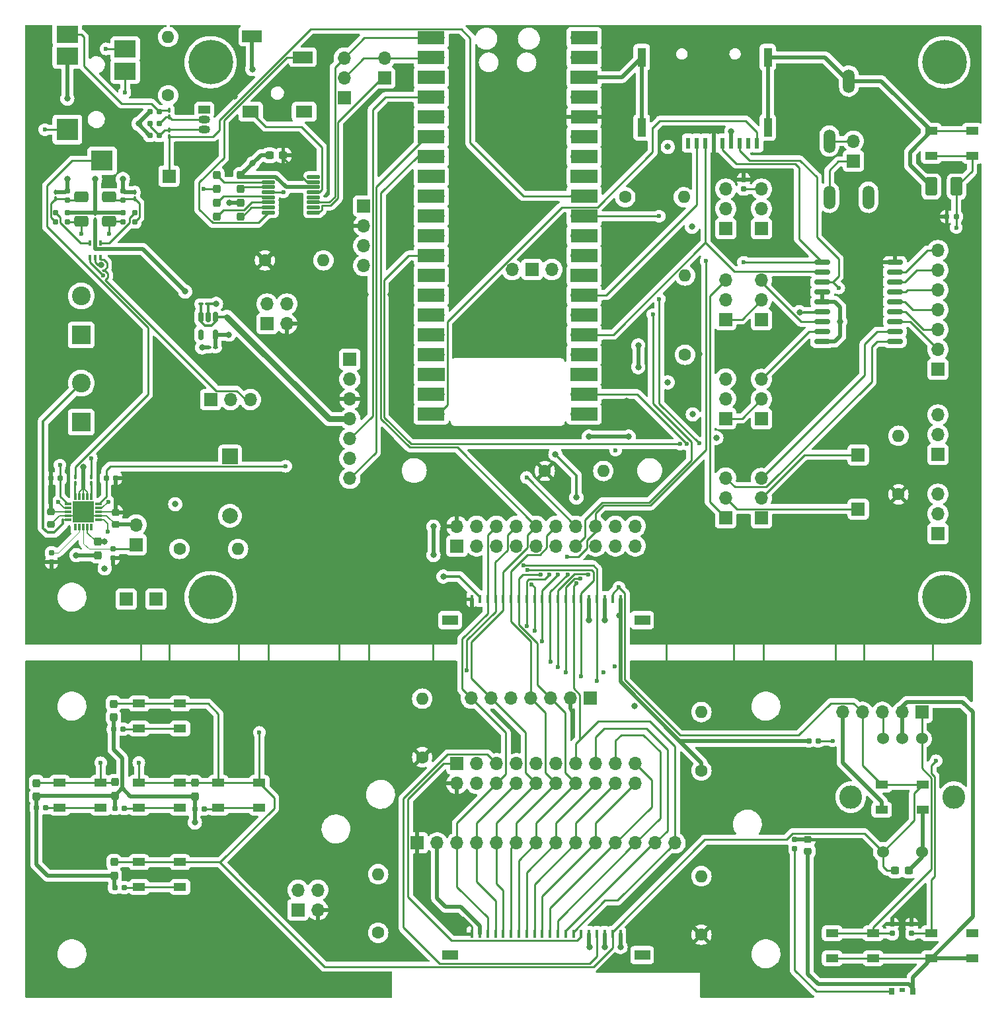
<source format=gbr>
%TF.GenerationSoftware,KiCad,Pcbnew,7.0.2*%
%TF.CreationDate,2024-01-05T18:48:20-08:00*%
%TF.ProjectId,MuKOB,4d754b4f-422e-46b6-9963-61645f706362,1.0*%
%TF.SameCoordinates,Original*%
%TF.FileFunction,Copper,L1,Top*%
%TF.FilePolarity,Positive*%
%FSLAX46Y46*%
G04 Gerber Fmt 4.6, Leading zero omitted, Abs format (unit mm)*
G04 Created by KiCad (PCBNEW 7.0.2) date 2024-01-05 18:48:20*
%MOMM*%
%LPD*%
G01*
G04 APERTURE LIST*
G04 Aperture macros list*
%AMRoundRect*
0 Rectangle with rounded corners*
0 $1 Rounding radius*
0 $2 $3 $4 $5 $6 $7 $8 $9 X,Y pos of 4 corners*
0 Add a 4 corners polygon primitive as box body*
4,1,4,$2,$3,$4,$5,$6,$7,$8,$9,$2,$3,0*
0 Add four circle primitives for the rounded corners*
1,1,$1+$1,$2,$3*
1,1,$1+$1,$4,$5*
1,1,$1+$1,$6,$7*
1,1,$1+$1,$8,$9*
0 Add four rect primitives between the rounded corners*
20,1,$1+$1,$2,$3,$4,$5,0*
20,1,$1+$1,$4,$5,$6,$7,0*
20,1,$1+$1,$6,$7,$8,$9,0*
20,1,$1+$1,$8,$9,$2,$3,0*%
G04 Aperture macros list end*
%TA.AperFunction,ComponentPad*%
%ADD10C,1.524000*%
%TD*%
%TA.AperFunction,ComponentPad*%
%ADD11O,2.900000X3.000000*%
%TD*%
%TA.AperFunction,SMDPad,CuDef*%
%ADD12RoundRect,0.160000X0.160000X-0.197500X0.160000X0.197500X-0.160000X0.197500X-0.160000X-0.197500X0*%
%TD*%
%TA.AperFunction,ComponentPad*%
%ADD13C,1.600000*%
%TD*%
%TA.AperFunction,ComponentPad*%
%ADD14O,1.600000X1.600000*%
%TD*%
%TA.AperFunction,SMDPad,CuDef*%
%ADD15R,1.600000X1.000000*%
%TD*%
%TA.AperFunction,SMDPad,CuDef*%
%ADD16RoundRect,0.225000X-0.250000X0.225000X-0.250000X-0.225000X0.250000X-0.225000X0.250000X0.225000X0*%
%TD*%
%TA.AperFunction,SMDPad,CuDef*%
%ADD17RoundRect,0.100000X0.100000X-0.217500X0.100000X0.217500X-0.100000X0.217500X-0.100000X-0.217500X0*%
%TD*%
%TA.AperFunction,SMDPad,CuDef*%
%ADD18RoundRect,0.160000X-0.197500X-0.160000X0.197500X-0.160000X0.197500X0.160000X-0.197500X0.160000X0*%
%TD*%
%TA.AperFunction,ComponentPad*%
%ADD19R,2.400000X2.400000*%
%TD*%
%TA.AperFunction,ComponentPad*%
%ADD20C,2.400000*%
%TD*%
%TA.AperFunction,ComponentPad*%
%ADD21R,1.700000X1.700000*%
%TD*%
%TA.AperFunction,SMDPad,CuDef*%
%ADD22R,0.400000X0.650000*%
%TD*%
%TA.AperFunction,ComponentPad*%
%ADD23O,1.700000X1.700000*%
%TD*%
%TA.AperFunction,SMDPad,CuDef*%
%ADD24RoundRect,0.250000X0.650000X-0.412500X0.650000X0.412500X-0.650000X0.412500X-0.650000X-0.412500X0*%
%TD*%
%TA.AperFunction,SMDPad,CuDef*%
%ADD25RoundRect,0.237500X-0.237500X0.300000X-0.237500X-0.300000X0.237500X-0.300000X0.237500X0.300000X0*%
%TD*%
%TA.AperFunction,SMDPad,CuDef*%
%ADD26RoundRect,0.100000X0.217500X0.100000X-0.217500X0.100000X-0.217500X-0.100000X0.217500X-0.100000X0*%
%TD*%
%TA.AperFunction,SMDPad,CuDef*%
%ADD27R,3.500000X1.700000*%
%TD*%
%TA.AperFunction,SMDPad,CuDef*%
%ADD28RoundRect,0.237500X0.237500X-0.300000X0.237500X0.300000X-0.237500X0.300000X-0.237500X-0.300000X0*%
%TD*%
%TA.AperFunction,SMDPad,CuDef*%
%ADD29R,2.794000X2.209800*%
%TD*%
%TA.AperFunction,SMDPad,CuDef*%
%ADD30R,2.794000X2.794000*%
%TD*%
%TA.AperFunction,SMDPad,CuDef*%
%ADD31R,2.794000X2.590800*%
%TD*%
%TA.AperFunction,SMDPad,CuDef*%
%ADD32RoundRect,0.100000X-0.217500X-0.100000X0.217500X-0.100000X0.217500X0.100000X-0.217500X0.100000X0*%
%TD*%
%TA.AperFunction,SMDPad,CuDef*%
%ADD33RoundRect,0.160000X-0.160000X0.197500X-0.160000X-0.197500X0.160000X-0.197500X0.160000X0.197500X0*%
%TD*%
%TA.AperFunction,SMDPad,CuDef*%
%ADD34RoundRect,0.150000X-0.875000X-0.150000X0.875000X-0.150000X0.875000X0.150000X-0.875000X0.150000X0*%
%TD*%
%TA.AperFunction,ComponentPad*%
%ADD35R,2.000000X2.000000*%
%TD*%
%TA.AperFunction,ComponentPad*%
%ADD36C,2.000000*%
%TD*%
%TA.AperFunction,ComponentPad*%
%ADD37C,3.600000*%
%TD*%
%TA.AperFunction,ConnectorPad*%
%ADD38C,5.700000*%
%TD*%
%TA.AperFunction,SMDPad,CuDef*%
%ADD39RoundRect,0.150000X-0.150000X0.512500X-0.150000X-0.512500X0.150000X-0.512500X0.150000X0.512500X0*%
%TD*%
%TA.AperFunction,SMDPad,CuDef*%
%ADD40RoundRect,0.160000X0.197500X0.160000X-0.197500X0.160000X-0.197500X-0.160000X0.197500X-0.160000X0*%
%TD*%
%TA.AperFunction,SMDPad,CuDef*%
%ADD41RoundRect,0.237500X-0.300000X-0.237500X0.300000X-0.237500X0.300000X0.237500X-0.300000X0.237500X0*%
%TD*%
%TA.AperFunction,SMDPad,CuDef*%
%ADD42R,0.620000X1.400000*%
%TD*%
%TA.AperFunction,SMDPad,CuDef*%
%ADD43R,1.100000X2.400000*%
%TD*%
%TA.AperFunction,SMDPad,CuDef*%
%ADD44R,0.400000X1.000000*%
%TD*%
%TA.AperFunction,SMDPad,CuDef*%
%ADD45R,2.000000X1.300000*%
%TD*%
%TA.AperFunction,SMDPad,CuDef*%
%ADD46RoundRect,0.007800X-0.412200X0.122200X-0.412200X-0.122200X0.412200X-0.122200X0.412200X0.122200X0*%
%TD*%
%TA.AperFunction,SMDPad,CuDef*%
%ADD47RoundRect,0.007800X0.122200X0.412200X-0.122200X0.412200X-0.122200X-0.412200X0.122200X-0.412200X0*%
%TD*%
%TA.AperFunction,SMDPad,CuDef*%
%ADD48R,2.700000X2.700000*%
%TD*%
%TA.AperFunction,SMDPad,CuDef*%
%ADD49RoundRect,0.020500X-0.764500X-0.184500X0.764500X-0.184500X0.764500X0.184500X-0.764500X0.184500X0*%
%TD*%
%TA.AperFunction,SMDPad,CuDef*%
%ADD50RoundRect,0.250001X0.499999X0.924999X-0.499999X0.924999X-0.499999X-0.924999X0.499999X-0.924999X0*%
%TD*%
%TA.AperFunction,SMDPad,CuDef*%
%ADD51R,0.710000X0.900000*%
%TD*%
%TA.AperFunction,SMDPad,CuDef*%
%ADD52R,0.800000X0.600000*%
%TD*%
%TA.AperFunction,SMDPad,CuDef*%
%ADD53R,2.500000X1.500000*%
%TD*%
%TA.AperFunction,SMDPad,CuDef*%
%ADD54R,2.150000X1.500000*%
%TD*%
%TA.AperFunction,ComponentPad*%
%ADD55R,1.500000X1.050000*%
%TD*%
%TA.AperFunction,ComponentPad*%
%ADD56O,1.500000X1.050000*%
%TD*%
%TA.AperFunction,ComponentPad*%
%ADD57O,1.508000X3.016000*%
%TD*%
%TA.AperFunction,ViaPad*%
%ADD58C,0.800000*%
%TD*%
%TA.AperFunction,ViaPad*%
%ADD59C,0.600000*%
%TD*%
%TA.AperFunction,Conductor*%
%ADD60C,0.500000*%
%TD*%
%TA.AperFunction,Conductor*%
%ADD61C,0.200000*%
%TD*%
%TA.AperFunction,Conductor*%
%ADD62C,0.250000*%
%TD*%
%TA.AperFunction,Conductor*%
%ADD63C,0.350000*%
%TD*%
%TA.AperFunction,Conductor*%
%ADD64C,0.800000*%
%TD*%
%TA.AperFunction,Conductor*%
%ADD65C,0.100000*%
%TD*%
G04 APERTURE END LIST*
D10*
%TO.P,RE1,A,A*%
%TO.N,/RE_A*%
X164823200Y-141581900D03*
%TO.P,RE1,B,B*%
%TO.N,/RE_B*%
X159823200Y-141581900D03*
%TO.P,RE1,C,C*%
%TO.N,GND*%
X162323200Y-141581900D03*
%TO.P,RE1,S1,S1*%
%TO.N,GNDA*%
X164823200Y-156081900D03*
%TO.P,RE1,S2,S2*%
%TO.N,/SW_MTRX*%
X159823200Y-156081900D03*
D11*
%TO.P,RE1,SH*%
%TO.N,N/C*%
X168923200Y-149081900D03*
X155723200Y-149081900D03*
%TD*%
D12*
%TO.P,R16,1*%
%TO.N,/PWM_AUD_L*%
X62484000Y-75314100D03*
%TO.P,R16,2*%
%TO.N,GNDA*%
X62484000Y-74119100D03*
%TD*%
D13*
%TO.P,CF1,1*%
%TO.N,+3.3V*%
X80680000Y-80264000D03*
D14*
%TO.P,CF1,2*%
%TO.N,GND*%
X88180000Y-80264000D03*
%TD*%
D15*
%TO.P,SW4,1,1*%
%TO.N,/SW_MTRX*%
X54386000Y-147254400D03*
X59636000Y-147254400D03*
%TO.P,SW4,2,2*%
%TO.N,Net-(R20-Pad2)*%
X54386000Y-150454400D03*
X59636000Y-150454400D03*
%TD*%
D16*
%TO.P,C7,1*%
%TO.N,+3.3V*%
X61530000Y-112589000D03*
%TO.P,C7,2*%
%TO.N,GND*%
X61530000Y-114139000D03*
%TD*%
D12*
%TO.P,R15,1*%
%TO.N,/PWM_LL*%
X62484000Y-72545500D03*
%TO.P,R15,2*%
%TO.N,GNDA*%
X62484000Y-71350500D03*
%TD*%
D17*
%TO.P,C14,1*%
%TO.N,/AUD_IN*%
X68407242Y-64413500D03*
%TO.P,C14,2*%
%TO.N,Net-(Q1-C)*%
X68407242Y-63598500D03*
%TD*%
D13*
%TO.P,CFA2,1*%
%TO.N,+3.3VA*%
X69730000Y-117264000D03*
D14*
%TO.P,CFA2,2*%
%TO.N,GNDA*%
X77230000Y-117264000D03*
%TD*%
D18*
%TO.P,R19,1*%
%TO.N,GNDA*%
X61276900Y-140370800D03*
%TO.P,R19,2*%
%TO.N,Net-(R19-Pad2)*%
X62471900Y-140370800D03*
%TD*%
D19*
%TO.P,J12,1,Pin_1*%
%TO.N,/AOR+*%
X57150000Y-89836000D03*
D20*
%TO.P,J12,2,Pin_2*%
%TO.N,/AOR-*%
X57150000Y-84836000D03*
%TD*%
D21*
%TO.P,TP1,1,Pin_1*%
%TO.N,/VOLA*%
X156680000Y-112164000D03*
%TD*%
%TO.P,TP2,1,Pin_1*%
%TO.N,/VOLB*%
X156680000Y-105214000D03*
%TD*%
D17*
%TO.P,C15,1*%
%TO.N,Net-(Q1-B)*%
X68407242Y-61875500D03*
%TO.P,C15,2*%
%TO.N,/MIC_IN*%
X68407242Y-61060500D03*
%TD*%
%TO.P,C17,1*%
%TO.N,/PWM_RR*%
X53848000Y-72355500D03*
%TO.P,C17,2*%
%TO.N,GNDA*%
X53848000Y-71540500D03*
%TD*%
%TO.P,C12,1*%
%TO.N,/AIL+*%
X56388000Y-108865500D03*
%TO.P,C12,2*%
%TO.N,Net-(J14-TN)*%
X56388000Y-108050500D03*
%TD*%
D22*
%TO.P,U6,1,A1*%
%TO.N,/TONE_GEN_R_SPKR*%
X58278000Y-79944000D03*
%TO.P,U6,2,GND*%
%TO.N,GND*%
X58928000Y-79944000D03*
%TO.P,U6,3,A2*%
%TO.N,/TONE_GEN_L_SPKR*%
X59578000Y-79944000D03*
%TO.P,U6,4,Y2*%
%TO.N,/PWM_L*%
X59578000Y-78044000D03*
%TO.P,U6,5,VCC*%
%TO.N,+3.3VA*%
X58928000Y-78044000D03*
%TO.P,U6,6,Y1*%
%TO.N,/PWM_R*%
X58278000Y-78044000D03*
%TD*%
D21*
%TO.P,JP3,1,Pin_1*%
%TO.N,/SDR-*%
X64180000Y-116704000D03*
D23*
%TO.P,JP3,2,Pin_2*%
%TO.N,GND*%
X64180000Y-114164000D03*
%TD*%
D12*
%TO.P,R7,1*%
%TO.N,+3.3V*%
X53330000Y-118961500D03*
%TO.P,R7,2*%
%TO.N,/SDL-*%
X53330000Y-117766500D03*
%TD*%
D24*
%TO.P,C16,1*%
%TO.N,/PWM_AUD_R*%
X57150000Y-75288500D03*
%TO.P,C16,2*%
%TO.N,/PWM_RR*%
X57150000Y-72163500D03*
%TD*%
D18*
%TO.P,R21,1*%
%TO.N,GNDA*%
X61480100Y-150520400D03*
%TO.P,R21,2*%
%TO.N,Net-(R21-Pad2)*%
X62675100Y-150520400D03*
%TD*%
D25*
%TO.P,C24,1*%
%TO.N,/SW_MTRX*%
X51423000Y-147281800D03*
%TO.P,C24,2*%
%TO.N,GNDA*%
X51423000Y-149006800D03*
%TD*%
D21*
%TO.P,OP9,1,A*%
%TO.N,/GPIO28ADC2*%
X144272000Y-76200000D03*
D23*
%TO.P,OP9,2,C*%
%TO.N,/DISP_BL_LED*%
X144272000Y-73660000D03*
%TO.P,OP9,3,B*%
%TO.N,Net-(OP9-B)*%
X144272000Y-71120000D03*
%TD*%
D21*
%TO.P,J19,1,Pin_1*%
%TO.N,/RE_A*%
X105266000Y-116885720D03*
D23*
%TO.P,J19,2,Pin_2*%
%TO.N,+3.3V*%
X105266000Y-114345720D03*
%TO.P,J19,3,Pin_3*%
%TO.N,GND*%
X107806000Y-116885720D03*
%TO.P,J19,4,Pin_4*%
%TO.N,GNDA*%
X107806000Y-114345720D03*
%TO.P,J19,5,Pin_5*%
%TO.N,/RE_B*%
X110346000Y-116885720D03*
%TO.P,J19,6,Pin_6*%
%TO.N,/DISP_CS-*%
X110346000Y-114345720D03*
%TO.P,J19,7,Pin_7*%
%TO.N,GND*%
X112886000Y-116885720D03*
%TO.P,J19,8,Pin_8*%
%TO.N,/DISP_RST-*%
X112886000Y-114345720D03*
%TO.P,J19,9,Pin_9*%
%TO.N,/SW_MTRX*%
X115426000Y-116885720D03*
%TO.P,J19,10,Pin_10*%
%TO.N,/DISP_D{slash}C-*%
X115426000Y-114345720D03*
%TO.P,J19,11,Pin_11*%
%TO.N,+3.3VA*%
X117966000Y-116885720D03*
%TO.P,J19,12,Pin_12*%
%TO.N,/DISP_MOSI*%
X117966000Y-114345720D03*
%TO.P,J19,13,Pin_13*%
%TO.N,/TCH_IRQ-*%
X120506000Y-116885720D03*
%TO.P,J19,14,Pin_14*%
%TO.N,/DISP_SCK*%
X120506000Y-114345720D03*
%TO.P,J19,15,Pin_15*%
%TO.N,/TCH_MISO*%
X123046000Y-116885720D03*
%TO.P,J19,16,Pin_16*%
%TO.N,/DISP_BL_LED*%
X123046000Y-114345720D03*
%TO.P,J19,17,Pin_17*%
%TO.N,/TCH_MOSI*%
X125586000Y-116885720D03*
%TO.P,J19,18,Pin_18*%
%TO.N,/DISP_MISO*%
X125586000Y-114345720D03*
%TO.P,J19,19,Pin_19*%
%TO.N,/TCH_CS-*%
X128126000Y-116885720D03*
%TO.P,J19,20,Pin_20*%
%TO.N,/TCH_CLK*%
X128126000Y-114345720D03*
%TD*%
D26*
%TO.P,C11,1*%
%TO.N,+3.3VA*%
X74321500Y-91440000D03*
%TO.P,C11,2*%
%TO.N,GNDA*%
X73506500Y-91440000D03*
%TD*%
D16*
%TO.P,C4,1*%
%TO.N,+3.3V*%
X150219400Y-154472700D03*
%TO.P,C4,2*%
%TO.N,GND*%
X150219400Y-156022700D03*
%TD*%
D23*
%TO.P,U2,1,GPIO0*%
%TO.N,/UART0_TX*%
X102870000Y-51714400D03*
D27*
X101970000Y-51714400D03*
D23*
%TO.P,U2,2,GPIO1*%
%TO.N,/UART0_RX*%
X102870000Y-54254400D03*
D27*
X101970000Y-54254400D03*
D21*
%TO.P,U2,3,GND*%
%TO.N,GND*%
X102870000Y-56794400D03*
D27*
X101970000Y-56794400D03*
D23*
%TO.P,U2,4,GPIO2*%
%TO.N,/SNDR_EN*%
X102870000Y-59334400D03*
D27*
X101970000Y-59334400D03*
D23*
%TO.P,U2,5,GPIO3*%
%TO.N,/KEY_PDL_DOT-*%
X102870000Y-61874400D03*
D27*
X101970000Y-61874400D03*
D23*
%TO.P,U2,6,GPIO4*%
%TO.N,/PDL_DASH-*%
X102870000Y-64414400D03*
D27*
X101970000Y-64414400D03*
D23*
%TO.P,U2,7,GPIO5*%
%TO.N,/DISP_D{slash}C-*%
X102870000Y-66954400D03*
D27*
X101970000Y-66954400D03*
D21*
%TO.P,U2,8,GND*%
%TO.N,GND*%
X102870000Y-69494400D03*
D27*
X101970000Y-69494400D03*
D23*
%TO.P,U2,9,GPIO6*%
%TO.N,/RE_A*%
X102870000Y-72034400D03*
D27*
X101970000Y-72034400D03*
D23*
%TO.P,U2,10,GPIO7*%
%TO.N,/RE_B*%
X102870000Y-74574400D03*
D27*
X101970000Y-74574400D03*
D23*
%TO.P,U2,11,GPIO8*%
%TO.N,/GPIO08*%
X102870000Y-77114400D03*
D27*
X101970000Y-77114400D03*
D23*
%TO.P,U2,12,GPIO9*%
%TO.N,/GPIO09*%
X102870000Y-79654400D03*
D27*
X101970000Y-79654400D03*
D21*
%TO.P,U2,13,GND*%
%TO.N,GND*%
X102870000Y-82194400D03*
D27*
X101970000Y-82194400D03*
D23*
%TO.P,U2,14,GPIO10*%
%TO.N,/DISP_CS-*%
X102870000Y-84734400D03*
D27*
X101970000Y-84734400D03*
D23*
%TO.P,U2,15,GPIO11*%
%TO.N,/DISP_MOSI*%
X102870000Y-87274400D03*
D27*
X101970000Y-87274400D03*
D23*
%TO.P,U2,16,GPIO12*%
%TO.N,/DISP_MISO*%
X102870000Y-89814400D03*
D27*
X101970000Y-89814400D03*
D23*
%TO.P,U2,17,GPIO13*%
%TO.N,/DISP_RST-*%
X102870000Y-92354400D03*
D27*
X101970000Y-92354400D03*
D21*
%TO.P,U2,18,GND*%
%TO.N,GND*%
X102870000Y-94894400D03*
D27*
X101970000Y-94894400D03*
D23*
%TO.P,U2,19,GPIO14*%
%TO.N,/DISP_SCK*%
X102870000Y-97434400D03*
D27*
X101970000Y-97434400D03*
D23*
%TO.P,U2,20,GPIO15*%
%TO.N,/SD_CARD_DET*%
X102870000Y-99974400D03*
D27*
X101970000Y-99974400D03*
D23*
%TO.P,U2,21,GPIO16*%
%TO.N,/SD_TP_EX_MISO*%
X120650000Y-99974400D03*
D27*
X121550000Y-99974400D03*
D23*
%TO.P,U2,22,GPIO17*%
%TO.N,/TCH_CS-*%
X120650000Y-97434400D03*
D27*
X121550000Y-97434400D03*
D21*
%TO.P,U2,23,GND*%
%TO.N,GND*%
X120650000Y-94894400D03*
D27*
X121550000Y-94894400D03*
D23*
%TO.P,U2,24,GPIO18*%
%TO.N,/SD_TP_EX_SCK*%
X120650000Y-92354400D03*
D27*
X121550000Y-92354400D03*
D23*
%TO.P,U2,25,GPIO19*%
%TO.N,/SD_TP_EX_MOSI*%
X120650000Y-89814400D03*
D27*
X121550000Y-89814400D03*
D23*
%TO.P,U2,26,GPIO20*%
%TO.N,/TCH_IRQ-*%
X120650000Y-87274400D03*
D27*
X121550000Y-87274400D03*
D23*
%TO.P,U2,27,GPIO21*%
%TO.N,/SD_CS-*%
X120650000Y-84734400D03*
D27*
X121550000Y-84734400D03*
D21*
%TO.P,U2,28,GND*%
%TO.N,GND*%
X120650000Y-82194400D03*
D27*
X121550000Y-82194400D03*
D23*
%TO.P,U2,29,GPIO22*%
%TO.N,/TONE_GEN_L*%
X120650000Y-79654400D03*
D27*
X121550000Y-79654400D03*
D23*
%TO.P,U2,30,RUN*%
%TO.N,/RUN*%
X120650000Y-77114400D03*
D27*
X121550000Y-77114400D03*
D23*
%TO.P,U2,31,GPIO26_ADC0*%
%TO.N,/SW_MTRX*%
X120650000Y-74574400D03*
D27*
X121550000Y-74574400D03*
D23*
%TO.P,U2,32,GPIO27_ADC1*%
%TO.N,/AUD_IN*%
X120650000Y-72034400D03*
D27*
X121550000Y-72034400D03*
D21*
%TO.P,U2,33,AGND*%
%TO.N,GNDA*%
X120650000Y-69494400D03*
D27*
X121550000Y-69494400D03*
D23*
%TO.P,U2,34,GPIO28_ADC2*%
%TO.N,/IO28_DBL_TGR*%
X120650000Y-66954400D03*
D27*
X121550000Y-66954400D03*
D23*
%TO.P,U2,35,ADC_VREF*%
%TO.N,+3.3VA*%
X120650000Y-64414400D03*
D27*
X121550000Y-64414400D03*
D23*
%TO.P,U2,36,3V3*%
%TO.N,+3.3V*%
X120650000Y-61874400D03*
D27*
X121550000Y-61874400D03*
D23*
%TO.P,U2,37,3V3_EN*%
%TO.N,unconnected-(U2-3V3_EN-Pad37)*%
X120650000Y-59334400D03*
D27*
X121550000Y-59334400D03*
D21*
%TO.P,U2,38,GND*%
%TO.N,GND*%
X120650000Y-56794400D03*
D27*
X121550000Y-56794400D03*
D23*
%TO.P,U2,39,VSYS*%
%TO.N,VSYS*%
X120650000Y-54254400D03*
D27*
X121550000Y-54254400D03*
D23*
%TO.P,U2,40,VBUS*%
%TO.N,VBUS*%
X120650000Y-51714400D03*
D27*
X121550000Y-51714400D03*
D23*
%TO.P,U2,41,SWCLK*%
%TO.N,unconnected-(U2-SWCLK-Pad41)*%
X112344100Y-81444400D03*
D21*
%TO.P,U2,42,GND*%
%TO.N,unconnected-(U2-GND-Pad42)*%
X114884100Y-81444400D03*
D23*
%TO.P,U2,43,SWDIO*%
%TO.N,unconnected-(U2-SWDIO-Pad43)*%
X117424100Y-81444400D03*
%TD*%
D28*
%TO.P,C5,1*%
%TO.N,Net-(U1-C2-)*%
X74537000Y-74633400D03*
%TO.P,C5,2*%
%TO.N,Net-(U1-C2+)*%
X74537000Y-72908400D03*
%TD*%
D12*
%TO.P,R12,1*%
%TO.N,/PWM_RR*%
X55372000Y-72545500D03*
%TO.P,R12,2*%
%TO.N,GNDA*%
X55372000Y-71350500D03*
%TD*%
D29*
%TO.P,J14,1,S*%
%TO.N,/MIC_IN*%
X55372000Y-51308000D03*
D30*
%TO.P,J14,2,T*%
%TO.N,/PWM_AUD_L*%
X55372000Y-63500000D03*
D29*
%TO.P,J14,3,R1*%
%TO.N,/PWM_AUD_R*%
X62773560Y-56007000D03*
%TO.P,J14,4,R2*%
%TO.N,GNDA*%
X55372000Y-54102000D03*
D31*
%TO.P,J14,5,TN*%
%TO.N,Net-(J14-TN)*%
X59822080Y-67487800D03*
D29*
%TO.P,J14,6,R1N*%
%TO.N,Net-(J14-R1N)*%
X62773560Y-53187600D03*
%TD*%
D18*
%TO.P,R9,1*%
%TO.N,+3.3VA*%
X65950500Y-61214000D03*
%TO.P,R9,2*%
%TO.N,/MIC_IN*%
X67145500Y-61214000D03*
%TD*%
D32*
%TO.P,C10,1*%
%TO.N,VSYS*%
X72490500Y-85852000D03*
%TO.P,C10,2*%
%TO.N,GNDA*%
X73305500Y-85852000D03*
%TD*%
D21*
%TO.P,JP-PWR-2,1,Pin_1*%
%TO.N,GND*%
X84905000Y-163539000D03*
D23*
%TO.P,JP-PWR-2,2,Pin_2*%
%TO.N,GNDA*%
X84905000Y-160999000D03*
%TO.P,JP-PWR-2,3,Pin_3*%
%TO.N,+3.3V*%
X87445000Y-163539000D03*
%TO.P,JP-PWR-2,4,Pin_4*%
%TO.N,+3.3VA*%
X87445000Y-160999000D03*
%TD*%
D13*
%TO.P,CFA5,1*%
%TO.N,+3.3VA*%
X136580000Y-145664000D03*
D14*
%TO.P,CFA5,2*%
%TO.N,GNDA*%
X136580000Y-138164000D03*
%TD*%
D18*
%TO.P,R23,1*%
%TO.N,GNDA*%
X61442700Y-160665400D03*
%TO.P,R23,2*%
%TO.N,Net-(R23-Pad2)*%
X62637700Y-160665400D03*
%TD*%
D21*
%TO.P,JP1,1,Pin_1*%
%TO.N,Net-(JP1-Pin_1)*%
X96012000Y-56894000D03*
D23*
%TO.P,JP1,2,Pin_2*%
%TO.N,/UART0_RX*%
X96012000Y-54354000D03*
%TD*%
D33*
%TO.P,R25,1*%
%TO.N,+3.3V*%
X163525200Y-165366100D03*
%TO.P,R25,2*%
%TO.N,/RE_B*%
X163525200Y-166561100D03*
%TD*%
D13*
%TO.P,CFA1,1*%
%TO.N,+3.3VA*%
X68280000Y-59114000D03*
D14*
%TO.P,CFA1,2*%
%TO.N,GNDA*%
X68280000Y-51614000D03*
%TD*%
D34*
%TO.P,U3,1,SCK*%
%TO.N,/SD_TP_EX_SCK*%
X152068000Y-80518000D03*
%TO.P,U3,2,SI*%
%TO.N,/SD_TP_EX_MOSI*%
X152068000Y-81788000D03*
%TO.P,U3,3,SO*%
%TO.N,/SD_TP_EX_MISO*%
X152068000Y-83058000D03*
%TO.P,U3,4,A1*%
%TO.N,GND*%
X152068000Y-84328000D03*
%TO.P,U3,5,A0*%
X152068000Y-85598000D03*
%TO.P,U3,6,~{RESET}*%
%TO.N,/DISP_RST-*%
X152068000Y-86868000D03*
%TO.P,U3,7,~{CS}*%
%TO.N,/EX_CS-*%
X152068000Y-88138000D03*
%TO.P,U3,8,INT*%
%TO.N,/EX_INT*%
X152068000Y-89408000D03*
%TO.P,U3,9,VSS*%
%TO.N,GND*%
X152068000Y-90678000D03*
%TO.P,U3,10,GP0*%
%TO.N,/EX_VOLA*%
X161368000Y-90678000D03*
%TO.P,U3,11,GP1*%
%TO.N,/EX_VOLB*%
X161368000Y-89408000D03*
%TO.P,U3,12,GP2*%
%TO.N,/ExIO2*%
X161368000Y-88138000D03*
%TO.P,U3,13,GP3*%
%TO.N,/ExIO3*%
X161368000Y-86868000D03*
%TO.P,U3,14,GP4*%
%TO.N,/ExIO4*%
X161368000Y-85598000D03*
%TO.P,U3,15,GP5*%
%TO.N,/ExIO5*%
X161368000Y-84328000D03*
%TO.P,U3,16,GP6*%
%TO.N,/ExIO6*%
X161368000Y-83058000D03*
%TO.P,U3,17,GP7*%
%TO.N,/ExIO7*%
X161368000Y-81788000D03*
%TO.P,U3,18,VDD*%
%TO.N,+3.3V*%
X161368000Y-80518000D03*
%TD*%
D21*
%TO.P,JP2,1,A*%
%TO.N,/KEY_PDL_DOT-*%
X156057600Y-67518200D03*
D23*
%TO.P,JP2,2,B*%
%TO.N,/KEY-*%
X156057600Y-64978200D03*
%TD*%
D35*
%TO.P,BZ1,1,-*%
%TO.N,/BUZZ_DRV*%
X76200000Y-105420000D03*
D36*
%TO.P,BZ1,2,+*%
%TO.N,GND*%
X76200000Y-113020000D03*
%TD*%
D37*
%TO.P,M_KSI3,1,1*%
%TO.N,GND*%
X73724200Y-123454400D03*
D38*
X73724200Y-123454400D03*
%TD*%
D21*
%TO.P,J16,1,Pin_1*%
%TO.N,+3.3V*%
X100191000Y-154950400D03*
D23*
%TO.P,J16,2,Pin_2*%
%TO.N,GND*%
X102731000Y-154950400D03*
%TO.P,J16,3,Pin_3*%
%TO.N,/DISP_CS-*%
X105271000Y-154950400D03*
%TO.P,J16,4,Pin_4*%
%TO.N,/DISP_RST-*%
X107811000Y-154950400D03*
%TO.P,J16,5,Pin_5*%
%TO.N,/DISP_D{slash}C-*%
X110351000Y-154950400D03*
%TO.P,J16,6,Pin_6*%
%TO.N,/DISP_MOSI*%
X112891000Y-154950400D03*
%TO.P,J16,7,Pin_7*%
%TO.N,/DISP_SCK*%
X115431000Y-154950400D03*
%TO.P,J16,8,Pin_8*%
%TO.N,/DISP_BL_LED*%
X117971000Y-154950400D03*
%TO.P,J16,9,Pin_9*%
%TO.N,/DISP_MISO*%
X120511000Y-154950400D03*
%TO.P,J16,10,Pin_10*%
%TO.N,/TCH_CLK*%
X123051000Y-154950400D03*
%TO.P,J16,11,Pin_11*%
%TO.N,/TCH_CS-*%
X125591000Y-154950400D03*
%TO.P,J16,12,Pin_12*%
%TO.N,/TCH_MOSI*%
X128131000Y-154950400D03*
%TO.P,J16,13,Pin_13*%
%TO.N,/TCH_MISO*%
X130671000Y-154950400D03*
%TO.P,J16,14,Pin_14*%
%TO.N,/TCH_IRQ-*%
X133211000Y-154950400D03*
%TD*%
D39*
%TO.P,U4,1,IN*%
%TO.N,VSYS*%
X74356000Y-87508500D03*
%TO.P,U4,2,GND*%
%TO.N,GNDA*%
X73406000Y-87508500D03*
%TO.P,U4,3,EN*%
%TO.N,VSYS*%
X72456000Y-87508500D03*
%TO.P,U4,4,NC*%
%TO.N,unconnected-(U4-NC-Pad4)*%
X72456000Y-89783500D03*
%TO.P,U4,5,OUT*%
%TO.N,+3.3VA*%
X74356000Y-89783500D03*
%TD*%
D13*
%TO.P,CF5,1*%
%TO.N,+3.3V*%
X136580000Y-166714000D03*
D14*
%TO.P,CF5,2*%
%TO.N,GND*%
X136580000Y-159214000D03*
%TD*%
D21*
%TO.P,OP2,1,A*%
%TO.N,/U1TX_EXCS*%
X139675000Y-87833200D03*
D23*
%TO.P,OP2,2,C*%
%TO.N,/GPIO08*%
X139675000Y-85293200D03*
%TO.P,OP2,3,B*%
%TO.N,/P_VOL_A*%
X139675000Y-82753200D03*
%TD*%
D25*
%TO.P,C9,1*%
%TO.N,+3.3VA*%
X59230000Y-116351500D03*
%TO.P,C9,2*%
%TO.N,GNDA*%
X59230000Y-118076500D03*
%TD*%
D40*
%TO.P,R4,1*%
%TO.N,+3.3V*%
X61557500Y-108204000D03*
%TO.P,R4,2*%
%TO.N,/VOLA*%
X60362500Y-108204000D03*
%TD*%
D13*
%TO.P,CFA3,1*%
%TO.N,+3.3VA*%
X126830000Y-72164000D03*
D14*
%TO.P,CFA3,2*%
%TO.N,GNDA*%
X134330000Y-72164000D03*
%TD*%
D15*
%TO.P,SW7,1,1*%
%TO.N,/SW_MTRX*%
X64546000Y-157414400D03*
X69796000Y-157414400D03*
%TO.P,SW7,2,2*%
%TO.N,Net-(R23-Pad2)*%
X64546000Y-160614400D03*
X69796000Y-160614400D03*
%TD*%
D25*
%TO.P,C25,1*%
%TO.N,/SW_MTRX*%
X61442600Y-147168700D03*
%TO.P,C25,2*%
%TO.N,GNDA*%
X61442600Y-148893700D03*
%TD*%
D41*
%TO.P,C2,1*%
%TO.N,GND*%
X81293000Y-66793400D03*
%TO.P,C2,2*%
%TO.N,+3.3V*%
X83018000Y-66793400D03*
%TD*%
D25*
%TO.P,C6,1*%
%TO.N,GND*%
X77585000Y-72908400D03*
%TO.P,C6,2*%
%TO.N,Net-(U1-V-)*%
X77585000Y-74633400D03*
%TD*%
D15*
%TO.P,SW3,1,1*%
%TO.N,/SW_MTRX*%
X64546000Y-137094400D03*
X69796000Y-137094400D03*
%TO.P,SW3,2,2*%
%TO.N,Net-(R19-Pad2)*%
X64546000Y-140294400D03*
X69796000Y-140294400D03*
%TD*%
D21*
%TO.P,OP8,1,A*%
%TO.N,/GPIO28ADC2*%
X139700000Y-76200000D03*
D23*
%TO.P,OP8,2,C*%
%TO.N,/IO28_DBL_TGR*%
X139700000Y-73660000D03*
%TO.P,OP8,3,B*%
%TO.N,/TONE_GEN_R_SPKR*%
X139700000Y-71120000D03*
%TD*%
D33*
%TO.P,R24,1*%
%TO.N,+3.3V*%
X161036000Y-165366100D03*
%TO.P,R24,2*%
%TO.N,/RE_A*%
X161036000Y-166561100D03*
%TD*%
D25*
%TO.P,C23,1*%
%TO.N,/SW_MTRX*%
X61278200Y-137121800D03*
%TO.P,C23,2*%
%TO.N,GNDA*%
X61278200Y-138846800D03*
%TD*%
D37*
%TO.P,M_KSI4,1,1*%
%TO.N,GND*%
X167704200Y-123454400D03*
D38*
X167704200Y-123454400D03*
%TD*%
D12*
%TO.P,R6,1*%
%TO.N,+3.3V*%
X61230000Y-118461500D03*
%TO.P,R6,2*%
%TO.N,/SDR-*%
X61230000Y-117266500D03*
%TD*%
D13*
%TO.P,CF4,1*%
%TO.N,+3.3V*%
X100830000Y-143964000D03*
D14*
%TO.P,CF4,2*%
%TO.N,GND*%
X100830000Y-136464000D03*
%TD*%
D18*
%TO.P,R5,1*%
%TO.N,+3.3V*%
X53250500Y-108204000D03*
%TO.P,R5,2*%
%TO.N,/VOLB*%
X54445500Y-108204000D03*
%TD*%
D12*
%TO.P,R14,1*%
%TO.N,/PWM_LL*%
X64008000Y-75339500D03*
%TO.P,R14,2*%
%TO.N,/PWM_L*%
X64008000Y-74144500D03*
%TD*%
D15*
%TO.P,SW9,1,1*%
%TO.N,/RE_B*%
X166031000Y-166548000D03*
X171281000Y-166548000D03*
%TO.P,SW9,2,2*%
%TO.N,GND*%
X166031000Y-169748000D03*
X171281000Y-169748000D03*
%TD*%
D42*
%TO.P,J6,1,DAT2*%
%TO.N,unconnected-(J6-DAT2-Pad1)*%
X134916000Y-65224900D03*
%TO.P,J6,2,DAT3/CD*%
%TO.N,/SD_CS-*%
X136016000Y-65224900D03*
%TO.P,J6,3,CMD*%
%TO.N,/SD_TP_EX_MOSI*%
X137116000Y-65224900D03*
%TO.P,J6,4,VDD*%
%TO.N,+3.3V*%
X138216000Y-65224900D03*
%TO.P,J6,5,CLK*%
%TO.N,/SD_TP_EX_SCK*%
X139316000Y-65224900D03*
%TO.P,J6,6,VSS*%
%TO.N,GND*%
X140416000Y-65224900D03*
%TO.P,J6,7,DAT0*%
%TO.N,/SD_TP_EX_MISO*%
X141516000Y-65224900D03*
%TO.P,J6,8,DAT1*%
%TO.N,unconnected-(J6-DAT1-Pad8)*%
X142616000Y-65224900D03*
%TO.P,J6,9,CARD_DET*%
%TO.N,/SD_CARD_DET*%
X143716000Y-65224900D03*
D43*
%TO.P,J6,10,SHIELD*%
%TO.N,GND*%
X145096000Y-63224900D03*
X145096000Y-54224900D03*
X128946000Y-63224900D03*
X128946000Y-54224900D03*
%TD*%
D21*
%TO.P,J17,1,Pin_1*%
%TO.N,/RE_A*%
X164846000Y-138201400D03*
D23*
%TO.P,J17,2,Pin_2*%
%TO.N,GND*%
X162306000Y-138201400D03*
%TO.P,J17,3,Pin_3*%
%TO.N,/RE_B*%
X159766000Y-138201400D03*
%TO.P,J17,4,Pin_4*%
%TO.N,/SW_MTRX*%
X157226000Y-138201400D03*
%TO.P,J17,5,Pin_5*%
%TO.N,GNDA*%
X154686000Y-138201400D03*
%TD*%
D15*
%TO.P,SW1,1,1*%
%TO.N,/RUN*%
X171281000Y-66878000D03*
X166031000Y-66878000D03*
%TO.P,SW1,2,2*%
%TO.N,GND*%
X171281000Y-63678000D03*
X166031000Y-63678000D03*
%TD*%
D21*
%TO.P,J10,1,Pin_1*%
%TO.N,GND*%
X166878000Y-94234000D03*
D23*
%TO.P,J10,2,Pin_2*%
%TO.N,/ExIO2*%
X166878000Y-91694000D03*
%TO.P,J10,3,Pin_3*%
%TO.N,/ExIO3*%
X166878000Y-89154000D03*
%TO.P,J10,4,Pin_4*%
%TO.N,/ExIO4*%
X166878000Y-86614000D03*
%TO.P,J10,5,Pin_5*%
%TO.N,/ExIO5*%
X166878000Y-84074000D03*
%TO.P,J10,6,Pin_6*%
%TO.N,/ExIO6*%
X166878000Y-81534000D03*
%TO.P,J10,7,Pin_7*%
%TO.N,/ExIO7*%
X166878000Y-78994000D03*
%TD*%
D21*
%TO.P,OP3,1,A*%
%TO.N,/U1RX_EXINT*%
X139675000Y-100533200D03*
D23*
%TO.P,OP3,2,C*%
%TO.N,/GPIO09*%
X139675000Y-97993200D03*
%TO.P,OP3,3,B*%
%TO.N,/P_VOL_B*%
X139675000Y-95453200D03*
%TD*%
D44*
%TO.P,J18,1,Pin_1*%
%TO.N,+3.3V*%
X107201000Y-123698000D03*
%TO.P,J18,2,Pin_2*%
%TO.N,GND*%
X108201000Y-123698000D03*
%TO.P,J18,3,Pin_3*%
%TO.N,/DISP_CS-*%
X109201000Y-123698000D03*
%TO.P,J18,4,Pin_4*%
%TO.N,/DISP_RST-*%
X110201000Y-123698000D03*
%TO.P,J18,5,Pin_5*%
%TO.N,/DISP_D{slash}C-*%
X111201000Y-123698000D03*
%TO.P,J18,6,Pin_6*%
%TO.N,/DISP_MOSI*%
X112201000Y-123698000D03*
%TO.P,J18,7,Pin_7*%
%TO.N,/DISP_SCK*%
X113201000Y-123698000D03*
%TO.P,J18,8,Pin_8*%
%TO.N,/DISP_BL_LED*%
X114201000Y-123698000D03*
%TO.P,J18,9,Pin_9*%
%TO.N,/DISP_MISO*%
X115201000Y-123698000D03*
%TO.P,J18,10,Pin_10*%
%TO.N,/TCH_CLK*%
X116201000Y-123698000D03*
%TO.P,J18,11,Pin_11*%
%TO.N,/TCH_CS-*%
X117201000Y-123698000D03*
%TO.P,J18,12,Pin_12*%
%TO.N,/TCH_MOSI*%
X118201000Y-123698000D03*
%TO.P,J18,13,Pin_13*%
%TO.N,/TCH_MISO*%
X119201000Y-123698000D03*
%TO.P,J18,14,Pin_14*%
%TO.N,/TCH_IRQ-*%
X120201000Y-123698000D03*
%TO.P,J18,15,Pin_15*%
%TO.N,/RE_A*%
X121201000Y-123698000D03*
%TO.P,J18,16,Pin_16*%
%TO.N,GND*%
X122201000Y-123698000D03*
%TO.P,J18,17,Pin_17*%
%TO.N,/RE_B*%
X123201000Y-123698000D03*
%TO.P,J18,18,Pin_18*%
%TO.N,GNDA*%
X124201000Y-123698000D03*
%TO.P,J18,19,Pin_19*%
%TO.N,/SW_MTRX*%
X125201000Y-123698000D03*
%TO.P,J18,20,Pin_20*%
%TO.N,+3.3VA*%
X126201000Y-123698000D03*
D45*
%TO.P,J18,MP*%
%TO.N,N/C*%
X104401000Y-126398000D03*
X129001000Y-126398000D03*
%TD*%
D17*
%TO.P,C20,1*%
%TO.N,/PWM_LL*%
X64008000Y-72355500D03*
%TO.P,C20,2*%
%TO.N,GNDA*%
X64008000Y-71540500D03*
%TD*%
D24*
%TO.P,C19,1*%
%TO.N,/PWM_AUD_L*%
X60706000Y-75288500D03*
%TO.P,C19,2*%
%TO.N,/PWM_LL*%
X60706000Y-72163500D03*
%TD*%
D16*
%TO.P,C8,1*%
%TO.N,+3.3V*%
X53280000Y-112539000D03*
%TO.P,C8,2*%
%TO.N,GND*%
X53280000Y-114089000D03*
%TD*%
D18*
%TO.P,R3,1*%
%TO.N,+3.3VA*%
X150332500Y-141864000D03*
%TO.P,R3,2*%
%TO.N,/SW_MTRX*%
X151527500Y-141864000D03*
%TD*%
D21*
%TO.P,J15,1,Pin_1*%
%TO.N,GND*%
X122351800Y-136398000D03*
D23*
%TO.P,J15,2,Pin_2*%
%TO.N,+3.3V*%
X119811800Y-136398000D03*
%TO.P,J15,3,Pin_3*%
%TO.N,/DISP_SCK*%
X117271800Y-136398000D03*
%TO.P,J15,4,Pin_4*%
%TO.N,/DISP_MOSI*%
X114731800Y-136398000D03*
%TO.P,J15,5,Pin_5*%
%TO.N,/DISP_RST-*%
X112191800Y-136398000D03*
%TO.P,J15,6,Pin_6*%
%TO.N,/DISP_D{slash}C-*%
X109651800Y-136398000D03*
%TO.P,J15,7,Pin_7*%
%TO.N,/DISP_CS-*%
X107111800Y-136398000D03*
%TD*%
D25*
%TO.P,C26,1*%
%TO.N,/SW_MTRX*%
X71678800Y-147246000D03*
%TO.P,C26,2*%
%TO.N,GNDA*%
X71678800Y-148971000D03*
%TD*%
D21*
%TO.P,OP7,1,A*%
%TO.N,/P_VOL_B*%
X144272000Y-113284000D03*
D23*
%TO.P,OP7,2,C*%
%TO.N,/VOLB*%
X144272000Y-110744000D03*
%TO.P,OP7,3,B*%
%TO.N,/EX_VOLB*%
X144272000Y-108204000D03*
%TD*%
D28*
%TO.P,C3,1*%
%TO.N,Net-(U1-V+)*%
X77585000Y-71077400D03*
%TO.P,C3,2*%
%TO.N,GND*%
X77585000Y-69352400D03*
%TD*%
D18*
%TO.P,R20,1*%
%TO.N,GNDA*%
X51396400Y-150480000D03*
%TO.P,R20,2*%
%TO.N,Net-(R20-Pad2)*%
X52591400Y-150480000D03*
%TD*%
D41*
%TO.P,C22,1*%
%TO.N,/SW_MTRX*%
X161420800Y-158498900D03*
%TO.P,C22,2*%
%TO.N,GNDA*%
X163145800Y-158498900D03*
%TD*%
D21*
%TO.P,J8,1,Pin_1*%
%TO.N,GND*%
X166878000Y-115316000D03*
D23*
%TO.P,J8,2,Pin_2*%
%TO.N,/U1_RX*%
X166878000Y-112776000D03*
%TO.P,J8,3,Pin_3*%
%TO.N,/U1_TX*%
X166878000Y-110236000D03*
%TD*%
D21*
%TO.P,JP-PWR-1,1,Pin_1*%
%TO.N,GND*%
X80955000Y-88389000D03*
D23*
%TO.P,JP-PWR-1,2,Pin_2*%
%TO.N,GNDA*%
X80955000Y-85849000D03*
%TO.P,JP-PWR-1,3,Pin_3*%
%TO.N,+3.3V*%
X83495000Y-88389000D03*
%TO.P,JP-PWR-1,4,Pin_4*%
%TO.N,+3.3VA*%
X83495000Y-85849000D03*
%TD*%
D13*
%TO.P,CF2,1*%
%TO.N,+3.3V*%
X161830000Y-110264000D03*
D14*
%TO.P,CF2,2*%
%TO.N,GND*%
X161830000Y-102764000D03*
%TD*%
D19*
%TO.P,J11,1,Pin_1*%
%TO.N,/AOL+*%
X57150000Y-101012000D03*
D20*
%TO.P,J11,2,Pin_2*%
%TO.N,/AOL-*%
X57150000Y-96012000D03*
%TD*%
D15*
%TO.P,SW8,1,1*%
%TO.N,/RE_A*%
X153331000Y-166548000D03*
X158581000Y-166548000D03*
%TO.P,SW8,2,2*%
%TO.N,GND*%
X153331000Y-169748000D03*
X158581000Y-169748000D03*
%TD*%
D21*
%TO.P,TP4,1,Pin_1*%
%TO.N,/TONE_GEN_R_SPKR*%
X62920000Y-123714000D03*
%TD*%
D13*
%TO.P,CFA4,1*%
%TO.N,+3.3VA*%
X95180000Y-166464000D03*
D14*
%TO.P,CFA4,2*%
%TO.N,GNDA*%
X95180000Y-158964000D03*
%TD*%
D21*
%TO.P,J5,1,Pin_1*%
%TO.N,GND*%
X93330000Y-73314000D03*
D23*
%TO.P,J5,2,Pin_2*%
%TO.N,+3.3V*%
X93330000Y-75854000D03*
%TO.P,J5,3,Pin_3*%
%TO.N,/RE_A*%
X93330000Y-78394000D03*
%TO.P,J5,4,Pin_4*%
%TO.N,/RE_B*%
X93330000Y-80934000D03*
%TD*%
D13*
%TO.P,R2,1*%
%TO.N,/SD_TP_EX_SCK*%
X134480000Y-92364000D03*
D14*
%TO.P,R2,2*%
%TO.N,GND*%
X134480000Y-82204000D03*
%TD*%
D25*
%TO.P,C27,1*%
%TO.N,/SW_MTRX*%
X61354400Y-157415300D03*
%TO.P,C27,2*%
%TO.N,GNDA*%
X61354400Y-159140300D03*
%TD*%
D18*
%TO.P,R22,1*%
%TO.N,GNDA*%
X71677600Y-150596600D03*
%TO.P,R22,2*%
%TO.N,Net-(R22-Pad2)*%
X72872600Y-150596600D03*
%TD*%
D46*
%TO.P,U5,1,G1*%
%TO.N,/VOLB*%
X55434000Y-111522000D03*
%TO.P,U5,2,OUTL+*%
%TO.N,/AOL+*%
X55434000Y-112022000D03*
%TO.P,U5,3,PVDD*%
%TO.N,+3.3V*%
X55434000Y-112522000D03*
%TO.P,U5,4,PGND*%
%TO.N,GND*%
X55434000Y-113022000D03*
%TO.P,U5,5,OUTL-*%
%TO.N,/AOL-*%
X55434000Y-113522000D03*
D47*
%TO.P,U5,6*%
%TO.N,N/C*%
X56404000Y-114492000D03*
%TO.P,U5,7,~{SDL}*%
%TO.N,/SDL-*%
X56904000Y-114492000D03*
%TO.P,U5,8,~{SDR}*%
%TO.N,/SDR-*%
X57404000Y-114492000D03*
%TO.P,U5,9,AVDD*%
%TO.N,+3.3VA*%
X57904000Y-114492000D03*
%TO.P,U5,10*%
%TO.N,N/C*%
X58404000Y-114492000D03*
D46*
%TO.P,U5,11,OUTR-*%
%TO.N,/AOR-*%
X59374000Y-113522000D03*
%TO.P,U5,12,PGND*%
%TO.N,GND*%
X59374000Y-113022000D03*
%TO.P,U5,13,PVDD*%
%TO.N,+3.3V*%
X59374000Y-112522000D03*
%TO.P,U5,14,OUTR+*%
%TO.N,/AOR+*%
X59374000Y-112022000D03*
%TO.P,U5,15,G0*%
%TO.N,/VOLA*%
X59374000Y-111522000D03*
D47*
%TO.P,U5,16,INR+*%
%TO.N,/AIR+*%
X58404000Y-110552000D03*
%TO.P,U5,17,INR-*%
%TO.N,GNDA*%
X57904000Y-110552000D03*
%TO.P,U5,18,AGND*%
X57404000Y-110552000D03*
%TO.P,U5,19,INL-*%
X56904000Y-110552000D03*
%TO.P,U5,20,INL+*%
%TO.N,/AIL+*%
X56404000Y-110552000D03*
D48*
%TO.P,U5,21,EXP*%
%TO.N,GND*%
X57404000Y-112522000D03*
%TD*%
D21*
%TO.P,J1,1,Pin_1*%
%TO.N,GND*%
X90830400Y-59394000D03*
D23*
%TO.P,J1,2,Pin_2*%
%TO.N,/UART0_RX*%
X90830400Y-56854000D03*
%TO.P,J1,3,Pin_3*%
%TO.N,/UART0_TX*%
X90830400Y-54314000D03*
%TD*%
D17*
%TO.P,C18,1*%
%TO.N,+3.3VA*%
X58928000Y-75083500D03*
%TO.P,C18,2*%
%TO.N,GNDA*%
X58928000Y-74268500D03*
%TD*%
D44*
%TO.P,J9,1,Pin_1*%
%TO.N,+3.3V*%
X107201000Y-166634400D03*
%TO.P,J9,2,Pin_2*%
%TO.N,GND*%
X108201000Y-166634400D03*
%TO.P,J9,3,Pin_3*%
%TO.N,/DISP_CS-*%
X109201000Y-166634400D03*
%TO.P,J9,4,Pin_4*%
%TO.N,/DISP_RST-*%
X110201000Y-166634400D03*
%TO.P,J9,5,Pin_5*%
%TO.N,/DISP_D{slash}C-*%
X111201000Y-166634400D03*
%TO.P,J9,6,Pin_6*%
%TO.N,/DISP_MOSI*%
X112201000Y-166634400D03*
%TO.P,J9,7,Pin_7*%
%TO.N,/DISP_SCK*%
X113201000Y-166634400D03*
%TO.P,J9,8,Pin_8*%
%TO.N,/DISP_BL_LED*%
X114201000Y-166634400D03*
%TO.P,J9,9,Pin_9*%
%TO.N,/DISP_MISO*%
X115201000Y-166634400D03*
%TO.P,J9,10,Pin_10*%
%TO.N,/TCH_CLK*%
X116201000Y-166634400D03*
%TO.P,J9,11,Pin_11*%
%TO.N,/TCH_CS-*%
X117201000Y-166634400D03*
%TO.P,J9,12,Pin_12*%
%TO.N,/TCH_MOSI*%
X118201000Y-166634400D03*
%TO.P,J9,13,Pin_13*%
%TO.N,/TCH_MISO*%
X119201000Y-166634400D03*
%TO.P,J9,14,Pin_14*%
%TO.N,/TCH_IRQ-*%
X120201000Y-166634400D03*
%TO.P,J9,15,Pin_15*%
%TO.N,/RE_A*%
X121201000Y-166634400D03*
%TO.P,J9,16,Pin_16*%
%TO.N,GND*%
X122201000Y-166634400D03*
%TO.P,J9,17,Pin_17*%
%TO.N,/RE_B*%
X123201000Y-166634400D03*
%TO.P,J9,18,Pin_18*%
%TO.N,GNDA*%
X124201000Y-166634400D03*
%TO.P,J9,19,Pin_19*%
%TO.N,/SW_MTRX*%
X125201000Y-166634400D03*
%TO.P,J9,20,Pin_20*%
%TO.N,+3.3VA*%
X126201000Y-166634400D03*
D45*
%TO.P,J9,MP*%
%TO.N,N/C*%
X104401000Y-169334400D03*
X129001000Y-169334400D03*
%TD*%
D21*
%TO.P,OP4,1,A*%
%TO.N,/U1_TX*%
X144272000Y-87884000D03*
D23*
%TO.P,OP4,2,C*%
%TO.N,/U1TX_EXCS*%
X144272000Y-85344000D03*
%TO.P,OP4,3,B*%
%TO.N,/EX_CS-*%
X144272000Y-82804000D03*
%TD*%
D49*
%TO.P,U1,1,~{EN}*%
%TO.N,GND*%
X81141000Y-69575400D03*
%TO.P,U1,2,C1+*%
%TO.N,Net-(U1-C1+)*%
X81141000Y-70225400D03*
%TO.P,U1,3,V+*%
%TO.N,Net-(U1-V+)*%
X81141000Y-70875400D03*
%TO.P,U1,4,C1-*%
%TO.N,Net-(U1-C1-)*%
X81141000Y-71525400D03*
%TO.P,U1,5,C2+*%
%TO.N,Net-(U1-C2+)*%
X81141000Y-72175400D03*
%TO.P,U1,6,C2-*%
%TO.N,Net-(U1-C2-)*%
X81141000Y-72825400D03*
%TO.P,U1,7,V-*%
%TO.N,Net-(U1-V-)*%
X81141000Y-73475400D03*
%TO.P,U1,8,RIN*%
%TO.N,/COM_RXD*%
X81141000Y-74125400D03*
%TO.P,U1,9,ROUT*%
%TO.N,Net-(JP1-Pin_1)*%
X86881000Y-74125400D03*
%TO.P,U1,10,~{INVALID}*%
%TO.N,unconnected-(U1-~{INVALID}-Pad10)*%
X86881000Y-73475400D03*
%TO.P,U1,11,DIN*%
%TO.N,/UART0_TX*%
X86881000Y-72825400D03*
%TO.P,U1,12,FORCEON*%
%TO.N,unconnected-(U1-FORCEON-Pad12)*%
X86881000Y-72175400D03*
%TO.P,U1,13,DOUT*%
%TO.N,/COM_TXD*%
X86881000Y-71525400D03*
%TO.P,U1,14,GND*%
%TO.N,GND*%
X86881000Y-70875400D03*
%TO.P,U1,15,VCC*%
%TO.N,+3.3V*%
X86881000Y-70225400D03*
%TO.P,U1,16,~{FORCEOFF}*%
%TO.N,unconnected-(U1-~{FORCEOFF}-Pad16)*%
X86881000Y-69575400D03*
%TD*%
D21*
%TO.P,TP3,1,Pin_1*%
%TO.N,/AUD_IN*%
X68380000Y-69464000D03*
%TD*%
D50*
%TO.P,C21,1*%
%TO.N,/RUN*%
X169281600Y-70803100D03*
%TO.P,C21,2*%
%TO.N,GND*%
X166031600Y-70803100D03*
%TD*%
D21*
%TO.P,OP6,1,A*%
%TO.N,/P_VOL_A*%
X139675000Y-113233200D03*
D23*
%TO.P,OP6,2,C*%
%TO.N,/VOLA*%
X139675000Y-110693200D03*
%TO.P,OP6,3,B*%
%TO.N,/EX_VOLA*%
X139675000Y-108153200D03*
%TD*%
D15*
%TO.P,SW5,1,1*%
%TO.N,/SW_MTRX*%
X64546000Y-147254400D03*
X69796000Y-147254400D03*
%TO.P,SW5,2,2*%
%TO.N,Net-(R21-Pad2)*%
X64546000Y-150454400D03*
X69796000Y-150454400D03*
%TD*%
D37*
%TO.P,M_KSI2,1,1*%
%TO.N,GND*%
X73724200Y-54874400D03*
D38*
X73724200Y-54874400D03*
%TD*%
D15*
%TO.P,SW6,1,1*%
%TO.N,/SW_MTRX*%
X74706000Y-147254400D03*
X79956000Y-147254400D03*
%TO.P,SW6,2,2*%
%TO.N,Net-(R22-Pad2)*%
X74706000Y-150454400D03*
X79956000Y-150454400D03*
%TD*%
D13*
%TO.P,CF3,1*%
%TO.N,+3.3V*%
X116530000Y-107264000D03*
D14*
%TO.P,CF3,2*%
%TO.N,GND*%
X124030000Y-107264000D03*
%TD*%
D33*
%TO.P,R1,1*%
%TO.N,+3.3V*%
X148539200Y-154469500D03*
%TO.P,R1,2*%
%TO.N,Net-(LED1-A)*%
X148539200Y-155664500D03*
%TD*%
D21*
%TO.P,OP1,1,A*%
%TO.N,/BUZZ_DRV*%
X73730000Y-98114000D03*
D23*
%TO.P,OP1,2,C*%
%TO.N,/TONE_GEN_L*%
X76270000Y-98114000D03*
%TO.P,OP1,3,B*%
%TO.N,/TONE_GEN_L_SPKR*%
X78810000Y-98114000D03*
%TD*%
D12*
%TO.P,R11,1*%
%TO.N,/PWM_RR*%
X53848000Y-75339500D03*
%TO.P,R11,2*%
%TO.N,/PWM_R*%
X53848000Y-74144500D03*
%TD*%
D51*
%TO.P,LED1,1,K*%
%TO.N,GND*%
X163656000Y-173998000D03*
%TO.P,LED1,2,A*%
%TO.N,Net-(LED1-A)*%
X160956000Y-173998000D03*
D52*
%TO.P,LED1,3*%
%TO.N,N/C*%
X162306000Y-173848000D03*
%TD*%
D18*
%TO.P,R8,1*%
%TO.N,+3.3VA*%
X65950500Y-64262000D03*
%TO.P,R8,2*%
%TO.N,Net-(Q1-C)*%
X67145500Y-64262000D03*
%TD*%
D37*
%TO.P,M_KSI1,1,1*%
%TO.N,GND*%
X167704200Y-54874400D03*
D38*
X167704200Y-54874400D03*
%TD*%
D15*
%TO.P,SW2,1,1*%
%TO.N,/SW_MTRX*%
X159681000Y-147498000D03*
X164931000Y-147498000D03*
%TO.P,SW2,2,2*%
%TO.N,GNDA*%
X159681000Y-150698000D03*
X164931000Y-150698000D03*
%TD*%
D21*
%TO.P,TP5,1,Pin_1*%
%TO.N,/TONE_GEN_L*%
X66730000Y-123714000D03*
%TD*%
D18*
%TO.P,R17,1*%
%TO.N,+3.3V*%
X168024900Y-74663900D03*
%TO.P,R17,2*%
%TO.N,/RUN*%
X169219900Y-74663900D03*
%TD*%
D21*
%TO.P,OP5,1,A*%
%TO.N,/U1_RX*%
X144272000Y-100584000D03*
D23*
%TO.P,OP5,2,C*%
%TO.N,/U1RX_EXINT*%
X144272000Y-98044000D03*
%TO.P,OP5,3,B*%
%TO.N,/EX_INT*%
X144272000Y-95504000D03*
%TD*%
D17*
%TO.P,C13,1*%
%TO.N,/AIR+*%
X58420000Y-108865500D03*
%TO.P,C13,2*%
%TO.N,Net-(J14-R1N)*%
X58420000Y-108050500D03*
%TD*%
D33*
%TO.P,R18,1*%
%TO.N,+3.3V*%
X141986000Y-69916500D03*
%TO.P,R18,2*%
%TO.N,Net-(OP9-B)*%
X141986000Y-71111500D03*
%TD*%
D28*
%TO.P,C1,1*%
%TO.N,Net-(U1-C1-)*%
X74537000Y-71077400D03*
%TO.P,C1,2*%
%TO.N,Net-(U1-C1+)*%
X74537000Y-69352400D03*
%TD*%
D18*
%TO.P,R10,1*%
%TO.N,Net-(Q1-C)*%
X65950500Y-62738000D03*
%TO.P,R10,2*%
%TO.N,Net-(Q1-B)*%
X67145500Y-62738000D03*
%TD*%
D12*
%TO.P,R13,1*%
%TO.N,/PWM_AUD_R*%
X55372000Y-75339500D03*
%TO.P,R13,2*%
%TO.N,GNDA*%
X55372000Y-74144500D03*
%TD*%
D53*
%TO.P,J2,1*%
%TO.N,GND*%
X79030000Y-51524400D03*
D54*
%TO.P,J2,2*%
%TO.N,/COM_TXD*%
X78855000Y-61224400D03*
D53*
%TO.P,J2,3*%
%TO.N,/COM_RXD*%
X85530000Y-54224400D03*
D54*
%TO.P,J2,4*%
%TO.N,unconnected-(J2-Pad4)*%
X85705000Y-61224400D03*
%TD*%
D55*
%TO.P,Q1,1,E*%
%TO.N,GNDA*%
X72898000Y-60960000D03*
D56*
%TO.P,Q1,2,B*%
%TO.N,Net-(Q1-B)*%
X72898000Y-62230000D03*
%TO.P,Q1,3,C*%
%TO.N,Net-(Q1-C)*%
X72898000Y-63500000D03*
%TD*%
D21*
%TO.P,J4,1,Pin_1*%
%TO.N,GND*%
X166878000Y-105156000D03*
D23*
%TO.P,J4,2,Pin_2*%
%TO.N,/GPIO28ADC2*%
X166878000Y-102616000D03*
%TO.P,J4,3,Pin_3*%
%TO.N,GNDA*%
X166878000Y-100076000D03*
%TD*%
D57*
%TO.P,J7,1*%
%TO.N,GND*%
X155473400Y-57277000D03*
%TO.P,J7,2*%
%TO.N,/KEY_PDL_DOT-*%
X152973400Y-72177000D03*
%TO.P,J7,3*%
%TO.N,/PDL_DASH-*%
X157973400Y-72177000D03*
%TO.P,J7,4*%
%TO.N,/KEY-*%
X152973400Y-64977000D03*
%TD*%
D21*
%TO.P,J3,1,Pin_1*%
%TO.N,GND*%
X91555000Y-92974400D03*
D23*
%TO.P,J3,2,Pin_2*%
X91555000Y-95514400D03*
%TO.P,J3,3,Pin_3*%
%TO.N,+3.3V*%
X91555000Y-98054400D03*
%TO.P,J3,4,Pin_4*%
%TO.N,VSYS*%
X91555000Y-100594400D03*
%TO.P,J3,5,Pin_5*%
%TO.N,/SNDR_EN*%
X91555000Y-103134400D03*
%TO.P,J3,6,Pin_6*%
%TO.N,/KEY-*%
X91555000Y-105674400D03*
%TO.P,J3,7,Pin_7*%
%TO.N,/PDL_DASH-*%
X91555000Y-108214400D03*
%TD*%
D21*
%TO.P,J13,1,Pin_1*%
%TO.N,/RE_A*%
X105266000Y-144790400D03*
D23*
%TO.P,J13,2,Pin_2*%
%TO.N,+3.3V*%
X105266000Y-147330400D03*
%TO.P,J13,3,Pin_3*%
%TO.N,GND*%
X107806000Y-144790400D03*
%TO.P,J13,4,Pin_4*%
%TO.N,GNDA*%
X107806000Y-147330400D03*
%TO.P,J13,5,Pin_5*%
%TO.N,/RE_B*%
X110346000Y-144790400D03*
%TO.P,J13,6,Pin_6*%
%TO.N,/DISP_CS-*%
X110346000Y-147330400D03*
%TO.P,J13,7,Pin_7*%
%TO.N,GND*%
X112886000Y-144790400D03*
%TO.P,J13,8,Pin_8*%
%TO.N,/DISP_RST-*%
X112886000Y-147330400D03*
%TO.P,J13,9,Pin_9*%
%TO.N,/SW_MTRX*%
X115426000Y-144790400D03*
%TO.P,J13,10,Pin_10*%
%TO.N,/DISP_D{slash}C-*%
X115426000Y-147330400D03*
%TO.P,J13,11,Pin_11*%
%TO.N,+3.3VA*%
X117966000Y-144790400D03*
%TO.P,J13,12,Pin_12*%
%TO.N,/DISP_MOSI*%
X117966000Y-147330400D03*
%TO.P,J13,13,Pin_13*%
%TO.N,/TCH_IRQ-*%
X120506000Y-144790400D03*
%TO.P,J13,14,Pin_14*%
%TO.N,/DISP_SCK*%
X120506000Y-147330400D03*
%TO.P,J13,15,Pin_15*%
%TO.N,/TCH_MISO*%
X123046000Y-144790400D03*
%TO.P,J13,16,Pin_16*%
%TO.N,/DISP_BL_LED*%
X123046000Y-147330400D03*
%TO.P,J13,17,Pin_17*%
%TO.N,/TCH_MOSI*%
X125586000Y-144790400D03*
%TO.P,J13,18,Pin_18*%
%TO.N,/DISP_MISO*%
X125586000Y-147330400D03*
%TO.P,J13,19,Pin_19*%
%TO.N,/TCH_CS-*%
X128126000Y-144790400D03*
%TO.P,J13,20,Pin_20*%
%TO.N,/TCH_CLK*%
X128126000Y-147330400D03*
%TD*%
D58*
%TO.N,GND*%
X140416000Y-63728000D03*
X79070200Y-55753000D03*
X79120200Y-67817200D03*
X122230000Y-168314000D03*
X59715400Y-80848502D03*
X154380000Y-88112600D03*
X122201000Y-126393000D03*
X103530400Y-120802400D03*
X135380000Y-75964000D03*
X127980000Y-137414000D03*
X76149200Y-72923400D03*
%TO.N,+3.3V*%
X76479400Y-142951200D03*
X168554400Y-138301800D03*
X149529800Y-82727200D03*
X56972200Y-157657800D03*
X56972200Y-160907800D03*
X82448400Y-61163200D03*
X168554400Y-135051800D03*
X92736600Y-62103000D03*
X148209000Y-94411800D03*
X132041900Y-114998500D03*
X129159000Y-82016600D03*
X81610200Y-98171000D03*
X111379000Y-72059800D03*
X127380000Y-60564000D03*
X76758800Y-62508200D03*
X138180000Y-63514000D03*
X105867200Y-84201000D03*
X136297000Y-92252800D03*
X107188000Y-125679200D03*
X95986600Y-62103000D03*
X139547000Y-92252800D03*
X82448400Y-64413200D03*
X76758800Y-59258200D03*
X113690400Y-69748400D03*
X96647000Y-79527400D03*
X145897600Y-92100400D03*
X140385800Y-138150600D03*
X112598200Y-141503400D03*
X126974600Y-98246000D03*
X96799400Y-84658200D03*
X109348200Y-141503400D03*
X108178600Y-86512400D03*
X88468200Y-105918000D03*
X130630000Y-60564000D03*
X156387800Y-161874200D03*
X162026600Y-171323000D03*
X149529800Y-79477200D03*
X93549400Y-84658200D03*
X138180000Y-60964000D03*
X147243800Y-61036200D03*
X104470200Y-164515800D03*
X86280000Y-66814000D03*
X88442800Y-95580200D03*
X150368000Y-148844000D03*
X98958400Y-81838800D03*
X73229400Y-142951200D03*
X126847600Y-79705200D03*
X126974600Y-94996000D03*
D59*
%TO.N,/SW_MTRX*%
X136280000Y-103714000D03*
X131180000Y-85214000D03*
X153380000Y-141864000D03*
X131180000Y-74614000D03*
X59639200Y-144678400D03*
X126010900Y-122197900D03*
X79959200Y-140792200D03*
X64516000Y-144653000D03*
D58*
%TO.N,+3.3VA*%
X120573800Y-110667800D03*
X76047600Y-89789000D03*
X128498600Y-93954600D03*
X117881400Y-105130600D03*
X128498600Y-91186000D03*
X64490600Y-62763400D03*
X60147200Y-116357400D03*
X135483600Y-99999800D03*
X126230000Y-168314000D03*
X138506200Y-103022400D03*
X70459600Y-84268500D03*
X60147200Y-119761000D03*
X126051500Y-125806200D03*
X127279400Y-102870000D03*
X122174000Y-102870000D03*
%TO.N,GNDA*%
X55372000Y-69850000D03*
X124230000Y-168314000D03*
X72644000Y-91440000D03*
X57404000Y-106756200D03*
X55371999Y-59540899D03*
X71704200Y-152323800D03*
X56515000Y-118059200D03*
X62484000Y-69850000D03*
X58928000Y-69850000D03*
X102260400Y-118033800D03*
X102260400Y-114401600D03*
X69189600Y-111531400D03*
X124230000Y-126364000D03*
X74422000Y-85852000D03*
%TO.N,VSYS*%
X132280000Y-95914000D03*
X132280000Y-65714000D03*
D59*
%TO.N,/PWM_AUD_R*%
X57180000Y-76864000D03*
X62730000Y-58714000D03*
%TO.N,/PWM_AUD_L*%
X60730000Y-76864000D03*
X52480000Y-63514000D03*
D58*
%TO.N,/DISP_RST-*%
X149148800Y-86918800D03*
D59*
X106530000Y-132814000D03*
%TO.N,/DISP_SCK*%
X116030000Y-120564000D03*
X114180000Y-108114000D03*
%TO.N,/DISP_BL_LED*%
X119380000Y-118239500D03*
X137180000Y-80314000D03*
X114201000Y-127164000D03*
X117082100Y-120561900D03*
%TO.N,/DISP_MISO*%
X115201000Y-127764000D03*
X125580000Y-104614000D03*
X114855500Y-121807075D03*
%TO.N,/SD_TP_EX_SCK*%
X141980000Y-80514000D03*
%TO.N,/TCH_CS-*%
X117230000Y-131714000D03*
X134705500Y-103814000D03*
X119430000Y-120513000D03*
%TO.N,/SD_TP_EX_MISO*%
X154180000Y-83814000D03*
%TO.N,/TCH_IRQ-*%
X120546463Y-121621200D03*
X130380000Y-87214000D03*
%TO.N,/RE_A*%
X121180000Y-133613700D03*
X114330000Y-119938500D03*
%TO.N,/RE_B*%
X113780000Y-119388500D03*
X123180000Y-134203900D03*
X166649400Y-144424400D03*
%TO.N,Net-(U1-C1-)*%
X83028727Y-71516341D03*
X72830000Y-71114000D03*
%TO.N,/VOLA*%
X83330000Y-106664000D03*
%TO.N,/VOLB*%
X54430000Y-106514000D03*
%TO.N,/TONE_GEN_R_SPKR*%
X59980000Y-82214000D03*
%TO.N,/RUN*%
X169230000Y-76064000D03*
%TO.N,Net-(J14-R1N)*%
X58430000Y-105614000D03*
X60330000Y-53164000D03*
%TO.N,/GPIO09*%
X133880000Y-103814000D03*
%TO.N,/TCH_CLK*%
X118178200Y-120565800D03*
X116201000Y-129138500D03*
%TO.N,/TCH_MOSI*%
X125471500Y-132314000D03*
X118230000Y-132364000D03*
X122061360Y-120513000D03*
%TO.N,/TCH_MISO*%
X124030000Y-133054900D03*
X121094366Y-121046700D03*
X119180000Y-133054900D03*
%TO.N,/AOL+*%
X54180000Y-111214000D03*
%TO.N,/AOR+*%
X60630000Y-111214000D03*
%TO.N,/AOR-*%
X60530000Y-115064000D03*
%TD*%
D60*
%TO.N,GND*%
X79030000Y-51524400D02*
X79030000Y-55712800D01*
D61*
X54347000Y-113022000D02*
X53280000Y-114089000D01*
D60*
X128946000Y-54224900D02*
X126376500Y-56794400D01*
X163656000Y-172157400D02*
X171373800Y-164439600D01*
X162922000Y-136872000D02*
X162306000Y-137488000D01*
X86881000Y-70875400D02*
X83377103Y-70875400D01*
X150219400Y-171758600D02*
X151529400Y-173068600D01*
X80144000Y-66793400D02*
X77585000Y-69352400D01*
X150219400Y-156022700D02*
X150219400Y-171758600D01*
X154380000Y-89964000D02*
X153666000Y-90678000D01*
X154380000Y-86264000D02*
X154380000Y-89964000D01*
X163656000Y-173998000D02*
X163656000Y-172157400D01*
X171373800Y-138201400D02*
X170044400Y-136872000D01*
D62*
X153331000Y-169748000D02*
X158581000Y-169748000D01*
D60*
X163656000Y-173539200D02*
X163656000Y-173998000D01*
X61530000Y-114139000D02*
X64155000Y-114139000D01*
X108201000Y-165575600D02*
X105744200Y-163118800D01*
D61*
X60413000Y-113022000D02*
X61530000Y-114139000D01*
D60*
X103809800Y-163118800D02*
X102731000Y-162040000D01*
X151529400Y-173068600D02*
X163185400Y-173068600D01*
X82077103Y-69575400D02*
X81141000Y-69575400D01*
X152421300Y-54224900D02*
X155473400Y-57277000D01*
D61*
X55434000Y-113022000D02*
X54347000Y-113022000D01*
D60*
X166031000Y-169748000D02*
X171281000Y-169748000D01*
D62*
X59257502Y-80848502D02*
X59715400Y-80848502D01*
X58928000Y-79944000D02*
X58928000Y-80519000D01*
D60*
X155473400Y-57277000D02*
X159630000Y-57277000D01*
X152068000Y-85598000D02*
X152068000Y-84328000D01*
X163296600Y-66412400D02*
X163296600Y-68068100D01*
D61*
X55434000Y-113022000D02*
X56904000Y-113022000D01*
D60*
X153714000Y-85598000D02*
X154380000Y-86264000D01*
D62*
X158581000Y-169748000D02*
X166031000Y-169748000D01*
D60*
X166031000Y-63678000D02*
X163296600Y-66412400D01*
X122201000Y-166634400D02*
X122201000Y-168285000D01*
X163185400Y-173068600D02*
X163656000Y-173539200D01*
X163296600Y-68068100D02*
X166031600Y-70803100D01*
X122201000Y-168285000D02*
X122230000Y-168314000D01*
X77585000Y-72908400D02*
X76164200Y-72908400D01*
X159630000Y-57277000D02*
X166031000Y-63678000D01*
X162323200Y-141581900D02*
X162323200Y-138218600D01*
X126376500Y-56794400D02*
X120650000Y-56794400D01*
X81293000Y-66793400D02*
X80144000Y-66793400D01*
X162306000Y-137488000D02*
X162306000Y-138201400D01*
X171373800Y-164439600D02*
X171373800Y-138201400D01*
X145096000Y-54224900D02*
X152421300Y-54224900D01*
D62*
X58928000Y-80519000D02*
X59257502Y-80848502D01*
D63*
X105605400Y-120802400D02*
X108201000Y-123398000D01*
D61*
X59374000Y-113022000D02*
X60413000Y-113022000D01*
D60*
X152068000Y-85598000D02*
X153714000Y-85598000D01*
X128946000Y-63224900D02*
X128946000Y-54224900D01*
X145096000Y-54224900D02*
X145096000Y-63224900D01*
X79030000Y-55712800D02*
X79070200Y-55753000D01*
X105744200Y-163118800D02*
X103809800Y-163118800D01*
X76164200Y-72908400D02*
X76149200Y-72923400D01*
X108201000Y-166634400D02*
X108201000Y-165575600D01*
X153666000Y-90678000D02*
X152068000Y-90678000D01*
D62*
X166031000Y-63678000D02*
X171281000Y-63678000D01*
D63*
X103530400Y-120802400D02*
X105605400Y-120802400D01*
D60*
X81141000Y-69575400D02*
X77808000Y-69575400D01*
X102731000Y-162040000D02*
X102731000Y-154950400D01*
X140416000Y-63728000D02*
X140416000Y-65224900D01*
X170044400Y-136872000D02*
X162922000Y-136872000D01*
X122201000Y-126393000D02*
X122201000Y-123698000D01*
X83377103Y-70875400D02*
X82077103Y-69575400D01*
D61*
X59374000Y-113022000D02*
X57904000Y-113022000D01*
%TO.N,+3.3V*%
X59374000Y-112522000D02*
X61463000Y-112522000D01*
D60*
X86259400Y-66793400D02*
X86280000Y-66814000D01*
D62*
X132105400Y-129209800D02*
X132105400Y-132257800D01*
X86121673Y-70225400D02*
X83018000Y-67121727D01*
X81076800Y-129260600D02*
X81076800Y-132308600D01*
D60*
X138216000Y-63550000D02*
X138180000Y-63514000D01*
D62*
X144526000Y-129235200D02*
X144526000Y-132283200D01*
D60*
X138216000Y-65224900D02*
X138216000Y-63550000D01*
X148637600Y-154472700D02*
X150219400Y-154472700D01*
X83018000Y-66793400D02*
X86259400Y-66793400D01*
D62*
X64795400Y-129260600D02*
X64795400Y-132308600D01*
D60*
X61530000Y-112589000D02*
X61530000Y-108231500D01*
D62*
X153771600Y-129209800D02*
X153771600Y-132257800D01*
X166217600Y-129235200D02*
X166217600Y-132283200D01*
X107201000Y-166634400D02*
X107201000Y-165722600D01*
X68427600Y-129260600D02*
X68427600Y-132308600D01*
D60*
X53280000Y-112539000D02*
X53280000Y-108233500D01*
D62*
X107188000Y-165709600D02*
X105994200Y-164515800D01*
X105994200Y-164515800D02*
X104470200Y-164515800D01*
X90144600Y-129235200D02*
X90144600Y-132283200D01*
X86881000Y-70225400D02*
X86121673Y-70225400D01*
X157378400Y-129235200D02*
X157378400Y-132283200D01*
X93954600Y-129260600D02*
X93954600Y-132308600D01*
X102184200Y-129235200D02*
X102184200Y-132283200D01*
X140690600Y-129235200D02*
X140690600Y-132283200D01*
X77292200Y-129235200D02*
X77292200Y-132283200D01*
X107201000Y-165722600D02*
X107188000Y-165709600D01*
D61*
X55434000Y-112522000D02*
X53297000Y-112522000D01*
D60*
X107201000Y-123698000D02*
X107188000Y-125679200D01*
D62*
%TO.N,/SW_MTRX*%
X59636000Y-147254400D02*
X61356900Y-147254400D01*
X125201000Y-123007800D02*
X126010900Y-122197900D01*
X157226000Y-138201400D02*
X157226000Y-145043000D01*
X59636000Y-147254400D02*
X54386000Y-147254400D01*
X122199600Y-74614000D02*
X131180000Y-74614000D01*
X64546000Y-144683000D02*
X64546000Y-147254400D01*
X125201000Y-123398000D02*
X125201000Y-123007800D01*
X159823200Y-157994400D02*
X160327700Y-158498900D01*
X157459000Y-153717700D02*
X159823200Y-156081900D01*
X157226000Y-145043000D02*
X159681000Y-147498000D01*
X74970200Y-157414400D02*
X81838800Y-150545800D01*
X151527500Y-141864000D02*
X153380000Y-141864000D01*
X74483400Y-157414400D02*
X74970200Y-157414400D01*
X71687200Y-147254400D02*
X74706000Y-147254400D01*
X74706000Y-147254400D02*
X79956000Y-147254400D01*
X73391200Y-137094400D02*
X74706000Y-138409200D01*
X59636000Y-144681600D02*
X59639200Y-144678400D01*
X74483400Y-157414400D02*
X69796000Y-157414400D01*
X147481191Y-154512400D02*
X148275891Y-153717700D01*
X164931000Y-147498000D02*
X159681000Y-147498000D01*
X148275891Y-153717700D02*
X157459000Y-153717700D01*
X61355300Y-157414400D02*
X64546000Y-157414400D01*
X79956000Y-147254400D02*
X79956000Y-140795400D01*
X79956000Y-140795400D02*
X79959200Y-140792200D01*
X71678800Y-147246000D02*
X69804400Y-147246000D01*
X126756000Y-134040000D02*
X133880000Y-141164000D01*
X163826000Y-152073800D02*
X159823200Y-156076600D01*
X61305600Y-137094400D02*
X64546000Y-137094400D01*
X74706000Y-138409200D02*
X74706000Y-147254400D01*
X153147600Y-137046400D02*
X156071000Y-137046400D01*
X64546000Y-137094400D02*
X69796000Y-137094400D01*
X163826000Y-148603000D02*
X163826000Y-152073800D01*
X64516000Y-144653000D02*
X64546000Y-144683000D01*
X125201000Y-168346800D02*
X122739200Y-170808600D01*
X88284000Y-170808600D02*
X74889800Y-157414400D01*
X164931000Y-147498000D02*
X163826000Y-148603000D01*
X156071000Y-137046400D02*
X157226000Y-138201400D01*
X131180000Y-98614000D02*
X136280000Y-103714000D01*
X126756000Y-122943000D02*
X126756000Y-134040000D01*
X149030000Y-141164000D02*
X153147600Y-137046400D01*
X64546000Y-157414400D02*
X69796000Y-157414400D01*
X122739200Y-170808600D02*
X88284000Y-170808600D01*
X69796000Y-137094400D02*
X73391200Y-137094400D01*
X137023000Y-154512400D02*
X147481191Y-154512400D01*
X51450400Y-147254400D02*
X54386000Y-147254400D01*
X59636000Y-147254400D02*
X59636000Y-144681600D01*
X160327700Y-158498900D02*
X161420800Y-158498900D01*
X159823200Y-156081900D02*
X159823200Y-157994400D01*
X133880000Y-141164000D02*
X149030000Y-141164000D01*
X125201000Y-166634400D02*
X125201000Y-168346800D01*
X125201000Y-166334400D02*
X137023000Y-154512400D01*
X131180000Y-85214000D02*
X131180000Y-98614000D01*
X74889800Y-157414400D02*
X74483400Y-157414400D01*
X69796000Y-147254400D02*
X64546000Y-147254400D01*
X126010900Y-122197900D02*
X126756000Y-122943000D01*
X81838800Y-149137200D02*
X79956000Y-147254400D01*
X81838800Y-150545800D02*
X81838800Y-149137200D01*
D60*
%TO.N,+3.3VA*%
X60141300Y-116351500D02*
X60147200Y-116357400D01*
X133786800Y-141864000D02*
X150332500Y-141864000D01*
X65913000Y-64262000D02*
X64490600Y-62839600D01*
X58928000Y-75641200D02*
X58928000Y-75083500D01*
X59230000Y-116351500D02*
X60141300Y-116351500D01*
X126201000Y-134278200D02*
X133786800Y-141864000D01*
X58928000Y-78044000D02*
X58928000Y-75641200D01*
X136580000Y-145664000D02*
X136580000Y-144657200D01*
X136580000Y-144657200D02*
X133786800Y-141864000D01*
X126201000Y-125806200D02*
X126201000Y-134278200D01*
X58928000Y-78779000D02*
X58928000Y-75641200D01*
X126201000Y-168285000D02*
X126230000Y-168314000D01*
X58948000Y-78799000D02*
X58928000Y-78779000D01*
X70459600Y-84268500D02*
X70459600Y-84201000D01*
D63*
X120573800Y-107823000D02*
X117881400Y-105130600D01*
D60*
X64490600Y-62763400D02*
X64414400Y-62763400D01*
X70459600Y-84201000D02*
X65057600Y-78799000D01*
X126201000Y-123698000D02*
X126201000Y-125656700D01*
X122174000Y-102870000D02*
X127279400Y-102870000D01*
X126201000Y-125656700D02*
X126051500Y-125806200D01*
X64414400Y-62750100D02*
X65950500Y-61214000D01*
X64490600Y-62839600D02*
X64490600Y-62763400D01*
X126201000Y-166634400D02*
X126201000Y-168285000D01*
X74356000Y-89783500D02*
X76042100Y-89783500D01*
D61*
X57904000Y-114492000D02*
X57904000Y-115188000D01*
D60*
X76042100Y-89783500D02*
X76047600Y-89789000D01*
X74356000Y-89783500D02*
X74356000Y-91405500D01*
X64414400Y-62763400D02*
X64414400Y-62750100D01*
D63*
X120573800Y-110667800D02*
X120573800Y-107823000D01*
D61*
X57904000Y-115188000D02*
X59067500Y-116351500D01*
D60*
X128498600Y-93954600D02*
X128498600Y-91186000D01*
X74356000Y-91405500D02*
X74321500Y-91440000D01*
X65057600Y-78799000D02*
X58948000Y-78799000D01*
X126201000Y-125806200D02*
X126051500Y-125806200D01*
%TO.N,GNDA*%
X57404000Y-109499400D02*
X57404000Y-106756200D01*
X61278200Y-138846800D02*
X61278200Y-142964600D01*
X159681000Y-150698000D02*
X159681000Y-149639200D01*
X164931000Y-150698000D02*
X164931000Y-155974100D01*
X63428700Y-148971000D02*
X62397000Y-147939300D01*
X55372000Y-71350500D02*
X55158500Y-71564000D01*
X62484000Y-71350500D02*
X62484000Y-69850000D01*
X55372000Y-54102000D02*
X55371999Y-59540899D01*
X164823200Y-156821500D02*
X163145800Y-158498900D01*
D63*
X73406000Y-87508500D02*
X73406000Y-85952500D01*
D62*
X71677600Y-152297200D02*
X71704200Y-152323800D01*
D60*
X59230000Y-118076500D02*
X56532300Y-118076500D01*
D61*
X57904000Y-109999400D02*
X57404000Y-109499400D01*
D60*
X74422000Y-85852000D02*
X74422000Y-85801200D01*
D63*
X73305500Y-85852000D02*
X74371200Y-85852000D01*
D60*
X124201000Y-126335000D02*
X124201000Y-123698000D01*
X102260400Y-114401600D02*
X102260400Y-118033800D01*
X61354400Y-160577100D02*
X61442700Y-160665400D01*
D61*
X57404000Y-109499400D02*
X57404000Y-110552000D01*
D60*
X159681000Y-149639200D02*
X154686000Y-144644200D01*
X74371200Y-85852000D02*
X74422000Y-85852000D01*
X51396400Y-157695400D02*
X52841300Y-159140300D01*
X51423000Y-149006800D02*
X51423000Y-150453400D01*
X74422000Y-85801200D02*
X74396600Y-85826600D01*
X61278200Y-142964600D02*
X62397000Y-144083400D01*
X124230000Y-126364000D02*
X124201000Y-126335000D01*
X124201000Y-166634400D02*
X124201000Y-168285000D01*
X154686000Y-144644200D02*
X154686000Y-138201400D01*
X62397000Y-144083400D02*
X62397000Y-147939300D01*
X62397000Y-147939300D02*
X61442600Y-148893700D01*
X124201000Y-168285000D02*
X124230000Y-168314000D01*
X71678800Y-148971000D02*
X71678800Y-150595400D01*
X62484000Y-74119100D02*
X59077400Y-74119100D01*
X62674000Y-71540500D02*
X62484000Y-71350500D01*
X164823200Y-156081900D02*
X164823200Y-156821500D01*
X51396400Y-150480000D02*
X51396400Y-157695400D01*
X52841300Y-159140300D02*
X61354400Y-159140300D01*
D61*
X56904000Y-109999400D02*
X57404000Y-109499400D01*
X56904000Y-110552000D02*
X56904000Y-109999400D01*
D60*
X55158500Y-71564000D02*
X53871500Y-71564000D01*
X64008000Y-71540500D02*
X62674000Y-71540500D01*
X73506500Y-91440000D02*
X72644000Y-91440000D01*
X55372000Y-71350500D02*
X55372000Y-69850000D01*
X71678800Y-148971000D02*
X63428700Y-148971000D01*
D61*
X57904000Y-110552000D02*
X57904000Y-109999400D01*
D60*
X53871500Y-71564000D02*
X53848000Y-71540500D01*
X56532300Y-118076500D02*
X56515000Y-118059200D01*
X55372000Y-74144500D02*
X58804000Y-74144500D01*
X61354400Y-159140300D02*
X61354400Y-160577100D01*
X71677600Y-150596600D02*
X71677600Y-152297200D01*
X58928000Y-74268500D02*
X58928000Y-69850000D01*
X61442600Y-148893700D02*
X51536100Y-148893700D01*
X61442600Y-148893700D02*
X61442600Y-150482900D01*
D63*
%TO.N,VSYS*%
X75819000Y-87503000D02*
X74361500Y-87503000D01*
X74356000Y-88111106D02*
X73816706Y-88650400D01*
X73816706Y-88650400D02*
X72995294Y-88650400D01*
X74356000Y-87508500D02*
X74356000Y-88111106D01*
D64*
X91555000Y-100594400D02*
X88910400Y-100594400D01*
D63*
X72456000Y-88111106D02*
X72456000Y-87508500D01*
D64*
X88910400Y-100594400D02*
X75819000Y-87503000D01*
D63*
X72995294Y-88650400D02*
X72456000Y-88111106D01*
X72456000Y-87508500D02*
X72456000Y-85886500D01*
D62*
%TO.N,/AUD_IN*%
X86538914Y-50589400D02*
X105805400Y-50589400D01*
X106980000Y-51764000D02*
X106980000Y-65214000D01*
X74016500Y-64413500D02*
X74830000Y-63600000D01*
X68380000Y-69464000D02*
X68380000Y-64440742D01*
X105805400Y-50589400D02*
X106980000Y-51764000D01*
X74830000Y-62298314D02*
X86538914Y-50589400D01*
X74830000Y-63600000D02*
X74830000Y-62298314D01*
X106980000Y-65214000D02*
X113800400Y-72034400D01*
X113800400Y-72034400D02*
X120650000Y-72034400D01*
X68407242Y-64413500D02*
X74016500Y-64413500D01*
%TO.N,Net-(Q1-C)*%
X65950500Y-63067000D02*
X67145500Y-64262000D01*
X67809000Y-63598500D02*
X67145500Y-64262000D01*
X68505742Y-63500000D02*
X68407242Y-63598500D01*
X72898000Y-63500000D02*
X68505742Y-63500000D01*
X65950500Y-62738000D02*
X65950500Y-63067000D01*
X68407242Y-63598500D02*
X67809000Y-63598500D01*
%TO.N,Net-(Q1-B)*%
X68761742Y-62230000D02*
X72898000Y-62230000D01*
X68407242Y-61875500D02*
X68008000Y-61875500D01*
X68008000Y-61875500D02*
X67145500Y-62738000D01*
X68407242Y-61875500D02*
X68761742Y-62230000D01*
%TO.N,/MIC_IN*%
X57480000Y-51664000D02*
X57124000Y-51308000D01*
X67145500Y-61214000D02*
X66095500Y-60164000D01*
X66095500Y-60164000D02*
X62308896Y-60164000D01*
X68407242Y-61060500D02*
X67299000Y-61060500D01*
X62308896Y-60164000D02*
X57480000Y-55335104D01*
X57124000Y-51308000D02*
X55372000Y-51308000D01*
X57480000Y-55335104D02*
X57480000Y-51664000D01*
%TO.N,/PWM_AUD_R*%
X57150000Y-76834000D02*
X57180000Y-76864000D01*
X62730000Y-58714000D02*
X62773560Y-58670440D01*
X57150000Y-75288500D02*
X57150000Y-76834000D01*
X62773560Y-58670440D02*
X62773560Y-56007000D01*
X55372000Y-75339500D02*
X57099000Y-75339500D01*
%TO.N,/PWM_RR*%
X55372000Y-72545500D02*
X56768000Y-72545500D01*
X53253000Y-74744500D02*
X53848000Y-75339500D01*
X53253000Y-72950500D02*
X53253000Y-74744500D01*
X53848000Y-72355500D02*
X53253000Y-72950500D01*
X53848000Y-72355500D02*
X55182000Y-72355500D01*
%TO.N,/PWM_AUD_L*%
X60706000Y-75288500D02*
X62458400Y-75288500D01*
X60706000Y-76840000D02*
X60730000Y-76864000D01*
X52494000Y-63500000D02*
X55372000Y-63500000D01*
X60706000Y-75288500D02*
X60706000Y-76840000D01*
X52480000Y-63514000D02*
X52494000Y-63500000D01*
%TO.N,/PWM_LL*%
X64008000Y-75339500D02*
X64603000Y-74744500D01*
X64603000Y-72950500D02*
X64008000Y-72355500D01*
X64603000Y-74744500D02*
X64603000Y-72950500D01*
X62484000Y-72545500D02*
X61088000Y-72545500D01*
X64008000Y-72355500D02*
X62674000Y-72355500D01*
%TO.N,/SNDR_EN*%
X94485000Y-60959000D02*
X94485000Y-100204400D01*
X96109600Y-59334400D02*
X94485000Y-60959000D01*
X102870000Y-59334400D02*
X96109600Y-59334400D01*
X94485000Y-100204400D02*
X91555000Y-103134400D01*
%TO.N,/KEY-*%
X156057600Y-64978200D02*
X152974600Y-64978200D01*
%TO.N,/PDL_DASH-*%
X94884501Y-70889899D02*
X94884501Y-104884899D01*
X101360000Y-64414400D02*
X94884501Y-70889899D01*
X94884501Y-104884899D02*
X91555000Y-108214400D01*
%TO.N,/DISP_CS-*%
X109201000Y-123698000D02*
X109201000Y-115490720D01*
X109201000Y-166634400D02*
X109201000Y-164496800D01*
X105271000Y-152405400D02*
X110346000Y-147330400D01*
X111521000Y-140807200D02*
X111521000Y-146155400D01*
X105271000Y-154950400D02*
X105271000Y-152405400D01*
X109201000Y-115490720D02*
X110346000Y-114345720D01*
X105955000Y-128789000D02*
X105955000Y-135241200D01*
X109201000Y-164496800D02*
X105271000Y-160566800D01*
X109201000Y-123698000D02*
X109201000Y-125543000D01*
X111521000Y-146155400D02*
X110346000Y-147330400D01*
X109201000Y-125543000D02*
X105955000Y-128789000D01*
X105955000Y-135241200D02*
X107111800Y-136398000D01*
X105271000Y-160566800D02*
X105271000Y-154950400D01*
X107111800Y-136398000D02*
X111521000Y-140807200D01*
%TO.N,/DISP_RST-*%
X149148800Y-86918800D02*
X152017200Y-86918800D01*
X152068000Y-86868000D02*
X149580600Y-86868000D01*
X110201000Y-125293000D02*
X106530000Y-128964000D01*
X110201000Y-123698000D02*
X110201000Y-125293000D01*
X111731000Y-115500720D02*
X112886000Y-114345720D01*
X110180000Y-118964000D02*
X111731000Y-117413000D01*
X107811000Y-152405400D02*
X112886000Y-147330400D01*
X110180000Y-123677000D02*
X110180000Y-118964000D01*
X110201000Y-162347200D02*
X107811000Y-159957200D01*
X106530000Y-128964000D02*
X106530000Y-132814000D01*
X107811000Y-159957200D02*
X107811000Y-154950400D01*
X111731000Y-117413000D02*
X111731000Y-115500720D01*
X110201000Y-166634400D02*
X110201000Y-162347200D01*
X107811000Y-154950400D02*
X107811000Y-152405400D01*
%TO.N,/DISP_D{slash}C-*%
X111201000Y-123698000D02*
X111201000Y-125093000D01*
X114301000Y-117104137D02*
X114301000Y-115470720D01*
X111201000Y-120204137D02*
X114301000Y-117104137D01*
X114061000Y-140807200D02*
X114061000Y-145965400D01*
X107137200Y-133883400D02*
X109651800Y-136398000D01*
X95530499Y-100529479D02*
X99214521Y-104213501D01*
X111201000Y-125093000D02*
X107137200Y-129156800D01*
X110351000Y-154950400D02*
X110351000Y-152405400D01*
X111201000Y-161061200D02*
X110351000Y-160211200D01*
X110351000Y-152405400D02*
X115426000Y-147330400D01*
X99214521Y-104213501D02*
X105293781Y-104213501D01*
X111201000Y-166634400D02*
X111201000Y-161061200D01*
X114301000Y-115470720D02*
X115426000Y-114345720D01*
X109651800Y-136398000D02*
X114061000Y-140807200D01*
X100224600Y-66954400D02*
X95530499Y-71648501D01*
X95530499Y-71648501D02*
X95530499Y-100529479D01*
X111201000Y-123698000D02*
X111201000Y-120204137D01*
X107137200Y-129156800D02*
X107137200Y-133883400D01*
X110351000Y-160211200D02*
X110351000Y-154950400D01*
X102870000Y-66954400D02*
X100224600Y-66954400D01*
X105293781Y-104213501D02*
X115426000Y-114345720D01*
X114061000Y-145965400D02*
X115426000Y-147330400D01*
%TO.N,/DISP_MOSI*%
X116780000Y-115531720D02*
X117966000Y-114345720D01*
X115891991Y-118010720D02*
X116780000Y-117122711D01*
X114283280Y-118010720D02*
X115891991Y-118010720D01*
X112891000Y-154950400D02*
X112891000Y-152405400D01*
X112201000Y-123698000D02*
X112201000Y-126542859D01*
X112201000Y-155640400D02*
X112891000Y-154950400D01*
X112201000Y-166634400D02*
X112201000Y-155640400D01*
X112180000Y-120114000D02*
X114283280Y-118010720D01*
X112180000Y-123677000D02*
X112180000Y-120114000D01*
X114731800Y-136398000D02*
X116601000Y-138267200D01*
X114731800Y-129073659D02*
X114731800Y-136398000D01*
X116601000Y-145965400D02*
X117966000Y-147330400D01*
X116780000Y-117122711D02*
X116780000Y-115531720D01*
X116601000Y-138267200D02*
X116601000Y-145965400D01*
X112201000Y-126542859D02*
X114731800Y-129073659D01*
X112891000Y-152405400D02*
X117966000Y-147330400D01*
%TO.N,/DISP_SCK*%
X120506000Y-114345720D02*
X114274280Y-108114000D01*
X115580000Y-129356173D02*
X115580000Y-134706200D01*
X117271800Y-136398000D02*
X119141000Y-138267200D01*
X115431000Y-154950400D02*
X115431000Y-152405400D01*
X115580000Y-134706200D02*
X117271800Y-136398000D01*
X113201000Y-121043000D02*
X113680000Y-120564000D01*
X114274280Y-108114000D02*
X114180000Y-108114000D01*
X113201000Y-123698000D02*
X113201000Y-126977173D01*
X113201000Y-157180400D02*
X115431000Y-154950400D01*
X113201000Y-126977173D02*
X115580000Y-129356173D01*
X113680000Y-120564000D02*
X116030000Y-120564000D01*
X119141000Y-145965400D02*
X120506000Y-147330400D01*
X115431000Y-152405400D02*
X120506000Y-147330400D01*
X119141000Y-138267200D02*
X119141000Y-145965400D01*
X113201000Y-123698000D02*
X113201000Y-121043000D01*
X113201000Y-166634400D02*
X113201000Y-157180400D01*
%TO.N,/DISP_BL_LED*%
X114201000Y-158720400D02*
X117971000Y-154950400D01*
X123046000Y-112664000D02*
X123046000Y-114345720D01*
X119380000Y-118239500D02*
X120854500Y-118239500D01*
X137180000Y-80314000D02*
X137180000Y-104564000D01*
X117971000Y-154950400D02*
X117971000Y-152405400D01*
X116505000Y-121139000D02*
X114497000Y-121139000D01*
X120854500Y-118239500D02*
X121921000Y-117173000D01*
X124012000Y-111698000D02*
X123046000Y-112664000D01*
X130046000Y-111698000D02*
X124012000Y-111698000D01*
X114201000Y-166634400D02*
X114201000Y-158720400D01*
X117082100Y-120561900D02*
X116505000Y-121139000D01*
X121921000Y-116173000D02*
X123046000Y-115048000D01*
X114497000Y-121139000D02*
X114201000Y-121435000D01*
X137180000Y-104564000D02*
X130046000Y-111698000D01*
X114201000Y-121435000D02*
X114201000Y-123698000D01*
X121921000Y-117173000D02*
X121921000Y-116173000D01*
X114201000Y-127164000D02*
X114201000Y-123698000D01*
X117971000Y-152405400D02*
X123046000Y-147330400D01*
%TO.N,/DISP_MISO*%
X120511000Y-152405400D02*
X125586000Y-147330400D01*
X115201000Y-123698000D02*
X115201000Y-122152575D01*
X115201000Y-122152575D02*
X114855500Y-121807075D01*
X115201000Y-127764000D02*
X115201000Y-123698000D01*
X115214400Y-166621000D02*
X115214400Y-160247000D01*
X120511000Y-154950400D02*
X120511000Y-152405400D01*
X115214400Y-160247000D02*
X120511000Y-154950400D01*
%TO.N,/SD_TP_EX_SCK*%
X149080000Y-77530000D02*
X152068000Y-80518000D01*
X148580000Y-67864000D02*
X149080000Y-68364000D01*
X141980000Y-80514000D02*
X152064000Y-80514000D01*
X139316000Y-66100000D02*
X141080000Y-67864000D01*
X149080000Y-68364000D02*
X149080000Y-77530000D01*
X141080000Y-67864000D02*
X148580000Y-67864000D01*
X139316000Y-65224900D02*
X139316000Y-66100000D01*
%TO.N,/TCH_CS-*%
X117201000Y-166634400D02*
X117201000Y-163340400D01*
X128325900Y-97434400D02*
X134705500Y-103814000D01*
X120650000Y-97434400D02*
X128325900Y-97434400D01*
X130200400Y-150341000D02*
X125591000Y-154950400D01*
X130200400Y-146864800D02*
X130200400Y-150341000D01*
X117201000Y-131685000D02*
X117230000Y-131714000D01*
X117201000Y-122742000D02*
X119430000Y-120513000D01*
X117201000Y-163340400D02*
X125591000Y-154950400D01*
X128126000Y-144790400D02*
X130200400Y-146864800D01*
X117201000Y-123698000D02*
X117201000Y-122742000D01*
X117201000Y-123698000D02*
X117201000Y-131685000D01*
%TO.N,/SD_TP_EX_MOSI*%
X137116000Y-78005294D02*
X125306894Y-89814400D01*
X140789706Y-81679000D02*
X137116000Y-78005294D01*
X125306894Y-89814400D02*
X120650000Y-89814400D01*
X137116000Y-65224900D02*
X137116000Y-78005294D01*
X151959000Y-81679000D02*
X140789706Y-81679000D01*
%TO.N,/SD_TP_EX_MISO*%
X154180000Y-80114000D02*
X151380000Y-77314000D01*
X152068000Y-83058000D02*
X153386000Y-83058000D01*
X142780000Y-67464000D02*
X141516000Y-66200000D01*
X154180000Y-82264000D02*
X154180000Y-80114000D01*
X141516000Y-66200000D02*
X141516000Y-65224900D01*
X149230000Y-67464000D02*
X142780000Y-67464000D01*
X152068000Y-83058000D02*
X153424000Y-83058000D01*
X151380000Y-69614000D02*
X149230000Y-67464000D01*
X153386000Y-83058000D02*
X154180000Y-82264000D01*
X151380000Y-77314000D02*
X151380000Y-69614000D01*
X153424000Y-83058000D02*
X154180000Y-83814000D01*
%TO.N,/TCH_IRQ-*%
X121631000Y-115760720D02*
X120506000Y-116885720D01*
X123367800Y-139344400D02*
X129971800Y-139344400D01*
X121014100Y-135966883D02*
X121014100Y-141698100D01*
X124204000Y-162331400D02*
X125857000Y-162331400D01*
X125857000Y-162331400D02*
X133211000Y-154977400D01*
X135280000Y-103564000D02*
X135280000Y-105864000D01*
X121631000Y-113513314D02*
X121631000Y-115760720D01*
X120201000Y-135153783D02*
X121014100Y-135966883D01*
X120201000Y-166334400D02*
X124204000Y-162331400D01*
X123846314Y-111298000D02*
X121631000Y-113513314D01*
X120201000Y-123698000D02*
X120201000Y-135153783D01*
X121014100Y-141698100D02*
X120506000Y-142206200D01*
X135280000Y-105864000D02*
X129846000Y-111298000D01*
X130380000Y-98664000D02*
X135280000Y-103564000D01*
X120506000Y-144790400D02*
X120506000Y-142206200D01*
X130380000Y-87214000D02*
X130380000Y-98664000D01*
X129971800Y-139344400D02*
X133211000Y-142583600D01*
X120546463Y-121621200D02*
X120201000Y-121966663D01*
X120201000Y-121966663D02*
X120201000Y-123698000D01*
X133211000Y-142583600D02*
X133211000Y-154950400D01*
X120506000Y-142206200D02*
X123367800Y-139344400D01*
X129846000Y-111298000D02*
X123846314Y-111298000D01*
%TO.N,/RE_A*%
X103551690Y-144790400D02*
X105266000Y-144790400D01*
X122801000Y-120235000D02*
X122801000Y-121293000D01*
X164823200Y-141581900D02*
X164823200Y-145392200D01*
X120676000Y-167459400D02*
X104569690Y-167459400D01*
X158581000Y-165802400D02*
X158581000Y-166548000D01*
X166056000Y-158327400D02*
X158581000Y-165802400D01*
X122801000Y-121293000D02*
X121201000Y-122893000D01*
X99016000Y-161905710D02*
X99016000Y-149326090D01*
X158581000Y-166548000D02*
X153331000Y-166548000D01*
X121201000Y-122893000D02*
X121201000Y-123698000D01*
X166056000Y-146625000D02*
X166056000Y-158327400D01*
X99016000Y-149326090D02*
X103551690Y-144790400D01*
X160959800Y-166561100D02*
X158594100Y-166561100D01*
X114330000Y-119938500D02*
X122504500Y-119938500D01*
X164823200Y-141581900D02*
X164823200Y-138224200D01*
X104569690Y-167459400D02*
X99016000Y-161905710D01*
X122504500Y-119938500D02*
X122801000Y-120235000D01*
X164823200Y-145392200D02*
X166056000Y-146625000D01*
X121201000Y-123698000D02*
X121201000Y-133592700D01*
X121201000Y-166934400D02*
X120676000Y-167459400D01*
X121201000Y-133592700D02*
X121180000Y-133613700D01*
%TO.N,/RE_B*%
X98425000Y-149281400D02*
X98425000Y-165760400D01*
X113804500Y-119364000D02*
X122730000Y-119364000D01*
X166039800Y-159654886D02*
X166456000Y-159238686D01*
X166031000Y-166548000D02*
X163462100Y-166548000D01*
X166456000Y-146459314D02*
X166039800Y-146043114D01*
X166039800Y-146043114D02*
X166039800Y-145034000D01*
X123201000Y-123698000D02*
X123201000Y-134182900D01*
X98425000Y-165760400D02*
X103073200Y-170408600D01*
X123201000Y-134182900D02*
X123180000Y-134203900D01*
X166039800Y-145034000D02*
X166649400Y-144424400D01*
X166039800Y-166539200D02*
X166039800Y-159654886D01*
X122730000Y-119364000D02*
X123201000Y-119835000D01*
X104091000Y-143615400D02*
X98425000Y-149281400D01*
X110346000Y-144790400D02*
X109171000Y-143615400D01*
X103073200Y-170408600D02*
X122250200Y-170408600D01*
X113780000Y-119388500D02*
X113804500Y-119364000D01*
X122250200Y-170408600D02*
X123201000Y-169457800D01*
X123201000Y-169457800D02*
X123201000Y-166634400D01*
X166456000Y-159238686D02*
X166456000Y-146459314D01*
X123201000Y-119835000D02*
X123201000Y-123698000D01*
X109171000Y-143615400D02*
X104091000Y-143615400D01*
X159823200Y-141581900D02*
X159823200Y-138258600D01*
%TO.N,/KEY_PDL_DOT-*%
X152973400Y-68743200D02*
X152973400Y-72177000D01*
X156057600Y-67589400D02*
X154127200Y-67589400D01*
X154127200Y-67589400D02*
X152973400Y-68743200D01*
%TO.N,/COM_RXD*%
X72255000Y-73739000D02*
X73961900Y-75445900D01*
X75430000Y-62264000D02*
X75430000Y-67114000D01*
X79820500Y-75445900D02*
X81141000Y-74125400D01*
X73961900Y-75445900D02*
X79820500Y-75445900D01*
X72255000Y-70289000D02*
X72255000Y-73739000D01*
X83469600Y-54224400D02*
X75430000Y-62264000D01*
X85530000Y-54224400D02*
X83469600Y-54224400D01*
X75430000Y-67114000D02*
X72255000Y-70289000D01*
%TO.N,/COM_TXD*%
X85330000Y-63114000D02*
X80744600Y-63114000D01*
X80744600Y-63114000D02*
X78855000Y-61224400D01*
X87640327Y-71525400D02*
X87971000Y-71194727D01*
X86881000Y-71525400D02*
X87640327Y-71525400D01*
X87971000Y-65755000D02*
X85330000Y-63114000D01*
X87971000Y-71194727D02*
X87971000Y-65755000D01*
%TO.N,/UART0_RX*%
X96012000Y-54354000D02*
X102770400Y-54354000D01*
X93340000Y-54354000D02*
X90840000Y-56854000D01*
X96012000Y-54354000D02*
X93340000Y-54354000D01*
%TO.N,/UART0_TX*%
X88918600Y-72825400D02*
X89630000Y-72114000D01*
X90830400Y-54314000D02*
X93430000Y-51714400D01*
X86881000Y-72825400D02*
X88918600Y-72825400D01*
X89630000Y-72114000D02*
X89630000Y-55514400D01*
X89630000Y-55514400D02*
X90830400Y-54314000D01*
X93430000Y-51714400D02*
X102870000Y-51714400D01*
%TO.N,/SD_CS-*%
X124409600Y-84734400D02*
X122220000Y-84734400D01*
X136016000Y-73128000D02*
X124409600Y-84734400D01*
X136016000Y-65224900D02*
X136016000Y-73128000D01*
%TO.N,/SD_CARD_DET*%
X123285000Y-73449400D02*
X118694600Y-73449400D01*
X104025000Y-88119000D02*
X104025000Y-98819400D01*
X104025000Y-98819400D02*
X102870000Y-99974400D01*
X143716000Y-65224900D02*
X143716000Y-63800000D01*
X143716000Y-63800000D02*
X142280000Y-62364000D01*
X130330000Y-63264000D02*
X130330000Y-66404400D01*
X131280000Y-62364000D02*
X130380000Y-63264000D01*
X118694600Y-73449400D02*
X104025000Y-88119000D01*
X130380000Y-63264000D02*
X130330000Y-63264000D01*
X130330000Y-66404400D02*
X123285000Y-73449400D01*
X142280000Y-62364000D02*
X131280000Y-62364000D01*
%TO.N,Net-(JP1-Pin_1)*%
X87788400Y-73934900D02*
X87920500Y-73934900D01*
X90030000Y-62514000D02*
X95650000Y-56894000D01*
X87767900Y-73955400D02*
X87788400Y-73934900D01*
X90030000Y-72279685D02*
X90030000Y-62514000D01*
X87920500Y-73934900D02*
X87920500Y-73802800D01*
X89084286Y-73225400D02*
X90030000Y-72279685D01*
X87920500Y-73802800D02*
X87941000Y-73782300D01*
X87941000Y-73782300D02*
X87941000Y-73225400D01*
X87941000Y-73225400D02*
X89084286Y-73225400D01*
X86881000Y-74125400D02*
X86881000Y-73955400D01*
X86881000Y-73955400D02*
X87767900Y-73955400D01*
%TO.N,Net-(U1-C1-)*%
X83019668Y-71525400D02*
X83028727Y-71516341D01*
X72866600Y-71077400D02*
X72830000Y-71114000D01*
X74537000Y-71077400D02*
X72866600Y-71077400D01*
X81141000Y-71525400D02*
X83019668Y-71525400D01*
%TO.N,Net-(LED1-A)*%
X148539200Y-171237245D02*
X148539200Y-155664500D01*
X151299955Y-173998000D02*
X148539200Y-171237245D01*
X160956000Y-173998000D02*
X151299955Y-173998000D01*
%TO.N,/TONE_GEN_L_SPKR*%
X60420400Y-81140523D02*
X60007421Y-81553502D01*
X60218173Y-81639000D02*
X60555000Y-81975827D01*
X77073000Y-96989000D02*
X78198000Y-98114000D01*
X74459200Y-96989000D02*
X77073000Y-96989000D01*
X59878188Y-81553502D02*
X59963686Y-81639000D01*
X60555000Y-81975827D02*
X60555000Y-82452173D01*
X60555000Y-82452173D02*
X60238687Y-82768487D01*
X59578000Y-80143502D02*
X60007421Y-80143502D01*
X60007421Y-80143502D02*
X60420400Y-80556481D01*
X60007421Y-81553502D02*
X59878188Y-81553502D01*
X60238687Y-82768487D02*
X74459200Y-96989000D01*
X60420400Y-80556481D02*
X60420400Y-81140523D01*
X59963686Y-81639000D02*
X60218173Y-81639000D01*
%TO.N,/U1TX_EXCS*%
X139675000Y-87833200D02*
X141782800Y-87833200D01*
X141782800Y-87833200D02*
X144272000Y-85344000D01*
%TO.N,/P_VOL_A*%
X137642600Y-84785600D02*
X139675000Y-82753200D01*
X137642600Y-111200800D02*
X137642600Y-84785600D01*
X139675000Y-113233200D02*
X137642600Y-111200800D01*
%TO.N,/U1RX_EXINT*%
X139675000Y-100533200D02*
X141782800Y-100533200D01*
X141782800Y-100533200D02*
X144272000Y-98044000D01*
%TO.N,/VOLA*%
X83299000Y-106695000D02*
X60849000Y-106695000D01*
X83330000Y-106664000D02*
X83299000Y-106695000D01*
X60362500Y-110533500D02*
X59374000Y-111522000D01*
X141140800Y-112159000D02*
X139675000Y-110693200D01*
X156013000Y-112159000D02*
X141140800Y-112159000D01*
X60362500Y-107181500D02*
X60362500Y-108204000D01*
X60849000Y-106695000D02*
X60362500Y-107181500D01*
X60362500Y-108204000D02*
X60362500Y-110533500D01*
%TO.N,/VOLB*%
X54430000Y-106514000D02*
X54430000Y-108188500D01*
X54445500Y-110533500D02*
X55434000Y-111522000D01*
X156680000Y-105214000D02*
X149802000Y-105214000D01*
X149802000Y-105214000D02*
X144272000Y-110744000D01*
X54445500Y-108204000D02*
X54445500Y-110533500D01*
%TO.N,/TONE_GEN_R_SPKR*%
X59980000Y-82214000D02*
X59973000Y-82214000D01*
X58278000Y-80519000D02*
X58278000Y-79944000D01*
X59973000Y-82214000D02*
X58278000Y-80519000D01*
%TO.N,/PWM_R*%
X54443000Y-74739500D02*
X53848000Y-74144500D01*
X57103817Y-78044000D02*
X54443000Y-75383183D01*
X54443000Y-75383183D02*
X54443000Y-74739500D01*
X58278000Y-78044000D02*
X57103817Y-78044000D01*
%TO.N,/PWM_L*%
X63330000Y-74822500D02*
X64008000Y-74144500D01*
X63330000Y-75464000D02*
X63330000Y-74822500D01*
X59578000Y-78044000D02*
X60750000Y-78044000D01*
X60750000Y-78044000D02*
X63330000Y-75464000D01*
%TO.N,/RUN*%
X171281000Y-66878000D02*
X171281000Y-68803700D01*
X169219900Y-76053900D02*
X169230000Y-76064000D01*
X171281000Y-66878000D02*
X166031000Y-66878000D01*
X171281000Y-68803700D02*
X169281600Y-70803100D01*
X169219900Y-74663900D02*
X169219900Y-76053900D01*
X169219900Y-74663900D02*
X169219900Y-70864800D01*
%TO.N,Net-(U1-C1+)*%
X81141000Y-70225400D02*
X75410000Y-70225400D01*
X75410000Y-70225400D02*
X74537000Y-69352400D01*
%TO.N,Net-(U1-V+)*%
X81141000Y-70875400D02*
X77787000Y-70875400D01*
%TO.N,Net-(U1-C2-)*%
X81141000Y-72825400D02*
X79018600Y-72825400D01*
X79018600Y-72825400D02*
X78023100Y-73820900D01*
X78023100Y-73820900D02*
X75349500Y-73820900D01*
X75349500Y-73820900D02*
X74537000Y-74633400D01*
%TO.N,Net-(U1-C2+)*%
X81141000Y-72175400D02*
X81031500Y-72065900D01*
X81031500Y-72065900D02*
X75379500Y-72065900D01*
X75379500Y-72065900D02*
X74537000Y-72908400D01*
%TO.N,Net-(U1-V-)*%
X81141000Y-73475400D02*
X78933580Y-73475400D01*
X78933580Y-73475400D02*
X77775580Y-74633400D01*
%TO.N,Net-(J14-TN)*%
X52780000Y-70704800D02*
X55997000Y-67487800D01*
X56388000Y-106775179D02*
X65685000Y-97478179D01*
X55997000Y-67487800D02*
X59822080Y-67487800D01*
X65685000Y-88869000D02*
X52780000Y-75964000D01*
X52780000Y-75964000D02*
X52780000Y-70704800D01*
X65685000Y-97478179D02*
X65685000Y-88869000D01*
X56388000Y-108050500D02*
X56388000Y-106775179D01*
%TO.N,Net-(J14-R1N)*%
X58430000Y-105614000D02*
X58430000Y-108040500D01*
X62773560Y-53187600D02*
X60353600Y-53187600D01*
X60353600Y-53187600D02*
X60330000Y-53164000D01*
%TO.N,/GPIO09*%
X99380000Y-103814000D02*
X95930000Y-100364000D01*
X133880000Y-103814000D02*
X99380000Y-103814000D01*
X95930000Y-82814000D02*
X99089600Y-79654400D01*
X99089600Y-79654400D02*
X102870000Y-79654400D01*
X95930000Y-100364000D02*
X95930000Y-82814000D01*
%TO.N,/TCH_CLK*%
X116201000Y-129138500D02*
X116201000Y-123698000D01*
X123051000Y-152405400D02*
X128126000Y-147330400D01*
X116201000Y-166634400D02*
X116201000Y-161802000D01*
X123051000Y-154950400D02*
X123051000Y-152405400D01*
X116201000Y-122543000D02*
X116201000Y-123698000D01*
X116201000Y-161802000D02*
X123051000Y-154952000D01*
X118178200Y-120565800D02*
X116201000Y-122543000D01*
%TO.N,/TCH_MOSI*%
X118201000Y-166634400D02*
X118201000Y-164880400D01*
X118201000Y-164880400D02*
X128131000Y-154950400D01*
X118201000Y-122555173D02*
X118201000Y-123698000D01*
X126288800Y-141097000D02*
X129108200Y-141097000D01*
X129108200Y-141097000D02*
X131292600Y-143281400D01*
X131292600Y-143281400D02*
X131292600Y-151788800D01*
X122020560Y-120472200D02*
X120283973Y-120472200D01*
X122061360Y-120513000D02*
X122020560Y-120472200D01*
X125586000Y-144790400D02*
X125586000Y-141799800D01*
X120283973Y-120472200D02*
X118201000Y-122555173D01*
X125586000Y-141799800D02*
X126288800Y-141097000D01*
X118201000Y-132335000D02*
X118230000Y-132364000D01*
X131292600Y-151788800D02*
X128131000Y-154950400D01*
X118201000Y-123698000D02*
X118201000Y-132335000D01*
%TO.N,/TCH_MISO*%
X121094366Y-121046700D02*
X120275159Y-121046700D01*
X132257800Y-153363600D02*
X130671000Y-154950400D01*
X129565400Y-140258800D02*
X132257800Y-142951200D01*
X119201000Y-133033900D02*
X119180000Y-133054900D01*
X119201000Y-123698000D02*
X119201000Y-133033900D01*
X123046000Y-144790400D02*
X123046000Y-141342600D01*
X132257800Y-142951200D02*
X132257800Y-153363600D01*
X119201000Y-166634400D02*
X119201000Y-166193400D01*
X123046000Y-141342600D02*
X124129800Y-140258800D01*
X124129800Y-140258800D02*
X129565400Y-140258800D01*
X119201000Y-166193400D02*
X130444000Y-154950400D01*
X119201000Y-122120859D02*
X119201000Y-123698000D01*
X120275159Y-121046700D02*
X119201000Y-122120859D01*
%TO.N,Net-(R19-Pad2)*%
X69796000Y-140294400D02*
X64546000Y-140294400D01*
X62471900Y-140370800D02*
X64469600Y-140370800D01*
%TO.N,Net-(R20-Pad2)*%
X52591400Y-150480000D02*
X54360400Y-150480000D01*
X59636000Y-150454400D02*
X54386000Y-150454400D01*
%TO.N,Net-(R21-Pad2)*%
X64546000Y-150454400D02*
X69796000Y-150454400D01*
X62675100Y-150520400D02*
X64480000Y-150520400D01*
%TO.N,Net-(R22-Pad2)*%
X74706000Y-150454400D02*
X79956000Y-150454400D01*
X72872600Y-150596600D02*
X74563800Y-150596600D01*
%TO.N,Net-(R23-Pad2)*%
X62637700Y-160665400D02*
X64495000Y-160665400D01*
X64546000Y-160614400D02*
X69796000Y-160614400D01*
%TO.N,Net-(OP9-B)*%
X141986000Y-71111500D02*
X144263500Y-71111500D01*
%TO.N,/AIL+*%
X56341000Y-110544000D02*
X56349000Y-110552000D01*
X56341000Y-108912500D02*
X56341000Y-110544000D01*
%TO.N,/AIR+*%
X58459000Y-108904500D02*
X58459000Y-110552000D01*
D61*
%TO.N,/AOL+*%
X54988000Y-112022000D02*
X54180000Y-111214000D01*
X55434000Y-112022000D02*
X54988000Y-112022000D01*
D63*
%TO.N,/AOL-*%
X53394178Y-115164000D02*
X52855000Y-115164000D01*
X52280000Y-114589000D02*
X52280000Y-100882000D01*
D61*
X55434000Y-113522000D02*
X54822000Y-113522000D01*
D62*
X53430000Y-115164000D02*
X53394178Y-115164000D01*
D63*
X52280000Y-100882000D02*
X57150000Y-96012000D01*
X54822000Y-113522000D02*
X54822000Y-114022000D01*
X52855000Y-115164000D02*
X52280000Y-114589000D01*
X54822000Y-114022000D02*
X53680000Y-115164000D01*
X53680000Y-115164000D02*
X53430000Y-115164000D01*
D61*
%TO.N,/AOR+*%
X59822000Y-112022000D02*
X60630000Y-111214000D01*
X59374000Y-112022000D02*
X59822000Y-112022000D01*
%TO.N,/AOR-*%
X59374000Y-113522000D02*
X60038000Y-113522000D01*
X60038000Y-113522000D02*
X60530000Y-114014000D01*
X60530000Y-114014000D02*
X60530000Y-115064000D01*
D65*
%TO.N,/SDR-*%
X57404000Y-114492000D02*
X57404000Y-116530617D01*
X58137383Y-117264000D02*
X61227500Y-117264000D01*
D62*
X63620000Y-117264000D02*
X61232500Y-117264000D01*
D65*
X57404000Y-116530617D02*
X58137383Y-117264000D01*
%TO.N,/SDL-*%
X56904000Y-114492000D02*
X56904000Y-115090000D01*
X56904000Y-115090000D02*
X54227500Y-117766500D01*
X54227500Y-117766500D02*
X53330000Y-117766500D01*
D62*
%TO.N,/ExIO2*%
X162704000Y-88138000D02*
X162730000Y-88164000D01*
X161368000Y-88138000D02*
X162704000Y-88138000D01*
X163348000Y-88164000D02*
X166878000Y-91694000D01*
X162730000Y-88164000D02*
X163348000Y-88164000D01*
%TO.N,/ExIO3*%
X162726000Y-86868000D02*
X162730000Y-86864000D01*
X162730000Y-86864000D02*
X165020000Y-89154000D01*
X165020000Y-89154000D02*
X166878000Y-89154000D01*
X161368000Y-86868000D02*
X162726000Y-86868000D01*
%TO.N,/ExIO4*%
X161368000Y-85598000D02*
X162664000Y-85598000D01*
X163680000Y-86614000D02*
X166878000Y-86614000D01*
X162664000Y-85598000D02*
X163680000Y-86614000D01*
%TO.N,/ExIO5*%
X162970000Y-84074000D02*
X166878000Y-84074000D01*
X162716000Y-84328000D02*
X162970000Y-84074000D01*
X161368000Y-84328000D02*
X162716000Y-84328000D01*
%TO.N,/ExIO6*%
X164160000Y-81534000D02*
X166878000Y-81534000D01*
X162636000Y-83058000D02*
X164160000Y-81534000D01*
X161368000Y-83058000D02*
X162636000Y-83058000D01*
%TO.N,/ExIO7*%
X165500000Y-78994000D02*
X166878000Y-78994000D01*
X162706000Y-81788000D02*
X165500000Y-78994000D01*
X161368000Y-81788000D02*
X162706000Y-81788000D01*
%TO.N,/EX_CS-*%
X152068000Y-88138000D02*
X149326600Y-88138000D01*
X149326600Y-88138000D02*
X144272000Y-83083400D01*
%TO.N,/EX_INT*%
X152068000Y-89408000D02*
X150368000Y-89408000D01*
X150368000Y-89408000D02*
X144272000Y-95504000D01*
%TO.N,/EX_VOLA*%
X158380000Y-95814000D02*
X144865000Y-109329000D01*
X158380000Y-91364000D02*
X158380000Y-95814000D01*
X161368000Y-90678000D02*
X159066000Y-90678000D01*
X144865000Y-109329000D02*
X140850800Y-109329000D01*
X159066000Y-90678000D02*
X158380000Y-91364000D01*
X140850800Y-109329000D02*
X139675000Y-108153200D01*
%TO.N,/EX_VOLB*%
X161368000Y-89408000D02*
X159086000Y-89408000D01*
X157480000Y-91014000D02*
X157480000Y-94996000D01*
X159086000Y-89408000D02*
X157480000Y-91014000D01*
X157480000Y-94996000D02*
X144272000Y-108204000D01*
%TD*%
%TA.AperFunction,Conductor*%
%TO.N,+3.3V*%
G36*
X53409539Y-50108485D02*
G01*
X53455294Y-50161289D01*
X53466500Y-50212799D01*
X53466500Y-52461538D01*
X53466852Y-52464818D01*
X53466853Y-52464824D01*
X53470600Y-52499674D01*
X53473011Y-52522101D01*
X53523221Y-52656719D01*
X53525067Y-52661666D01*
X53530051Y-52731357D01*
X53525067Y-52748334D01*
X53524111Y-52750894D01*
X53524111Y-52750896D01*
X53513742Y-52778696D01*
X53473011Y-52887898D01*
X53466956Y-52944225D01*
X53466500Y-52948462D01*
X53466500Y-55255538D01*
X53466852Y-55258818D01*
X53466853Y-55258824D01*
X53473011Y-55316105D01*
X53524110Y-55453103D01*
X53611738Y-55570161D01*
X53728796Y-55657789D01*
X53865794Y-55708888D01*
X53865797Y-55708888D01*
X53865799Y-55708889D01*
X53926362Y-55715400D01*
X54489500Y-55715400D01*
X54556539Y-55735085D01*
X54602294Y-55787889D01*
X54613499Y-55839399D01*
X54613499Y-57433226D01*
X54613499Y-59004434D01*
X54596886Y-59066434D01*
X54537471Y-59169342D01*
X54478457Y-59350969D01*
X54458495Y-59540899D01*
X54478457Y-59730828D01*
X54537471Y-59912455D01*
X54632956Y-60077840D01*
X54632959Y-60077843D01*
X54760746Y-60219765D01*
X54886975Y-60311476D01*
X54915247Y-60332017D01*
X55089713Y-60409694D01*
X55276510Y-60449399D01*
X55276512Y-60449399D01*
X55467488Y-60449399D01*
X55654284Y-60409694D01*
X55654285Y-60409693D01*
X55654287Y-60409693D01*
X55828751Y-60332017D01*
X55983252Y-60219765D01*
X56111039Y-60077843D01*
X56175670Y-59965900D01*
X56206526Y-59912455D01*
X56212714Y-59893411D01*
X56265541Y-59730827D01*
X56285503Y-59540899D01*
X56265541Y-59350971D01*
X56227581Y-59234142D01*
X56206526Y-59169342D01*
X56147112Y-59066434D01*
X56130499Y-59004434D01*
X56130500Y-55839400D01*
X56150185Y-55772361D01*
X56202989Y-55726606D01*
X56254500Y-55715400D01*
X56814328Y-55715400D01*
X56817638Y-55715400D01*
X56878201Y-55708889D01*
X56878201Y-55708888D01*
X56890599Y-55707556D01*
X56959358Y-55719960D01*
X57004172Y-55757958D01*
X57014527Y-55772210D01*
X57014528Y-55772211D01*
X57041187Y-55794265D01*
X57048667Y-55800453D01*
X57057308Y-55808316D01*
X61801806Y-60552814D01*
X61814855Y-60569101D01*
X61816895Y-60571016D01*
X61816896Y-60571018D01*
X61866597Y-60617690D01*
X61869361Y-60620369D01*
X61889126Y-60640134D01*
X61892380Y-60642658D01*
X61901263Y-60650244D01*
X61933575Y-60680586D01*
X61951468Y-60690422D01*
X61967727Y-60701103D01*
X61983855Y-60713613D01*
X62024521Y-60731210D01*
X62035002Y-60736346D01*
X62048412Y-60743718D01*
X62073836Y-60757695D01*
X62093606Y-60762771D01*
X62112011Y-60769071D01*
X62130751Y-60777181D01*
X62174526Y-60784113D01*
X62185937Y-60786477D01*
X62228866Y-60797500D01*
X62249280Y-60797500D01*
X62268679Y-60799027D01*
X62288839Y-60802220D01*
X62332952Y-60798050D01*
X62344622Y-60797500D01*
X64967120Y-60797500D01*
X65034159Y-60817185D01*
X65079914Y-60869989D01*
X65090611Y-60932725D01*
X65087828Y-60963343D01*
X65062156Y-61028325D01*
X65052018Y-61039799D01*
X64204557Y-61887260D01*
X64167312Y-61912858D01*
X64033850Y-61972279D01*
X63879348Y-62084533D01*
X63751557Y-62226458D01*
X63656072Y-62391843D01*
X63597058Y-62573470D01*
X63579293Y-62742500D01*
X63577096Y-62763400D01*
X63578053Y-62772501D01*
X63597058Y-62953329D01*
X63656072Y-63134956D01*
X63751557Y-63300341D01*
X63767634Y-63318196D01*
X63879347Y-63442266D01*
X64033848Y-63554518D01*
X64191286Y-63624613D01*
X64228530Y-63650211D01*
X65055766Y-64477447D01*
X65085172Y-64531301D01*
X65086706Y-64530824D01*
X65089090Y-64538476D01*
X65089251Y-64538770D01*
X65089318Y-64539206D01*
X65138918Y-64698376D01*
X65222902Y-64837305D01*
X65337694Y-64952097D01*
X65476623Y-65036082D01*
X65537716Y-65055119D01*
X65631614Y-65084379D01*
X65698970Y-65090500D01*
X65701789Y-65090500D01*
X66199211Y-65090500D01*
X66202030Y-65090500D01*
X66269386Y-65084379D01*
X66424376Y-65036082D01*
X66483851Y-65000128D01*
X66551402Y-64982292D01*
X66612148Y-65000127D01*
X66670056Y-65035134D01*
X66671626Y-65036083D01*
X66742622Y-65058206D01*
X66826614Y-65084379D01*
X66893970Y-65090500D01*
X66896789Y-65090500D01*
X67394211Y-65090500D01*
X67397030Y-65090500D01*
X67464386Y-65084379D01*
X67585609Y-65046603D01*
X67655470Y-65045452D01*
X67714862Y-65082253D01*
X67744930Y-65145322D01*
X67746500Y-65164989D01*
X67746500Y-67981500D01*
X67726815Y-68048539D01*
X67674011Y-68094294D01*
X67622500Y-68105500D01*
X67481362Y-68105500D01*
X67478082Y-68105852D01*
X67478075Y-68105853D01*
X67420794Y-68112011D01*
X67283796Y-68163110D01*
X67166738Y-68250738D01*
X67079110Y-68367796D01*
X67028011Y-68504794D01*
X67021853Y-68562075D01*
X67021500Y-68565362D01*
X67021500Y-70362638D01*
X67021852Y-70365918D01*
X67021853Y-70365924D01*
X67028011Y-70423205D01*
X67079110Y-70560203D01*
X67166738Y-70677261D01*
X67283796Y-70764889D01*
X67420794Y-70815988D01*
X67420797Y-70815988D01*
X67420799Y-70815989D01*
X67481362Y-70822500D01*
X67484672Y-70822500D01*
X69275328Y-70822500D01*
X69278638Y-70822500D01*
X69339201Y-70815989D01*
X69339203Y-70815988D01*
X69339205Y-70815988D01*
X69453798Y-70773246D01*
X69476204Y-70764889D01*
X69593261Y-70677261D01*
X69680889Y-70560204D01*
X69720649Y-70453605D01*
X69731988Y-70423205D01*
X69731988Y-70423203D01*
X69731989Y-70423201D01*
X69738500Y-70362638D01*
X69738500Y-68565362D01*
X69731989Y-68504799D01*
X69731988Y-68504797D01*
X69731988Y-68504794D01*
X69680889Y-68367796D01*
X69593261Y-68250738D01*
X69476203Y-68163110D01*
X69339205Y-68112011D01*
X69281924Y-68105853D01*
X69281918Y-68105852D01*
X69278638Y-68105500D01*
X69275328Y-68105500D01*
X69137500Y-68105500D01*
X69070461Y-68085815D01*
X69024706Y-68033011D01*
X69013500Y-67981500D01*
X69013500Y-65171000D01*
X69033185Y-65103961D01*
X69085989Y-65058206D01*
X69137500Y-65047000D01*
X73932867Y-65047000D01*
X73953608Y-65049289D01*
X73956405Y-65049201D01*
X73956409Y-65049202D01*
X74024517Y-65047060D01*
X74028413Y-65047000D01*
X74052458Y-65047000D01*
X74056356Y-65047000D01*
X74060224Y-65046511D01*
X74060447Y-65046483D01*
X74072108Y-65045564D01*
X74116389Y-65044173D01*
X74135998Y-65038475D01*
X74155031Y-65034533D01*
X74175297Y-65031974D01*
X74216506Y-65015657D01*
X74227537Y-65011880D01*
X74270093Y-64999518D01*
X74287660Y-64989128D01*
X74305132Y-64980568D01*
X74324117Y-64973052D01*
X74359975Y-64946998D01*
X74369723Y-64940596D01*
X74407862Y-64918042D01*
X74422300Y-64903603D01*
X74437088Y-64890972D01*
X74453607Y-64878972D01*
X74481859Y-64844819D01*
X74489693Y-64836209D01*
X74584821Y-64741081D01*
X74646143Y-64707599D01*
X74715834Y-64712583D01*
X74771768Y-64754455D01*
X74796184Y-64819920D01*
X74796500Y-64828765D01*
X74796500Y-66800232D01*
X74776815Y-66867271D01*
X74760181Y-66887913D01*
X71866180Y-69781913D01*
X71849896Y-69794961D01*
X71801339Y-69846668D01*
X71798634Y-69849460D01*
X71778865Y-69869230D01*
X71776487Y-69872293D01*
X71776470Y-69872314D01*
X71776311Y-69872521D01*
X71768753Y-69881368D01*
X71738414Y-69913677D01*
X71728582Y-69931563D01*
X71717901Y-69947823D01*
X71705385Y-69963959D01*
X71687786Y-70004628D01*
X71682648Y-70015117D01*
X71661303Y-70053943D01*
X71656226Y-70073718D01*
X71649925Y-70092123D01*
X71641818Y-70110856D01*
X71634888Y-70154610D01*
X71632520Y-70166046D01*
X71621500Y-70208969D01*
X71621500Y-70229384D01*
X71619973Y-70248783D01*
X71617806Y-70262468D01*
X71616780Y-70268943D01*
X71618301Y-70285030D01*
X71620950Y-70313057D01*
X71621500Y-70324726D01*
X71621500Y-73655367D01*
X71619210Y-73676108D01*
X71619298Y-73678908D01*
X71619298Y-73678909D01*
X71620449Y-73715509D01*
X71621439Y-73747016D01*
X71621500Y-73750912D01*
X71621500Y-73778856D01*
X71621987Y-73782716D01*
X71621988Y-73782722D01*
X71622019Y-73782965D01*
X71622934Y-73794596D01*
X71624326Y-73838888D01*
X71630022Y-73858492D01*
X71633967Y-73877544D01*
X71636525Y-73897798D01*
X71652838Y-73939001D01*
X71656621Y-73950049D01*
X71668982Y-73992593D01*
X71679374Y-74010166D01*
X71687931Y-74027633D01*
X71695448Y-74046618D01*
X71721491Y-74082463D01*
X71727905Y-74092227D01*
X71750458Y-74130362D01*
X71764890Y-74144794D01*
X71777526Y-74159589D01*
X71789526Y-74176105D01*
X71823667Y-74204349D01*
X71832308Y-74212212D01*
X73454812Y-75834717D01*
X73467856Y-75850998D01*
X73469899Y-75852916D01*
X73469900Y-75852918D01*
X73519585Y-75899575D01*
X73522349Y-75902254D01*
X73542130Y-75922035D01*
X73545206Y-75924421D01*
X73545403Y-75924574D01*
X73554272Y-75932149D01*
X73586579Y-75962486D01*
X73604464Y-75972318D01*
X73620725Y-75982999D01*
X73636859Y-75995514D01*
X73677525Y-76013110D01*
X73688012Y-76018248D01*
X73726840Y-76039595D01*
X73745077Y-76044277D01*
X73746608Y-76044670D01*
X73765019Y-76050973D01*
X73783755Y-76059081D01*
X73827526Y-76066013D01*
X73838941Y-76068377D01*
X73881870Y-76079400D01*
X73902284Y-76079400D01*
X73921683Y-76080927D01*
X73941843Y-76084120D01*
X73985956Y-76079950D01*
X73997626Y-76079400D01*
X79736867Y-76079400D01*
X79757608Y-76081689D01*
X79760405Y-76081601D01*
X79760409Y-76081602D01*
X79828517Y-76079460D01*
X79832413Y-76079400D01*
X79856458Y-76079400D01*
X79860356Y-76079400D01*
X79864224Y-76078911D01*
X79864447Y-76078883D01*
X79876108Y-76077964D01*
X79920389Y-76076573D01*
X79939998Y-76070875D01*
X79959031Y-76066933D01*
X79979297Y-76064374D01*
X80020506Y-76048057D01*
X80031537Y-76044280D01*
X80074093Y-76031918D01*
X80091660Y-76021528D01*
X80109132Y-76012968D01*
X80128117Y-76005452D01*
X80163975Y-75979398D01*
X80173723Y-75972996D01*
X80211862Y-75950442D01*
X80226300Y-75936003D01*
X80241088Y-75923372D01*
X80257607Y-75911372D01*
X80285859Y-75877219D01*
X80293703Y-75868599D01*
X81287085Y-74875219D01*
X81348409Y-74841734D01*
X81374767Y-74838900D01*
X81943211Y-74838900D01*
X81946912Y-74838900D01*
X82031926Y-74828691D01*
X82042478Y-74824530D01*
X82070949Y-74813302D01*
X82167206Y-74775343D01*
X82283076Y-74687476D01*
X82370943Y-74571606D01*
X82416127Y-74457028D01*
X82424290Y-74436329D01*
X82424290Y-74436328D01*
X82424291Y-74436326D01*
X82434500Y-74351312D01*
X82434500Y-73899488D01*
X82424376Y-73815181D01*
X82424376Y-73785615D01*
X82434500Y-73701312D01*
X82434500Y-73249488D01*
X82424376Y-73165181D01*
X82424376Y-73135615D01*
X82434500Y-73051312D01*
X82434500Y-72599488D01*
X82424376Y-72515181D01*
X82424376Y-72485615D01*
X82434500Y-72401312D01*
X82434500Y-72322181D01*
X82454185Y-72255142D01*
X82506989Y-72209387D01*
X82576147Y-72199443D01*
X82624471Y-72217187D01*
X82652057Y-72234520D01*
X82667076Y-72243958D01*
X82675712Y-72249384D01*
X82847680Y-72309558D01*
X83028727Y-72329957D01*
X83209774Y-72309558D01*
X83381742Y-72249384D01*
X83536008Y-72152452D01*
X83664838Y-72023622D01*
X83761770Y-71869356D01*
X83815100Y-71716944D01*
X83855822Y-71660169D01*
X83920775Y-71634422D01*
X83932142Y-71633900D01*
X85463894Y-71633900D01*
X85530933Y-71653585D01*
X85576688Y-71706389D01*
X85587500Y-71749794D01*
X85587500Y-71751312D01*
X85597537Y-71834892D01*
X85597624Y-71835615D01*
X85597624Y-71865182D01*
X85588124Y-71944294D01*
X85587500Y-71949488D01*
X85587500Y-72401312D01*
X85597623Y-72485614D01*
X85597624Y-72485615D01*
X85597624Y-72515182D01*
X85587942Y-72595810D01*
X85587500Y-72599488D01*
X85587500Y-73051312D01*
X85597623Y-73135614D01*
X85597624Y-73135615D01*
X85597624Y-73165182D01*
X85587942Y-73245810D01*
X85587500Y-73249488D01*
X85587500Y-73701312D01*
X85597623Y-73785614D01*
X85597624Y-73785615D01*
X85597624Y-73815181D01*
X85596951Y-73820783D01*
X85587942Y-73895810D01*
X85587500Y-73899488D01*
X85587500Y-74351312D01*
X85587940Y-74354975D01*
X85597709Y-74436329D01*
X85646279Y-74559490D01*
X85651057Y-74571606D01*
X85670441Y-74597168D01*
X85738923Y-74687476D01*
X85782396Y-74720442D01*
X85854794Y-74775343D01*
X85909691Y-74796991D01*
X85990070Y-74828690D01*
X85990072Y-74828690D01*
X85990074Y-74828691D01*
X86075088Y-74838900D01*
X86078789Y-74838900D01*
X87683211Y-74838900D01*
X87686912Y-74838900D01*
X87771926Y-74828691D01*
X87782478Y-74824530D01*
X87810949Y-74813302D01*
X87907206Y-74775343D01*
X88023076Y-74687476D01*
X88110943Y-74571606D01*
X88110943Y-74571603D01*
X88120130Y-74559490D01*
X88176322Y-74517967D01*
X88180603Y-74516488D01*
X88192375Y-74512664D01*
X88199489Y-74508148D01*
X88220280Y-74497554D01*
X88228117Y-74494452D01*
X88273604Y-74461402D01*
X88280043Y-74457028D01*
X88295750Y-74447060D01*
X88327518Y-74426900D01*
X88333287Y-74420756D01*
X88350790Y-74405324D01*
X88357607Y-74400372D01*
X88393453Y-74357039D01*
X88398582Y-74351222D01*
X88437086Y-74310221D01*
X88441145Y-74302835D01*
X88454262Y-74283535D01*
X88459633Y-74277044D01*
X88483575Y-74226162D01*
X88487095Y-74219253D01*
X88514195Y-74169960D01*
X88516289Y-74161800D01*
X88524194Y-74139843D01*
X88527783Y-74132218D01*
X88538321Y-74076972D01*
X88540009Y-74069415D01*
X88554000Y-74014930D01*
X88554000Y-74006506D01*
X88556196Y-73983271D01*
X88556725Y-73980500D01*
X88557775Y-73974994D01*
X88557774Y-73974993D01*
X88560699Y-73959665D01*
X88592597Y-73897502D01*
X88653039Y-73862451D01*
X88682503Y-73858900D01*
X89000653Y-73858900D01*
X89021394Y-73861189D01*
X89024191Y-73861101D01*
X89024195Y-73861102D01*
X89092303Y-73858960D01*
X89096199Y-73858900D01*
X89120244Y-73858900D01*
X89124142Y-73858900D01*
X89128010Y-73858411D01*
X89128233Y-73858383D01*
X89139893Y-73857464D01*
X89184176Y-73856073D01*
X89203775Y-73850378D01*
X89222827Y-73846433D01*
X89233151Y-73845128D01*
X89243083Y-73843874D01*
X89284291Y-73827558D01*
X89295320Y-73823782D01*
X89337880Y-73811418D01*
X89355457Y-73801021D01*
X89372922Y-73792466D01*
X89391903Y-73784952D01*
X89405192Y-73775297D01*
X89427741Y-73758913D01*
X89437495Y-73752504D01*
X89475649Y-73729942D01*
X89490089Y-73715501D01*
X89504878Y-73702870D01*
X89521393Y-73690872D01*
X89549641Y-73656724D01*
X89557485Y-73648104D01*
X90418818Y-72786770D01*
X90435097Y-72773729D01*
X90437014Y-72771687D01*
X90437018Y-72771685D01*
X90483691Y-72721981D01*
X90486308Y-72719280D01*
X90506135Y-72699455D01*
X90508660Y-72696198D01*
X90516251Y-72687309D01*
X90546586Y-72655006D01*
X90556419Y-72637117D01*
X90567100Y-72620857D01*
X90579614Y-72604726D01*
X90597207Y-72564066D01*
X90602343Y-72553580D01*
X90623695Y-72514745D01*
X90628773Y-72494962D01*
X90635070Y-72476570D01*
X90643181Y-72457830D01*
X90650112Y-72414061D01*
X90652478Y-72402638D01*
X90663500Y-72359715D01*
X90663500Y-72339298D01*
X90665027Y-72319899D01*
X90665131Y-72319243D01*
X90668220Y-72299742D01*
X90664050Y-72255627D01*
X90663500Y-72243958D01*
X90663500Y-62827765D01*
X90683185Y-62760726D01*
X90699819Y-62740084D01*
X95151085Y-58288819D01*
X95212408Y-58255334D01*
X95238766Y-58252500D01*
X96907328Y-58252500D01*
X96910638Y-58252500D01*
X96971201Y-58245989D01*
X96971203Y-58245988D01*
X96971205Y-58245988D01*
X97049124Y-58216924D01*
X97108204Y-58194889D01*
X97225261Y-58107261D01*
X97312889Y-57990204D01*
X97334924Y-57931124D01*
X97363988Y-57853205D01*
X97363988Y-57853203D01*
X97363989Y-57853201D01*
X97370500Y-57792638D01*
X97370500Y-55995362D01*
X97363989Y-55934799D01*
X97363988Y-55934797D01*
X97363988Y-55934794D01*
X97312889Y-55797796D01*
X97225261Y-55680738D01*
X97108203Y-55593110D01*
X96990405Y-55549173D01*
X96934471Y-55507302D01*
X96910055Y-55441837D01*
X96924907Y-55373564D01*
X96942507Y-55349011D01*
X97087722Y-55191268D01*
X97087723Y-55191267D01*
X97184147Y-55043679D01*
X97237294Y-54998322D01*
X97287956Y-54987500D01*
X99587500Y-54987500D01*
X99654539Y-55007185D01*
X99700294Y-55059989D01*
X99711499Y-55111499D01*
X99711500Y-55153038D01*
X99711852Y-55156318D01*
X99711853Y-55156324D01*
X99718011Y-55213605D01*
X99769110Y-55350603D01*
X99843585Y-55450090D01*
X99868002Y-55515554D01*
X99853150Y-55583827D01*
X99843585Y-55598710D01*
X99769110Y-55698196D01*
X99718011Y-55835194D01*
X99713963Y-55872849D01*
X99711500Y-55895762D01*
X99711500Y-57693038D01*
X99711852Y-57696318D01*
X99711853Y-57696324D01*
X99718011Y-57753605D01*
X99769110Y-57890603D01*
X99843584Y-57990089D01*
X99868001Y-58055553D01*
X99853149Y-58123826D01*
X99843585Y-58138708D01*
X99769110Y-58238196D01*
X99718011Y-58375194D01*
X99711853Y-58432475D01*
X99711500Y-58435762D01*
X99711500Y-58439070D01*
X99711500Y-58439071D01*
X99711500Y-58576900D01*
X99691815Y-58643939D01*
X99639011Y-58689694D01*
X99587500Y-58700900D01*
X96193228Y-58700900D01*
X96172492Y-58698611D01*
X96169691Y-58698699D01*
X96101601Y-58700839D01*
X96097706Y-58700900D01*
X96069744Y-58700900D01*
X96065890Y-58701386D01*
X96065883Y-58701387D01*
X96065625Y-58701420D01*
X96054002Y-58702334D01*
X96009710Y-58703726D01*
X95990107Y-58709422D01*
X95971055Y-58713367D01*
X95950799Y-58715926D01*
X95909597Y-58732238D01*
X95898551Y-58736021D01*
X95856002Y-58748383D01*
X95838431Y-58758774D01*
X95820970Y-58767329D01*
X95801983Y-58774847D01*
X95766142Y-58800887D01*
X95756380Y-58807299D01*
X95718239Y-58829855D01*
X95703796Y-58844298D01*
X95689009Y-58856927D01*
X95672492Y-58868928D01*
X95644252Y-58903063D01*
X95636392Y-58911701D01*
X94096180Y-60451913D01*
X94079896Y-60464961D01*
X94031339Y-60516668D01*
X94028634Y-60519460D01*
X94008865Y-60539230D01*
X94006487Y-60542293D01*
X94006470Y-60542314D01*
X94006311Y-60542521D01*
X93998753Y-60551368D01*
X93968414Y-60583677D01*
X93958582Y-60601563D01*
X93947901Y-60617823D01*
X93935385Y-60633959D01*
X93917786Y-60674628D01*
X93912648Y-60685117D01*
X93891303Y-60723943D01*
X93886226Y-60743718D01*
X93879926Y-60762119D01*
X93879240Y-60763706D01*
X93871818Y-60780856D01*
X93864888Y-60824610D01*
X93862520Y-60836046D01*
X93851500Y-60878969D01*
X93851500Y-60899384D01*
X93849972Y-60918783D01*
X93846780Y-60938943D01*
X93849166Y-60964181D01*
X93850950Y-60983057D01*
X93851500Y-60994726D01*
X93851500Y-71831500D01*
X93831815Y-71898539D01*
X93779011Y-71944294D01*
X93727500Y-71955500D01*
X92431362Y-71955500D01*
X92428082Y-71955852D01*
X92428075Y-71955853D01*
X92370794Y-71962011D01*
X92233796Y-72013110D01*
X92116738Y-72100738D01*
X92029110Y-72217796D01*
X91978011Y-72354794D01*
X91971898Y-72411658D01*
X91971500Y-72415362D01*
X91971500Y-74212638D01*
X91971852Y-74215918D01*
X91971853Y-74215924D01*
X91978011Y-74273205D01*
X92029110Y-74410203D01*
X92116738Y-74527261D01*
X92232607Y-74613999D01*
X92233796Y-74614889D01*
X92363382Y-74663222D01*
X92419313Y-74705093D01*
X92443730Y-74770557D01*
X92428878Y-74838830D01*
X92407728Y-74867084D01*
X92291888Y-74982924D01*
X92156400Y-75176421D01*
X92056569Y-75390507D01*
X91999364Y-75603999D01*
X91999364Y-75604000D01*
X92896314Y-75604000D01*
X92870507Y-75644156D01*
X92830000Y-75782111D01*
X92830000Y-75925889D01*
X92870507Y-76063844D01*
X92896314Y-76104000D01*
X91999364Y-76104000D01*
X92056569Y-76317492D01*
X92156399Y-76531576D01*
X92291893Y-76725081D01*
X92458918Y-76892106D01*
X92639802Y-77018763D01*
X92683426Y-77073340D01*
X92690619Y-77142839D01*
X92659097Y-77205193D01*
X92627698Y-77229392D01*
X92584422Y-77252812D01*
X92406760Y-77391094D01*
X92254279Y-77556730D01*
X92131138Y-77745211D01*
X92040705Y-77951381D01*
X92040704Y-77951384D01*
X92009753Y-78073605D01*
X91985435Y-78169636D01*
X91966843Y-78393999D01*
X91985435Y-78618363D01*
X91985435Y-78618366D01*
X91985436Y-78618368D01*
X92036468Y-78819889D01*
X92040705Y-78836618D01*
X92131138Y-79042788D01*
X92131140Y-79042791D01*
X92254278Y-79231268D01*
X92406760Y-79396906D01*
X92584424Y-79535189D01*
X92584426Y-79535190D01*
X92620931Y-79554946D01*
X92670521Y-79604165D01*
X92685629Y-79672382D01*
X92661458Y-79737937D01*
X92620931Y-79773054D01*
X92584426Y-79792809D01*
X92406760Y-79931094D01*
X92254279Y-80096730D01*
X92131138Y-80285211D01*
X92043417Y-80485199D01*
X92040704Y-80491384D01*
X92009753Y-80613605D01*
X91985435Y-80709636D01*
X91966843Y-80934000D01*
X91985435Y-81158363D01*
X91985435Y-81158366D01*
X91985436Y-81158368D01*
X92040704Y-81376616D01*
X92048145Y-81393579D01*
X92131138Y-81582788D01*
X92131140Y-81582791D01*
X92254278Y-81771268D01*
X92406760Y-81936906D01*
X92584424Y-82075189D01*
X92782426Y-82182342D01*
X92995365Y-82255444D01*
X93217431Y-82292500D01*
X93442569Y-82292500D01*
X93664635Y-82255444D01*
X93687236Y-82247684D01*
X93757034Y-82244535D01*
X93817456Y-82279620D01*
X93849317Y-82341802D01*
X93851500Y-82364966D01*
X93851500Y-99890633D01*
X93831815Y-99957672D01*
X93815181Y-99978314D01*
X93128819Y-100664675D01*
X93067496Y-100698160D01*
X92997804Y-100693176D01*
X92941871Y-100651304D01*
X92917562Y-100587234D01*
X92899564Y-100370032D01*
X92844296Y-100151784D01*
X92753860Y-99945609D01*
X92630722Y-99757132D01*
X92478240Y-99591494D01*
X92325358Y-99472500D01*
X92300575Y-99453210D01*
X92257302Y-99429792D01*
X92207712Y-99380572D01*
X92192605Y-99312355D01*
X92216776Y-99246800D01*
X92245198Y-99219163D01*
X92426078Y-99092509D01*
X92593106Y-98925481D01*
X92728600Y-98731976D01*
X92828430Y-98517892D01*
X92885636Y-98304400D01*
X91988686Y-98304400D01*
X92014493Y-98264244D01*
X92055000Y-98126289D01*
X92055000Y-97982511D01*
X92014493Y-97844556D01*
X91988686Y-97804400D01*
X92885636Y-97804400D01*
X92885635Y-97804399D01*
X92828430Y-97590907D01*
X92728599Y-97376821D01*
X92593109Y-97183321D01*
X92426081Y-97016293D01*
X92245197Y-96889636D01*
X92201572Y-96835059D01*
X92194380Y-96765560D01*
X92225902Y-96703206D01*
X92257301Y-96679007D01*
X92300576Y-96655589D01*
X92478240Y-96517306D01*
X92630722Y-96351668D01*
X92753860Y-96163191D01*
X92844296Y-95957016D01*
X92899564Y-95738768D01*
X92918156Y-95514400D01*
X92899564Y-95290032D01*
X92844296Y-95071784D01*
X92753860Y-94865609D01*
X92630722Y-94677132D01*
X92630721Y-94677131D01*
X92630718Y-94677126D01*
X92485510Y-94519390D01*
X92454587Y-94456736D01*
X92462447Y-94387310D01*
X92506594Y-94333154D01*
X92533396Y-94319229D01*
X92651204Y-94275289D01*
X92768261Y-94187661D01*
X92855889Y-94070604D01*
X92890685Y-93977314D01*
X92906988Y-93933605D01*
X92906988Y-93933603D01*
X92906989Y-93933601D01*
X92913500Y-93873038D01*
X92913500Y-92075762D01*
X92906989Y-92015199D01*
X92906988Y-92015197D01*
X92906988Y-92015194D01*
X92855889Y-91878196D01*
X92768261Y-91761138D01*
X92651203Y-91673510D01*
X92514205Y-91622411D01*
X92456924Y-91616253D01*
X92456918Y-91616252D01*
X92453638Y-91615900D01*
X90656362Y-91615900D01*
X90653082Y-91616252D01*
X90653075Y-91616253D01*
X90595794Y-91622411D01*
X90458796Y-91673510D01*
X90341738Y-91761138D01*
X90254110Y-91878196D01*
X90203011Y-92015194D01*
X90196853Y-92072475D01*
X90196500Y-92075762D01*
X90196500Y-93873038D01*
X90196852Y-93876318D01*
X90196853Y-93876324D01*
X90203011Y-93933605D01*
X90254110Y-94070603D01*
X90341738Y-94187661D01*
X90432572Y-94255658D01*
X90458796Y-94275289D01*
X90576596Y-94319226D01*
X90632527Y-94361097D01*
X90656944Y-94426561D01*
X90642092Y-94494834D01*
X90624490Y-94519390D01*
X90479279Y-94677130D01*
X90356138Y-94865611D01*
X90265705Y-95071781D01*
X90265704Y-95071784D01*
X90215855Y-95268632D01*
X90210435Y-95290036D01*
X90191843Y-95514400D01*
X90210435Y-95738763D01*
X90210435Y-95738766D01*
X90210436Y-95738768D01*
X90263518Y-95948385D01*
X90265705Y-95957018D01*
X90356138Y-96163188D01*
X90356140Y-96163191D01*
X90479278Y-96351668D01*
X90631760Y-96517306D01*
X90809424Y-96655589D01*
X90852697Y-96679007D01*
X90902287Y-96728225D01*
X90917395Y-96796442D01*
X90893225Y-96861998D01*
X90864803Y-96889636D01*
X90683918Y-97016293D01*
X90516890Y-97183321D01*
X90381400Y-97376821D01*
X90281569Y-97590907D01*
X90224364Y-97804399D01*
X90224364Y-97804400D01*
X91121314Y-97804400D01*
X91095507Y-97844556D01*
X91055000Y-97982511D01*
X91055000Y-98126289D01*
X91095507Y-98264244D01*
X91121314Y-98304400D01*
X90224364Y-98304400D01*
X90281569Y-98517892D01*
X90381399Y-98731976D01*
X90516893Y-98925481D01*
X90683918Y-99092506D01*
X90864802Y-99219163D01*
X90908426Y-99273740D01*
X90915619Y-99343239D01*
X90884097Y-99405593D01*
X90852698Y-99429792D01*
X90809422Y-99453212D01*
X90670910Y-99561022D01*
X90631760Y-99591494D01*
X90589067Y-99637871D01*
X90581690Y-99645884D01*
X90521803Y-99681874D01*
X90490461Y-99685900D01*
X89338075Y-99685900D01*
X89271036Y-99666215D01*
X89250394Y-99649581D01*
X76430035Y-86829222D01*
X76427741Y-86826928D01*
X76404259Y-86807913D01*
X76316530Y-86736871D01*
X76283874Y-86720232D01*
X76146370Y-86650171D01*
X76036096Y-86620623D01*
X75961901Y-86600742D01*
X75791177Y-86591795D01*
X75771190Y-86590748D01*
X75771189Y-86590748D01*
X75771188Y-86590748D01*
X75582570Y-86620621D01*
X75404279Y-86689061D01*
X75285303Y-86766325D01*
X75218357Y-86786328D01*
X75151225Y-86766962D01*
X75111036Y-86725451D01*
X75099957Y-86706717D01*
X75057109Y-86634266D01*
X75039927Y-86566544D01*
X75062087Y-86500281D01*
X75071686Y-86488181D01*
X75161040Y-86388944D01*
X75256527Y-86223556D01*
X75315542Y-86041928D01*
X75335504Y-85852000D01*
X75335189Y-85848999D01*
X79591843Y-85848999D01*
X79610435Y-86073363D01*
X79610435Y-86073366D01*
X79610436Y-86073368D01*
X79665704Y-86291616D01*
X79667869Y-86296552D01*
X79756138Y-86497788D01*
X79879281Y-86686273D01*
X80024489Y-86844009D01*
X80055412Y-86906663D01*
X80047552Y-86976089D01*
X80003405Y-87030245D01*
X79976595Y-87044173D01*
X79858795Y-87088111D01*
X79741738Y-87175738D01*
X79654110Y-87292796D01*
X79603011Y-87429794D01*
X79597979Y-87476603D01*
X79596500Y-87490362D01*
X79596500Y-89287638D01*
X79596852Y-89290918D01*
X79596853Y-89290924D01*
X79603011Y-89348205D01*
X79654110Y-89485203D01*
X79741738Y-89602261D01*
X79858796Y-89689889D01*
X79995794Y-89740988D01*
X79995797Y-89740988D01*
X79995799Y-89740989D01*
X80056362Y-89747500D01*
X80059672Y-89747500D01*
X81850328Y-89747500D01*
X81853638Y-89747500D01*
X81914201Y-89740989D01*
X81914203Y-89740988D01*
X81914205Y-89740988D01*
X81992124Y-89711924D01*
X82051204Y-89689889D01*
X82168261Y-89602261D01*
X82255889Y-89485204D01*
X82304223Y-89355615D01*
X82346093Y-89299686D01*
X82411557Y-89275269D01*
X82479830Y-89290121D01*
X82508084Y-89311272D01*
X82623918Y-89427106D01*
X82817423Y-89562600D01*
X83031509Y-89662430D01*
X83245000Y-89719634D01*
X83245000Y-88824501D01*
X83352685Y-88873680D01*
X83459237Y-88889000D01*
X83530763Y-88889000D01*
X83637315Y-88873680D01*
X83745000Y-88824501D01*
X83745000Y-89719633D01*
X83958490Y-89662430D01*
X84172576Y-89562600D01*
X84366081Y-89427106D01*
X84533106Y-89260081D01*
X84668600Y-89066576D01*
X84768430Y-88852492D01*
X84825636Y-88639000D01*
X83928686Y-88639000D01*
X83954493Y-88598844D01*
X83995000Y-88460889D01*
X83995000Y-88317111D01*
X83954493Y-88179156D01*
X83928686Y-88139000D01*
X84825636Y-88139000D01*
X84825635Y-88138999D01*
X84768430Y-87925507D01*
X84668599Y-87711421D01*
X84533109Y-87517921D01*
X84366081Y-87350893D01*
X84185197Y-87224236D01*
X84141572Y-87169659D01*
X84134380Y-87100160D01*
X84165902Y-87037806D01*
X84197301Y-87013607D01*
X84240576Y-86990189D01*
X84418240Y-86851906D01*
X84570722Y-86686268D01*
X84693860Y-86497791D01*
X84784296Y-86291616D01*
X84839564Y-86073368D01*
X84858156Y-85849000D01*
X84839564Y-85624632D01*
X84784296Y-85406384D01*
X84693860Y-85200209D01*
X84570722Y-85011732D01*
X84418240Y-84846094D01*
X84240576Y-84707811D01*
X84042574Y-84600658D01*
X84042573Y-84600657D01*
X84042572Y-84600657D01*
X83829636Y-84527556D01*
X83607569Y-84490500D01*
X83382431Y-84490500D01*
X83160363Y-84527556D01*
X82947427Y-84600657D01*
X82749424Y-84707811D01*
X82571760Y-84846094D01*
X82419279Y-85011730D01*
X82328809Y-85150205D01*
X82275662Y-85195561D01*
X82206431Y-85204985D01*
X82143095Y-85175483D01*
X82121191Y-85150205D01*
X82073302Y-85076906D01*
X82030722Y-85011732D01*
X81878240Y-84846094D01*
X81700576Y-84707811D01*
X81502574Y-84600658D01*
X81502573Y-84600657D01*
X81502572Y-84600657D01*
X81289636Y-84527556D01*
X81067569Y-84490500D01*
X80842431Y-84490500D01*
X80620363Y-84527556D01*
X80407427Y-84600657D01*
X80209424Y-84707811D01*
X80031760Y-84846094D01*
X79879279Y-85011730D01*
X79756138Y-85200211D01*
X79665705Y-85406381D01*
X79665704Y-85406384D01*
X79643699Y-85493280D01*
X79610435Y-85624636D01*
X79591843Y-85848999D01*
X75335189Y-85848999D01*
X75315542Y-85662072D01*
X75270898Y-85524672D01*
X75256527Y-85480443D01*
X75161042Y-85315058D01*
X75120528Y-85270063D01*
X75033253Y-85173134D01*
X74920692Y-85091353D01*
X74878751Y-85060881D01*
X74704285Y-84983204D01*
X74517489Y-84943500D01*
X74517487Y-84943500D01*
X74326513Y-84943500D01*
X74326511Y-84943500D01*
X74139714Y-84983204D01*
X73965247Y-85060881D01*
X73849720Y-85144818D01*
X73783913Y-85168298D01*
X73776834Y-85168500D01*
X73729058Y-85168500D01*
X73682632Y-85159265D01*
X73566904Y-85144029D01*
X73566902Y-85144028D01*
X73562885Y-85143500D01*
X73558831Y-85143500D01*
X73052170Y-85143500D01*
X73052154Y-85143500D01*
X73048116Y-85143501D01*
X73044104Y-85144029D01*
X73044091Y-85144030D01*
X72914183Y-85161131D01*
X72881816Y-85161131D01*
X72751907Y-85144029D01*
X72751899Y-85144028D01*
X72747885Y-85143500D01*
X72743831Y-85143500D01*
X72237170Y-85143500D01*
X72237154Y-85143500D01*
X72233116Y-85143501D01*
X72229104Y-85144029D01*
X72229091Y-85144030D01*
X72114151Y-85159161D01*
X71966123Y-85220476D01*
X71839012Y-85318012D01*
X71741475Y-85445124D01*
X71680162Y-85593149D01*
X71666655Y-85695749D01*
X71664500Y-85712115D01*
X71664500Y-85716167D01*
X71664500Y-85716168D01*
X71664500Y-85987829D01*
X71664500Y-85987844D01*
X71664501Y-85991884D01*
X71665029Y-85995896D01*
X71665030Y-85995908D01*
X71680161Y-86110850D01*
X71741475Y-86258876D01*
X71746874Y-86265912D01*
X71772070Y-86331080D01*
X71772500Y-86341400D01*
X71772500Y-86570567D01*
X71755232Y-86633688D01*
X71696854Y-86732399D01*
X71650438Y-86892165D01*
X71647870Y-86924799D01*
X71647500Y-86929498D01*
X71647500Y-88087502D01*
X71647690Y-88089923D01*
X71647691Y-88089934D01*
X71650438Y-88124834D01*
X71696854Y-88284600D01*
X71781545Y-88427805D01*
X71781546Y-88427806D01*
X71781547Y-88427807D01*
X71899193Y-88545453D01*
X71899195Y-88545454D01*
X71910270Y-88556529D01*
X71907467Y-88559331D01*
X71936412Y-88590326D01*
X71948923Y-88659066D01*
X71922283Y-88723658D01*
X71909520Y-88734721D01*
X71910269Y-88735470D01*
X71781547Y-88864191D01*
X71696854Y-89007399D01*
X71650438Y-89167165D01*
X71648331Y-89193943D01*
X71647500Y-89204498D01*
X71647500Y-90362502D01*
X71647690Y-90364923D01*
X71647691Y-90364934D01*
X71650438Y-90399834D01*
X71696854Y-90559600D01*
X71781545Y-90702805D01*
X71781546Y-90702806D01*
X71781547Y-90702807D01*
X71865804Y-90787064D01*
X71899288Y-90848385D01*
X71894304Y-90918077D01*
X71885509Y-90936744D01*
X71809472Y-91068443D01*
X71750458Y-91250070D01*
X71737841Y-91370114D01*
X71730496Y-91440000D01*
X71735363Y-91486308D01*
X71750458Y-91629929D01*
X71809472Y-91811556D01*
X71904957Y-91976941D01*
X71904960Y-91976944D01*
X72032747Y-92118866D01*
X72174949Y-92222182D01*
X72187248Y-92231118D01*
X72361714Y-92308795D01*
X72548511Y-92348500D01*
X72548513Y-92348500D01*
X72739489Y-92348500D01*
X72926285Y-92308795D01*
X72926286Y-92308794D01*
X72926288Y-92308794D01*
X73100752Y-92231118D01*
X73105477Y-92227684D01*
X73113052Y-92222182D01*
X73178858Y-92198702D01*
X73185937Y-92198500D01*
X73547082Y-92198500D01*
X73550680Y-92198500D01*
X73554263Y-92198081D01*
X73554266Y-92198081D01*
X73626384Y-92189651D01*
X73682613Y-92183079D01*
X73733495Y-92164559D01*
X73772644Y-92150310D01*
X73798871Y-92143892D01*
X73882850Y-92132838D01*
X73882850Y-92132837D01*
X73897816Y-92130868D01*
X73930182Y-92130868D01*
X73968524Y-92135915D01*
X74028466Y-92143806D01*
X74058063Y-92151506D01*
X74123846Y-92177641D01*
X74123848Y-92177641D01*
X74123850Y-92177642D01*
X74299289Y-92203341D01*
X74475926Y-92187887D01*
X74594119Y-92148720D01*
X74616929Y-92143490D01*
X74697850Y-92132838D01*
X74845876Y-92071524D01*
X74972987Y-91973987D01*
X75070524Y-91846876D01*
X75131838Y-91698850D01*
X75147500Y-91579885D01*
X75147499Y-91300116D01*
X75141084Y-91251384D01*
X75131839Y-91181153D01*
X75123939Y-91162081D01*
X75114500Y-91114627D01*
X75114500Y-90666000D01*
X75134185Y-90598961D01*
X75186989Y-90553206D01*
X75238500Y-90542000D01*
X75498093Y-90542000D01*
X75565132Y-90561685D01*
X75570978Y-90565682D01*
X75590846Y-90580117D01*
X75765314Y-90657795D01*
X75952111Y-90697500D01*
X75952113Y-90697500D01*
X76143089Y-90697500D01*
X76329885Y-90657795D01*
X76329886Y-90657794D01*
X76329888Y-90657794D01*
X76504352Y-90580118D01*
X76658853Y-90467866D01*
X76786640Y-90325944D01*
X76792991Y-90314945D01*
X76837941Y-90237088D01*
X76882127Y-90160556D01*
X76895526Y-90119316D01*
X76934964Y-90061640D01*
X76999322Y-90034441D01*
X77068169Y-90046355D01*
X77101139Y-90069952D01*
X88210533Y-101179346D01*
X88223169Y-101194141D01*
X88231532Y-101205651D01*
X88282398Y-101251451D01*
X88287107Y-101255920D01*
X88301659Y-101270472D01*
X88304174Y-101272508D01*
X88304180Y-101272514D01*
X88317660Y-101283430D01*
X88322584Y-101287635D01*
X88373456Y-101333440D01*
X88385780Y-101340555D01*
X88401808Y-101351571D01*
X88412869Y-101360529D01*
X88473873Y-101391611D01*
X88479569Y-101394704D01*
X88523269Y-101419935D01*
X88538844Y-101428927D01*
X88552374Y-101433323D01*
X88570350Y-101440768D01*
X88583030Y-101447229D01*
X88649133Y-101464941D01*
X88655356Y-101466784D01*
X88720472Y-101487942D01*
X88734619Y-101489428D01*
X88753753Y-101492974D01*
X88767496Y-101496657D01*
X88835857Y-101500239D01*
X88842316Y-101500748D01*
X88862790Y-101502900D01*
X88883372Y-101502900D01*
X88889861Y-101503069D01*
X88958209Y-101506652D01*
X88972256Y-101504427D01*
X88991655Y-101502900D01*
X90490461Y-101502900D01*
X90557500Y-101522585D01*
X90581689Y-101542915D01*
X90631760Y-101597306D01*
X90809424Y-101735589D01*
X90809426Y-101735590D01*
X90845931Y-101755346D01*
X90895521Y-101804565D01*
X90910629Y-101872782D01*
X90886458Y-101938337D01*
X90845931Y-101973454D01*
X90809426Y-101993209D01*
X90631760Y-102131494D01*
X90479279Y-102297130D01*
X90356138Y-102485611D01*
X90278378Y-102662889D01*
X90265704Y-102691784D01*
X90219836Y-102872914D01*
X90210435Y-102910036D01*
X90191843Y-103134400D01*
X90210435Y-103358763D01*
X90210435Y-103358766D01*
X90210436Y-103358768D01*
X90261228Y-103559341D01*
X90265705Y-103577018D01*
X90356138Y-103783188D01*
X90356140Y-103783191D01*
X90479278Y-103971668D01*
X90631760Y-104137306D01*
X90809424Y-104275589D01*
X90809426Y-104275590D01*
X90845931Y-104295346D01*
X90895521Y-104344565D01*
X90910629Y-104412782D01*
X90886458Y-104478337D01*
X90845931Y-104513454D01*
X90809426Y-104533209D01*
X90631760Y-104671494D01*
X90479279Y-104837130D01*
X90356138Y-105025611D01*
X90268215Y-105226059D01*
X90265704Y-105231784D01*
X90210436Y-105450032D01*
X90210435Y-105450036D01*
X90191843Y-105674400D01*
X90210435Y-105898763D01*
X90210435Y-105898766D01*
X90210436Y-105898768D01*
X90265427Y-106115924D01*
X90265705Y-106117018D01*
X90356138Y-106323188D01*
X90356140Y-106323191D01*
X90479278Y-106511668D01*
X90631760Y-106677306D01*
X90809424Y-106815589D01*
X90845930Y-106835345D01*
X90895520Y-106884562D01*
X90910630Y-106952779D01*
X90886459Y-107018335D01*
X90845933Y-107053452D01*
X90809427Y-107073209D01*
X90809425Y-107073210D01*
X90809424Y-107073211D01*
X90696065Y-107161443D01*
X90631760Y-107211494D01*
X90479279Y-107377130D01*
X90356138Y-107565611D01*
X90267528Y-107767626D01*
X90265704Y-107771784D01*
X90255758Y-107811061D01*
X90210435Y-107990036D01*
X90191843Y-108214400D01*
X90210435Y-108438763D01*
X90210435Y-108438766D01*
X90210436Y-108438768D01*
X90263070Y-108646616D01*
X90265705Y-108657018D01*
X90356138Y-108863188D01*
X90362811Y-108873402D01*
X90479278Y-109051668D01*
X90631760Y-109217306D01*
X90809424Y-109355589D01*
X91007426Y-109462742D01*
X91220365Y-109535844D01*
X91442431Y-109572900D01*
X91667569Y-109572900D01*
X91889635Y-109535844D01*
X92102574Y-109462742D01*
X92300576Y-109355589D01*
X92478240Y-109217306D01*
X92630722Y-109051668D01*
X92753860Y-108863191D01*
X92844296Y-108657016D01*
X92899564Y-108438768D01*
X92918156Y-108214400D01*
X92899564Y-107990032D01*
X92871538Y-107879360D01*
X92874162Y-107809542D01*
X92904060Y-107761242D01*
X93451902Y-107213400D01*
X98191151Y-107213400D01*
X98210917Y-107464549D01*
X98269726Y-107709510D01*
X98306036Y-107797170D01*
X98366134Y-107942259D01*
X98497764Y-108157059D01*
X98661376Y-108348624D01*
X98852941Y-108512236D01*
X99067741Y-108643866D01*
X99300489Y-108740273D01*
X99545452Y-108799083D01*
X99733718Y-108813900D01*
X99736163Y-108813900D01*
X99857037Y-108813900D01*
X99859482Y-108813900D01*
X100047748Y-108799083D01*
X100292711Y-108740273D01*
X100525459Y-108643866D01*
X100740259Y-108512236D01*
X100931824Y-108348624D01*
X101095436Y-108157059D01*
X101227066Y-107942259D01*
X101323473Y-107709511D01*
X101382283Y-107464548D01*
X101402049Y-107213400D01*
X101382283Y-106962252D01*
X101323473Y-106717289D01*
X101227066Y-106484541D01*
X101095436Y-106269741D01*
X100931824Y-106078176D01*
X100740259Y-105914564D01*
X100525459Y-105782934D01*
X100375413Y-105720783D01*
X100292710Y-105686526D01*
X100047749Y-105627717D01*
X99861916Y-105613091D01*
X99861901Y-105613090D01*
X99859482Y-105612900D01*
X99733718Y-105612900D01*
X99731299Y-105613090D01*
X99731283Y-105613091D01*
X99545450Y-105627717D01*
X99300489Y-105686526D01*
X99101824Y-105768815D01*
X99091302Y-105773175D01*
X99067739Y-105782935D01*
X98852942Y-105914563D01*
X98661376Y-106078176D01*
X98497763Y-106269742D01*
X98401235Y-106427261D01*
X98366134Y-106484541D01*
X98352016Y-106518624D01*
X98269726Y-106717289D01*
X98210917Y-106962250D01*
X98191151Y-107213400D01*
X93451902Y-107213400D01*
X95273317Y-105391985D01*
X95289598Y-105378943D01*
X95291515Y-105376901D01*
X95291519Y-105376899D01*
X95338207Y-105327178D01*
X95340825Y-105324477D01*
X95360635Y-105304669D01*
X95363165Y-105301407D01*
X95370744Y-105292531D01*
X95401087Y-105260220D01*
X95410923Y-105242326D01*
X95421603Y-105226067D01*
X95434114Y-105209940D01*
X95451712Y-105169271D01*
X95456842Y-105158799D01*
X95478196Y-105119959D01*
X95483273Y-105100181D01*
X95489575Y-105081777D01*
X95497682Y-105063044D01*
X95504613Y-105019274D01*
X95506976Y-105007865D01*
X95518001Y-104964929D01*
X95518001Y-104944508D01*
X95519528Y-104925109D01*
X95522720Y-104904956D01*
X95518551Y-104860848D01*
X95518001Y-104849180D01*
X95518001Y-101712247D01*
X95537686Y-101645208D01*
X95590490Y-101599453D01*
X95659648Y-101589509D01*
X95723204Y-101618534D01*
X95729681Y-101624565D01*
X97239515Y-103134400D01*
X98707433Y-104602318D01*
X98720477Y-104618599D01*
X98722520Y-104620517D01*
X98722521Y-104620519D01*
X98772205Y-104667175D01*
X98774969Y-104669854D01*
X98794751Y-104689636D01*
X98797827Y-104692022D01*
X98798024Y-104692175D01*
X98806893Y-104699750D01*
X98839200Y-104730087D01*
X98857085Y-104739919D01*
X98873346Y-104750600D01*
X98889480Y-104763115D01*
X98930146Y-104780711D01*
X98940633Y-104785849D01*
X98979461Y-104807196D01*
X98999229Y-104812271D01*
X99017640Y-104818574D01*
X99036376Y-104826682D01*
X99080147Y-104833614D01*
X99091562Y-104835978D01*
X99134491Y-104847001D01*
X99154905Y-104847001D01*
X99174304Y-104848528D01*
X99194464Y-104851721D01*
X99238577Y-104847551D01*
X99250247Y-104847001D01*
X104980015Y-104847001D01*
X105047054Y-104866686D01*
X105067696Y-104883320D01*
X112959915Y-112775539D01*
X112993400Y-112836862D01*
X112988416Y-112906554D01*
X112946544Y-112962487D01*
X112881080Y-112986904D01*
X112872234Y-112987220D01*
X112773431Y-112987220D01*
X112551363Y-113024276D01*
X112338427Y-113097377D01*
X112140424Y-113204531D01*
X111962760Y-113342814D01*
X111810279Y-113508450D01*
X111719809Y-113646925D01*
X111666662Y-113692281D01*
X111597431Y-113701705D01*
X111534095Y-113672203D01*
X111512191Y-113646925D01*
X111437633Y-113532806D01*
X111421722Y-113508452D01*
X111269240Y-113342814D01*
X111091576Y-113204531D01*
X110893574Y-113097378D01*
X110893573Y-113097377D01*
X110893572Y-113097377D01*
X110680636Y-113024276D01*
X110458569Y-112987220D01*
X110233431Y-112987220D01*
X110011363Y-113024276D01*
X109798427Y-113097377D01*
X109600424Y-113204531D01*
X109422760Y-113342814D01*
X109270275Y-113508454D01*
X109179807Y-113646925D01*
X109126661Y-113692282D01*
X109057429Y-113701705D01*
X108994094Y-113672203D01*
X108972190Y-113646924D01*
X108886645Y-113515988D01*
X108881722Y-113508452D01*
X108729240Y-113342814D01*
X108551576Y-113204531D01*
X108353574Y-113097378D01*
X108353573Y-113097377D01*
X108353572Y-113097377D01*
X108140636Y-113024276D01*
X107918569Y-112987220D01*
X107693431Y-112987220D01*
X107471363Y-113024276D01*
X107258427Y-113097377D01*
X107060424Y-113204531D01*
X106882760Y-113342814D01*
X106730275Y-113508454D01*
X106636250Y-113652370D01*
X106583104Y-113697726D01*
X106513873Y-113707150D01*
X106450537Y-113677648D01*
X106430867Y-113655671D01*
X106304109Y-113474641D01*
X106137081Y-113307613D01*
X105943576Y-113172119D01*
X105729492Y-113072289D01*
X105516000Y-113015084D01*
X105516000Y-113910218D01*
X105408315Y-113861040D01*
X105301763Y-113845720D01*
X105230237Y-113845720D01*
X105123685Y-113861040D01*
X105016000Y-113910218D01*
X105016000Y-113015084D01*
X105015999Y-113015084D01*
X104802507Y-113072289D01*
X104588421Y-113172120D01*
X104394921Y-113307610D01*
X104227890Y-113474641D01*
X104092400Y-113668141D01*
X103992569Y-113882227D01*
X103935364Y-114095719D01*
X103935364Y-114095720D01*
X104832314Y-114095720D01*
X104806507Y-114135876D01*
X104766000Y-114273831D01*
X104766000Y-114417609D01*
X104806507Y-114555564D01*
X104832314Y-114595720D01*
X103935364Y-114595720D01*
X103992569Y-114809212D01*
X104092399Y-115023296D01*
X104227893Y-115216801D01*
X104343727Y-115332635D01*
X104377212Y-115393958D01*
X104372228Y-115463650D01*
X104330356Y-115519583D01*
X104299381Y-115536497D01*
X104169795Y-115584831D01*
X104052738Y-115672458D01*
X103965110Y-115789516D01*
X103914011Y-115926514D01*
X103909287Y-115970456D01*
X103907500Y-115987082D01*
X103907500Y-117784358D01*
X103907852Y-117787638D01*
X103907853Y-117787644D01*
X103914011Y-117844925D01*
X103965110Y-117981923D01*
X104052738Y-118098981D01*
X104169796Y-118186609D01*
X104306794Y-118237708D01*
X104306797Y-118237708D01*
X104306799Y-118237709D01*
X104367362Y-118244220D01*
X104370672Y-118244220D01*
X106161328Y-118244220D01*
X106164638Y-118244220D01*
X106225201Y-118237709D01*
X106225203Y-118237708D01*
X106225205Y-118237708D01*
X106319189Y-118202653D01*
X106362204Y-118186609D01*
X106479261Y-118098981D01*
X106566889Y-117981924D01*
X106612137Y-117860609D01*
X106654009Y-117804676D01*
X106719474Y-117780260D01*
X106787747Y-117795112D01*
X106819548Y-117819961D01*
X106856969Y-117860610D01*
X106882760Y-117888626D01*
X107060424Y-118026909D01*
X107258426Y-118134062D01*
X107471365Y-118207164D01*
X107693431Y-118244220D01*
X107918569Y-118244220D01*
X108140635Y-118207164D01*
X108353574Y-118134062D01*
X108384484Y-118117334D01*
X108452809Y-118102739D01*
X108518181Y-118127401D01*
X108559843Y-118183490D01*
X108567500Y-118226389D01*
X108567499Y-122498523D01*
X108547814Y-122565562D01*
X108495010Y-122611317D01*
X108425852Y-122621261D01*
X108362296Y-122592236D01*
X108355832Y-122586217D01*
X106105959Y-120336344D01*
X106100841Y-120330908D01*
X106061973Y-120287035D01*
X106013748Y-120253747D01*
X106007722Y-120249313D01*
X105961597Y-120213177D01*
X105952828Y-120209230D01*
X105933283Y-120198206D01*
X105925371Y-120192745D01*
X105870577Y-120171965D01*
X105863665Y-120169102D01*
X105841960Y-120159333D01*
X105810236Y-120145055D01*
X105800782Y-120143323D01*
X105779167Y-120137297D01*
X105770174Y-120133887D01*
X105712000Y-120126822D01*
X105704598Y-120125696D01*
X105692794Y-120123533D01*
X105646972Y-120115136D01*
X105588483Y-120118674D01*
X105580996Y-120118900D01*
X104175566Y-120118900D01*
X104108527Y-120099215D01*
X104102680Y-120095218D01*
X103987152Y-120011281D01*
X103812685Y-119933604D01*
X103625889Y-119893900D01*
X103625887Y-119893900D01*
X103434913Y-119893900D01*
X103434911Y-119893900D01*
X103248114Y-119933604D01*
X103073648Y-120011281D01*
X102919148Y-120123533D01*
X102791357Y-120265458D01*
X102695872Y-120430843D01*
X102636858Y-120612470D01*
X102616896Y-120802400D01*
X102636858Y-120992329D01*
X102695872Y-121173956D01*
X102791357Y-121339341D01*
X102820755Y-121371991D01*
X102919147Y-121481266D01*
X103073623Y-121593500D01*
X103073648Y-121593518D01*
X103248114Y-121671195D01*
X103434911Y-121710900D01*
X103434913Y-121710900D01*
X103625889Y-121710900D01*
X103812685Y-121671195D01*
X103812686Y-121671194D01*
X103812688Y-121671194D01*
X103987152Y-121593518D01*
X104030823Y-121561789D01*
X104102680Y-121509582D01*
X104168487Y-121486102D01*
X104175566Y-121485900D01*
X105270923Y-121485900D01*
X105337962Y-121505585D01*
X105358604Y-121522219D01*
X106582126Y-122745741D01*
X106615611Y-122807064D01*
X106610627Y-122876756D01*
X106593713Y-122907731D01*
X106557648Y-122955908D01*
X106507400Y-123090628D01*
X106501354Y-123146867D01*
X106501000Y-123153481D01*
X106501000Y-123498000D01*
X107277000Y-123498000D01*
X107344039Y-123517685D01*
X107389794Y-123570489D01*
X107401000Y-123622000D01*
X107401000Y-124698000D01*
X107445518Y-124698000D01*
X107452132Y-124697645D01*
X107508371Y-124691599D01*
X107647488Y-124639711D01*
X107717180Y-124634727D01*
X107737575Y-124644042D01*
X107738092Y-124642659D01*
X107891794Y-124699988D01*
X107891797Y-124699988D01*
X107891799Y-124699989D01*
X107952362Y-124706500D01*
X107955672Y-124706500D01*
X108443500Y-124706500D01*
X108510539Y-124726185D01*
X108556294Y-124778989D01*
X108567500Y-124830500D01*
X108567500Y-125229232D01*
X108547815Y-125296271D01*
X108531181Y-125316913D01*
X105566180Y-128281913D01*
X105549896Y-128294961D01*
X105501339Y-128346668D01*
X105498634Y-128349460D01*
X105478865Y-128369230D01*
X105476487Y-128372293D01*
X105476470Y-128372314D01*
X105476311Y-128372521D01*
X105468753Y-128381368D01*
X105438414Y-128413677D01*
X105428582Y-128431563D01*
X105417901Y-128447823D01*
X105405385Y-128463959D01*
X105387786Y-128504628D01*
X105382648Y-128515117D01*
X105361303Y-128553943D01*
X105356226Y-128573718D01*
X105349925Y-128592123D01*
X105341818Y-128610856D01*
X105334888Y-128654610D01*
X105332520Y-128666046D01*
X105321500Y-128708969D01*
X105321500Y-128729384D01*
X105319973Y-128748783D01*
X105316780Y-128768941D01*
X105320950Y-128813057D01*
X105321500Y-128824726D01*
X105321500Y-129365200D01*
X105301815Y-129432239D01*
X105249011Y-129477994D01*
X105197500Y-129489200D01*
X50060400Y-129489200D01*
X49993361Y-129469515D01*
X49947606Y-129416711D01*
X49936400Y-129365200D01*
X49936400Y-127096638D01*
X102892500Y-127096638D01*
X102892852Y-127099918D01*
X102892853Y-127099924D01*
X102899011Y-127157205D01*
X102950110Y-127294203D01*
X103037738Y-127411261D01*
X103154796Y-127498889D01*
X103291794Y-127549988D01*
X103291797Y-127549988D01*
X103291799Y-127549989D01*
X103352362Y-127556500D01*
X103355672Y-127556500D01*
X105446328Y-127556500D01*
X105449638Y-127556500D01*
X105510201Y-127549989D01*
X105510203Y-127549988D01*
X105510205Y-127549988D01*
X105588124Y-127520924D01*
X105647204Y-127498889D01*
X105764261Y-127411261D01*
X105851889Y-127294204D01*
X105877962Y-127224300D01*
X105902988Y-127157205D01*
X105902988Y-127157203D01*
X105902989Y-127157201D01*
X105909500Y-127096638D01*
X105909500Y-125699362D01*
X105902989Y-125638799D01*
X105902988Y-125638797D01*
X105902988Y-125638794D01*
X105851889Y-125501796D01*
X105764261Y-125384738D01*
X105647203Y-125297110D01*
X105510205Y-125246011D01*
X105452924Y-125239853D01*
X105452918Y-125239852D01*
X105449638Y-125239500D01*
X103352362Y-125239500D01*
X103349082Y-125239852D01*
X103349075Y-125239853D01*
X103291794Y-125246011D01*
X103154796Y-125297110D01*
X103037738Y-125384738D01*
X102950110Y-125501796D01*
X102899011Y-125638794D01*
X102892853Y-125696075D01*
X102892500Y-125699362D01*
X102892500Y-127096638D01*
X49936400Y-127096638D01*
X49936400Y-123511764D01*
X54101987Y-123511764D01*
X54131613Y-123781016D01*
X54162197Y-123898000D01*
X54200128Y-124043088D01*
X54306070Y-124292390D01*
X54306071Y-124292392D01*
X54447182Y-124523611D01*
X54620453Y-124731818D01*
X54620455Y-124731820D01*
X54822198Y-124912582D01*
X55048110Y-125062044D01*
X55154411Y-125111876D01*
X55293377Y-125177021D01*
X55552762Y-125255058D01*
X55552769Y-125255060D01*
X55820761Y-125294500D01*
X55820764Y-125294500D01*
X56021569Y-125294500D01*
X56023831Y-125294500D01*
X56226356Y-125279677D01*
X56490753Y-125220780D01*
X56743758Y-125124014D01*
X56979977Y-124991441D01*
X57194377Y-124825888D01*
X57382386Y-124630881D01*
X57395438Y-124612638D01*
X61561500Y-124612638D01*
X61561852Y-124615918D01*
X61561853Y-124615924D01*
X61568011Y-124673205D01*
X61619110Y-124810203D01*
X61706738Y-124927261D01*
X61823796Y-125014889D01*
X61960794Y-125065988D01*
X61960797Y-125065988D01*
X61960799Y-125065989D01*
X62021362Y-125072500D01*
X62024672Y-125072500D01*
X63815328Y-125072500D01*
X63818638Y-125072500D01*
X63879201Y-125065989D01*
X63879203Y-125065988D01*
X63879205Y-125065988D01*
X63957124Y-125036924D01*
X64016204Y-125014889D01*
X64133261Y-124927261D01*
X64220889Y-124810204D01*
X64252227Y-124726185D01*
X64271988Y-124673205D01*
X64271988Y-124673203D01*
X64271989Y-124673201D01*
X64278500Y-124612638D01*
X65371500Y-124612638D01*
X65371852Y-124615918D01*
X65371853Y-124615924D01*
X65378011Y-124673205D01*
X65429110Y-124810203D01*
X65516738Y-124927261D01*
X65633796Y-125014889D01*
X65770794Y-125065988D01*
X65770797Y-125065988D01*
X65770799Y-125065989D01*
X65831362Y-125072500D01*
X65834672Y-125072500D01*
X67625328Y-125072500D01*
X67628638Y-125072500D01*
X67689201Y-125065989D01*
X67689203Y-125065988D01*
X67689205Y-125065988D01*
X67767124Y-125036924D01*
X67826204Y-125014889D01*
X67943261Y-124927261D01*
X68030889Y-124810204D01*
X68062227Y-124726185D01*
X68081988Y-124673205D01*
X68081988Y-124673203D01*
X68081989Y-124673201D01*
X68088500Y-124612638D01*
X68088500Y-123454400D01*
X70360767Y-123454400D01*
X70360948Y-123457738D01*
X70360948Y-123457756D01*
X70380301Y-123814691D01*
X70380302Y-123814706D01*
X70380484Y-123818051D01*
X70381026Y-123821361D01*
X70381027Y-123821364D01*
X70438858Y-124174125D01*
X70438860Y-124174137D01*
X70439402Y-124177439D01*
X70440298Y-124180668D01*
X70440301Y-124180679D01*
X70474922Y-124305371D01*
X70536832Y-124528349D01*
X70538074Y-124531466D01*
X70538077Y-124531475D01*
X70615657Y-124726185D01*
X70671631Y-124866669D01*
X70673193Y-124869615D01*
X70673198Y-124869626D01*
X70836168Y-125177020D01*
X70842218Y-125188431D01*
X70844100Y-125191207D01*
X70844102Y-125191210D01*
X71015605Y-125444158D01*
X71046594Y-125489863D01*
X71048767Y-125492421D01*
X71224544Y-125699362D01*
X71282363Y-125767431D01*
X71284794Y-125769734D01*
X71284800Y-125769740D01*
X71466679Y-125942025D01*
X71546760Y-126017881D01*
X71836685Y-126238276D01*
X72148740Y-126426034D01*
X72479265Y-126578951D01*
X72824386Y-126695236D01*
X73180057Y-126773525D01*
X73542107Y-126812900D01*
X73545465Y-126812900D01*
X73902935Y-126812900D01*
X73906293Y-126812900D01*
X74268343Y-126773525D01*
X74624014Y-126695236D01*
X74969135Y-126578951D01*
X75299660Y-126426034D01*
X75611715Y-126238276D01*
X75901640Y-126017881D01*
X76166037Y-125767431D01*
X76401806Y-125489863D01*
X76606182Y-125188431D01*
X76776769Y-124866669D01*
X76911568Y-124528349D01*
X77008998Y-124177439D01*
X77054809Y-123898000D01*
X106501000Y-123898000D01*
X106501000Y-124242518D01*
X106501354Y-124249132D01*
X106507400Y-124305371D01*
X106557647Y-124440089D01*
X106643811Y-124555188D01*
X106758910Y-124641352D01*
X106893628Y-124691599D01*
X106949867Y-124697645D01*
X106956482Y-124698000D01*
X107001000Y-124698000D01*
X107001000Y-123898000D01*
X106501000Y-123898000D01*
X77054809Y-123898000D01*
X77067916Y-123818051D01*
X77087633Y-123454400D01*
X77067916Y-123090749D01*
X77008998Y-122731361D01*
X76911568Y-122380451D01*
X76776769Y-122042131D01*
X76763367Y-122016853D01*
X76672196Y-121844885D01*
X76606182Y-121720369D01*
X76401806Y-121418937D01*
X76166037Y-121141369D01*
X76163604Y-121139064D01*
X76163599Y-121139059D01*
X75904070Y-120893221D01*
X75901640Y-120890919D01*
X75611715Y-120670524D01*
X75608841Y-120668795D01*
X75608837Y-120668792D01*
X75302542Y-120484500D01*
X75302541Y-120484499D01*
X75299660Y-120482766D01*
X74969135Y-120329849D01*
X74879568Y-120299670D01*
X74627197Y-120214636D01*
X74627188Y-120214633D01*
X74624014Y-120213564D01*
X74620746Y-120212844D01*
X74620733Y-120212841D01*
X74271630Y-120135998D01*
X74271620Y-120135996D01*
X74268343Y-120135275D01*
X74115698Y-120118674D01*
X73909631Y-120096263D01*
X73909630Y-120096262D01*
X73906293Y-120095900D01*
X73542107Y-120095900D01*
X73538770Y-120096262D01*
X73538768Y-120096263D01*
X73183403Y-120134911D01*
X73183401Y-120134911D01*
X73180057Y-120135275D01*
X73176782Y-120135995D01*
X73176769Y-120135998D01*
X72827666Y-120212841D01*
X72827648Y-120212845D01*
X72824386Y-120213564D01*
X72821215Y-120214632D01*
X72821202Y-120214636D01*
X72482452Y-120328775D01*
X72482449Y-120328776D01*
X72479265Y-120329849D01*
X72476216Y-120331259D01*
X72476210Y-120331262D01*
X72151795Y-120481352D01*
X72151785Y-120481356D01*
X72148740Y-120482766D01*
X72145866Y-120484495D01*
X72145857Y-120484500D01*
X71839562Y-120668792D01*
X71839549Y-120668800D01*
X71836685Y-120670524D01*
X71834027Y-120672544D01*
X71834016Y-120672552D01*
X71549419Y-120888897D01*
X71549411Y-120888903D01*
X71546760Y-120890919D01*
X71544336Y-120893214D01*
X71544329Y-120893221D01*
X71284800Y-121139059D01*
X71284785Y-121139074D01*
X71282363Y-121141369D01*
X71280200Y-121143914D01*
X71280189Y-121143927D01*
X71048767Y-121416378D01*
X71048761Y-121416385D01*
X71046594Y-121418937D01*
X71044714Y-121421709D01*
X71044707Y-121421719D01*
X70844102Y-121717589D01*
X70844094Y-121717600D01*
X70842218Y-121720369D01*
X70840655Y-121723316D01*
X70840649Y-121723327D01*
X70673198Y-122039173D01*
X70673189Y-122039191D01*
X70671631Y-122042131D01*
X70670392Y-122045239D01*
X70670389Y-122045247D01*
X70538077Y-122377324D01*
X70538072Y-122377338D01*
X70536832Y-122380451D01*
X70535932Y-122383689D01*
X70535932Y-122383692D01*
X70440301Y-122728120D01*
X70440297Y-122728134D01*
X70439402Y-122731361D01*
X70438861Y-122734658D01*
X70438858Y-122734674D01*
X70390995Y-123026633D01*
X70380484Y-123090749D01*
X70380302Y-123094091D01*
X70380301Y-123094108D01*
X70360948Y-123451043D01*
X70360948Y-123451061D01*
X70360767Y-123454400D01*
X68088500Y-123454400D01*
X68088500Y-122815362D01*
X68081989Y-122754799D01*
X68081988Y-122754797D01*
X68081988Y-122754794D01*
X68030889Y-122617796D01*
X67943261Y-122500738D01*
X67826203Y-122413110D01*
X67689205Y-122362011D01*
X67631924Y-122355853D01*
X67631918Y-122355852D01*
X67628638Y-122355500D01*
X65831362Y-122355500D01*
X65828082Y-122355852D01*
X65828075Y-122355853D01*
X65770794Y-122362011D01*
X65633796Y-122413110D01*
X65516738Y-122500738D01*
X65429110Y-122617796D01*
X65378011Y-122754794D01*
X65372392Y-122807064D01*
X65371500Y-122815362D01*
X65371500Y-124612638D01*
X64278500Y-124612638D01*
X64278500Y-122815362D01*
X64271989Y-122754799D01*
X64271988Y-122754797D01*
X64271988Y-122754794D01*
X64220889Y-122617796D01*
X64133261Y-122500738D01*
X64016203Y-122413110D01*
X63879205Y-122362011D01*
X63821924Y-122355853D01*
X63821918Y-122355852D01*
X63818638Y-122355500D01*
X62021362Y-122355500D01*
X62018082Y-122355852D01*
X62018075Y-122355853D01*
X61960794Y-122362011D01*
X61823796Y-122413110D01*
X61706738Y-122500738D01*
X61619110Y-122617796D01*
X61568011Y-122754794D01*
X61562392Y-122807064D01*
X61561500Y-122815362D01*
X61561500Y-124612638D01*
X57395438Y-124612638D01*
X57539999Y-124410579D01*
X57663856Y-124169675D01*
X57751318Y-123913305D01*
X57800519Y-123646933D01*
X57810412Y-123376235D01*
X57780786Y-123106982D01*
X57712272Y-122844912D01*
X57606330Y-122595610D01*
X57494952Y-122413111D01*
X57465217Y-122364388D01*
X57291946Y-122156181D01*
X57186959Y-122062112D01*
X57090202Y-121975418D01*
X56864290Y-121825956D01*
X56864286Y-121825954D01*
X56619022Y-121710978D01*
X56359637Y-121632941D01*
X56359631Y-121632940D01*
X56091639Y-121593500D01*
X55888569Y-121593500D01*
X55886320Y-121593664D01*
X55886309Y-121593665D01*
X55686043Y-121608322D01*
X55421649Y-121667219D01*
X55168641Y-121763986D01*
X54932423Y-121896559D01*
X54718025Y-122062109D01*
X54530013Y-122257120D01*
X54372401Y-122477420D01*
X54248542Y-122718329D01*
X54161081Y-122974695D01*
X54111880Y-123241066D01*
X54101987Y-123511764D01*
X49936400Y-123511764D01*
X49936400Y-119211500D01*
X52510090Y-119211500D01*
X52510255Y-119215149D01*
X52516043Y-119278843D01*
X52563725Y-119431861D01*
X52646642Y-119569024D01*
X52759975Y-119682357D01*
X52897138Y-119765274D01*
X53050158Y-119812957D01*
X53079999Y-119815668D01*
X53080000Y-119815668D01*
X53080000Y-119211500D01*
X53580000Y-119211500D01*
X53580000Y-119815668D01*
X53609841Y-119812957D01*
X53762861Y-119765274D01*
X53900024Y-119682357D01*
X54013357Y-119569024D01*
X54096274Y-119431861D01*
X54143956Y-119278843D01*
X54149744Y-119215149D01*
X54149910Y-119211500D01*
X53580000Y-119211500D01*
X53080000Y-119211500D01*
X52510090Y-119211500D01*
X49936400Y-119211500D01*
X49936400Y-100840426D01*
X51592735Y-100840426D01*
X51596274Y-100898916D01*
X51596500Y-100906403D01*
X51596500Y-114564595D01*
X51596274Y-114572082D01*
X51592736Y-114630573D01*
X51603296Y-114688198D01*
X51604423Y-114695601D01*
X51611487Y-114753774D01*
X51614897Y-114762765D01*
X51620923Y-114784382D01*
X51622655Y-114793836D01*
X51646698Y-114847255D01*
X51649565Y-114854177D01*
X51670345Y-114908971D01*
X51675806Y-114916883D01*
X51686830Y-114936428D01*
X51690777Y-114945197D01*
X51726913Y-114991322D01*
X51731347Y-114997348D01*
X51764635Y-115045573D01*
X51808508Y-115084441D01*
X51813945Y-115089560D01*
X52354438Y-115630053D01*
X52359572Y-115635507D01*
X52398425Y-115679364D01*
X52446643Y-115712646D01*
X52452675Y-115717085D01*
X52498800Y-115753221D01*
X52498803Y-115753223D01*
X52507029Y-115756925D01*
X52507571Y-115757169D01*
X52527118Y-115768194D01*
X52535028Y-115773654D01*
X52567765Y-115786069D01*
X52589810Y-115794429D01*
X52596731Y-115797295D01*
X52650163Y-115821344D01*
X52659621Y-115823077D01*
X52681233Y-115829102D01*
X52690226Y-115832513D01*
X52748410Y-115839577D01*
X52755786Y-115840700D01*
X52782965Y-115845681D01*
X52813426Y-115851264D01*
X52813427Y-115851263D01*
X52813428Y-115851264D01*
X52871916Y-115847726D01*
X52879404Y-115847500D01*
X53388656Y-115847500D01*
X53655596Y-115847500D01*
X53663083Y-115847726D01*
X53721572Y-115851264D01*
X53779230Y-115840697D01*
X53786598Y-115839576D01*
X53844774Y-115832513D01*
X53853768Y-115829101D01*
X53875383Y-115823076D01*
X53884837Y-115821344D01*
X53938286Y-115797287D01*
X53945164Y-115794438D01*
X53999971Y-115773654D01*
X54007882Y-115768192D01*
X54027425Y-115757170D01*
X54036197Y-115753223D01*
X54082333Y-115717076D01*
X54088342Y-115712655D01*
X54136573Y-115679365D01*
X54175442Y-115635489D01*
X54180544Y-115630069D01*
X55288069Y-114522544D01*
X55293489Y-114517442D01*
X55337365Y-114478573D01*
X55370655Y-114430342D01*
X55375076Y-114424333D01*
X55411223Y-114378197D01*
X55415170Y-114369425D01*
X55426192Y-114349882D01*
X55431654Y-114341971D01*
X55452438Y-114287164D01*
X55455298Y-114280262D01*
X55470039Y-114247511D01*
X55515504Y-114194458D01*
X55582435Y-114174407D01*
X55649581Y-114193725D01*
X55682377Y-114224091D01*
X55690739Y-114235261D01*
X55715810Y-114254029D01*
X55757681Y-114309960D01*
X55765500Y-114353295D01*
X55765500Y-114944620D01*
X55765940Y-114948283D01*
X55775464Y-115027594D01*
X55821056Y-115143204D01*
X55827531Y-115159623D01*
X55845249Y-115182988D01*
X55855789Y-115196887D01*
X55880612Y-115262199D01*
X55866184Y-115330562D01*
X55844666Y-115359493D01*
X54122962Y-117081198D01*
X54061639Y-117114683D01*
X53991947Y-117109699D01*
X53947599Y-117081197D01*
X53905305Y-117038902D01*
X53766376Y-116954917D01*
X53611387Y-116906621D01*
X53546839Y-116900755D01*
X53546833Y-116900754D01*
X53544030Y-116900500D01*
X53115970Y-116900500D01*
X53113167Y-116900754D01*
X53113160Y-116900755D01*
X53048612Y-116906621D01*
X52893623Y-116954917D01*
X52754694Y-117038902D01*
X52639902Y-117153694D01*
X52555917Y-117292623D01*
X52507621Y-117447612D01*
X52503103Y-117497335D01*
X52501500Y-117514970D01*
X52501500Y-118018030D01*
X52501754Y-118020834D01*
X52501755Y-118020838D01*
X52507621Y-118085387D01*
X52555917Y-118240376D01*
X52596837Y-118308066D01*
X52614673Y-118375621D01*
X52596837Y-118436364D01*
X52563725Y-118491137D01*
X52516043Y-118644156D01*
X52510255Y-118707850D01*
X52510090Y-118711500D01*
X54149910Y-118711500D01*
X54149744Y-118707850D01*
X54143956Y-118644156D01*
X54094639Y-118485890D01*
X54093487Y-118416030D01*
X54130288Y-118356638D01*
X54193357Y-118326570D01*
X54213024Y-118325000D01*
X54215837Y-118325000D01*
X54220070Y-118325072D01*
X54285150Y-118327295D01*
X54285150Y-118327294D01*
X54285152Y-118327295D01*
X54325750Y-118317401D01*
X54338202Y-118315035D01*
X54379598Y-118309346D01*
X54396432Y-118302033D01*
X54416469Y-118295294D01*
X54434315Y-118290946D01*
X54470746Y-118270460D01*
X54482080Y-118264831D01*
X54520416Y-118248180D01*
X54534659Y-118236591D01*
X54552129Y-118224700D01*
X54568139Y-118215699D01*
X54597678Y-118186158D01*
X54607082Y-118177670D01*
X54639510Y-118151290D01*
X54650099Y-118136286D01*
X54663718Y-118120118D01*
X56633821Y-116150015D01*
X56695142Y-116116532D01*
X56764834Y-116121516D01*
X56820767Y-116163388D01*
X56845184Y-116228852D01*
X56845500Y-116237698D01*
X56845500Y-116518953D01*
X56845428Y-116523185D01*
X56843205Y-116588270D01*
X56853094Y-116628854D01*
X56855464Y-116641322D01*
X56861154Y-116682715D01*
X56868467Y-116699553D01*
X56875204Y-116719588D01*
X56879552Y-116737428D01*
X56900026Y-116773841D01*
X56905674Y-116785212D01*
X56922320Y-116823534D01*
X56933904Y-116837772D01*
X56945802Y-116855252D01*
X56954802Y-116871257D01*
X56984332Y-116900787D01*
X56992840Y-116910214D01*
X57019207Y-116942624D01*
X57019208Y-116942624D01*
X57019210Y-116942627D01*
X57034217Y-116953220D01*
X57050383Y-116966838D01*
X57189864Y-117106319D01*
X57223349Y-117167642D01*
X57218365Y-117237334D01*
X57176493Y-117293267D01*
X57111029Y-117317684D01*
X57102183Y-117318000D01*
X57080749Y-117318000D01*
X57013710Y-117298315D01*
X57007863Y-117294318D01*
X56971751Y-117268081D01*
X56797285Y-117190404D01*
X56610489Y-117150700D01*
X56610487Y-117150700D01*
X56419513Y-117150700D01*
X56419511Y-117150700D01*
X56232714Y-117190404D01*
X56058248Y-117268081D01*
X55903748Y-117380333D01*
X55775957Y-117522258D01*
X55680472Y-117687643D01*
X55621458Y-117869270D01*
X55601496Y-118059200D01*
X55621458Y-118249129D01*
X55680472Y-118430756D01*
X55775957Y-118596141D01*
X55775960Y-118596144D01*
X55903747Y-118738066D01*
X56037165Y-118835000D01*
X56058248Y-118850318D01*
X56232714Y-118927995D01*
X56419511Y-118967700D01*
X56419513Y-118967700D01*
X56610489Y-118967700D01*
X56797285Y-118927995D01*
X56797286Y-118927994D01*
X56797288Y-118927994D01*
X56971752Y-118850318D01*
X56971754Y-118850316D01*
X56982078Y-118845720D01*
X57032513Y-118835000D01*
X58344634Y-118835000D01*
X58411673Y-118854685D01*
X58432310Y-118871314D01*
X58526654Y-118965658D01*
X58675080Y-119057209D01*
X58750300Y-119082134D01*
X58840617Y-119112062D01*
X58902783Y-119118413D01*
X58942787Y-119122500D01*
X59252019Y-119122499D01*
X59319057Y-119142183D01*
X59364812Y-119194987D01*
X59374756Y-119264146D01*
X59359406Y-119308498D01*
X59312672Y-119389444D01*
X59253658Y-119571070D01*
X59233696Y-119761000D01*
X59253658Y-119950929D01*
X59312672Y-120132556D01*
X59408157Y-120297941D01*
X59408160Y-120297944D01*
X59535947Y-120439866D01*
X59690448Y-120552117D01*
X59690448Y-120552118D01*
X59864914Y-120629795D01*
X60051711Y-120669500D01*
X60051713Y-120669500D01*
X60242689Y-120669500D01*
X60429485Y-120629795D01*
X60429486Y-120629794D01*
X60429488Y-120629794D01*
X60603952Y-120552118D01*
X60758453Y-120439866D01*
X60886240Y-120297944D01*
X60892539Y-120287035D01*
X60981727Y-120132556D01*
X61005478Y-120059458D01*
X61040742Y-119950928D01*
X61060704Y-119761000D01*
X61040742Y-119571072D01*
X60986068Y-119402806D01*
X60980000Y-119364490D01*
X60980000Y-118711500D01*
X61479999Y-118711500D01*
X61479999Y-119315668D01*
X61509841Y-119312957D01*
X61662861Y-119265274D01*
X61800024Y-119182357D01*
X61913357Y-119069024D01*
X61996274Y-118931861D01*
X62043956Y-118778843D01*
X62049744Y-118715149D01*
X62049910Y-118711500D01*
X61479999Y-118711500D01*
X60980000Y-118711500D01*
X60980000Y-118335500D01*
X60999685Y-118268461D01*
X61052489Y-118222706D01*
X61104000Y-118211500D01*
X62049910Y-118211500D01*
X62049744Y-118207850D01*
X62043956Y-118144156D01*
X62017231Y-118058390D01*
X62016079Y-117988530D01*
X62052880Y-117929138D01*
X62115949Y-117899070D01*
X62135616Y-117897500D01*
X62899070Y-117897500D01*
X62966109Y-117917185D01*
X62973380Y-117922233D01*
X63083796Y-118004889D01*
X63220794Y-118055988D01*
X63220797Y-118055988D01*
X63220799Y-118055989D01*
X63281362Y-118062500D01*
X63284672Y-118062500D01*
X65075328Y-118062500D01*
X65078638Y-118062500D01*
X65139201Y-118055989D01*
X65139203Y-118055988D01*
X65139205Y-118055988D01*
X65219151Y-118026169D01*
X65276204Y-118004889D01*
X65393261Y-117917261D01*
X65480889Y-117800204D01*
X65531989Y-117663201D01*
X65538500Y-117602638D01*
X65538500Y-117264000D01*
X68416501Y-117264000D01*
X68436456Y-117492084D01*
X68449070Y-117539158D01*
X68488856Y-117687643D01*
X68495717Y-117713246D01*
X68592474Y-117920744D01*
X68592476Y-117920746D01*
X68592477Y-117920749D01*
X68723802Y-118108300D01*
X68885700Y-118270198D01*
X69073251Y-118401523D01*
X69073254Y-118401524D01*
X69073255Y-118401525D01*
X69114046Y-118420546D01*
X69280757Y-118498284D01*
X69501913Y-118557543D01*
X69730000Y-118577498D01*
X69958087Y-118557543D01*
X70179243Y-118498284D01*
X70386749Y-118401523D01*
X70574300Y-118270198D01*
X70736198Y-118108300D01*
X70867523Y-117920749D01*
X70964284Y-117713243D01*
X71023543Y-117492087D01*
X71043498Y-117264000D01*
X71043498Y-117263999D01*
X75916501Y-117263999D01*
X75936456Y-117492084D01*
X75949070Y-117539158D01*
X75988856Y-117687643D01*
X75995717Y-117713246D01*
X76092474Y-117920744D01*
X76092476Y-117920746D01*
X76092477Y-117920749D01*
X76223802Y-118108300D01*
X76385700Y-118270198D01*
X76573251Y-118401523D01*
X76573254Y-118401524D01*
X76573255Y-118401525D01*
X76614046Y-118420546D01*
X76780757Y-118498284D01*
X77001913Y-118557543D01*
X77147406Y-118570272D01*
X77229999Y-118577498D01*
X77229999Y-118577497D01*
X77230000Y-118577498D01*
X77458087Y-118557543D01*
X77679243Y-118498284D01*
X77886749Y-118401523D01*
X78074300Y-118270198D01*
X78236198Y-118108300D01*
X78288364Y-118033800D01*
X101346896Y-118033800D01*
X101366858Y-118223729D01*
X101425872Y-118405356D01*
X101521357Y-118570741D01*
X101544230Y-118596144D01*
X101649147Y-118712666D01*
X101757856Y-118791648D01*
X101803648Y-118824918D01*
X101978114Y-118902595D01*
X102164911Y-118942300D01*
X102164913Y-118942300D01*
X102355889Y-118942300D01*
X102542685Y-118902595D01*
X102542686Y-118902594D01*
X102542688Y-118902594D01*
X102717152Y-118824918D01*
X102871653Y-118712666D01*
X102999440Y-118570744D01*
X103023899Y-118528381D01*
X103094927Y-118405356D01*
X103096172Y-118401523D01*
X103153942Y-118223728D01*
X103173904Y-118033800D01*
X103153942Y-117843872D01*
X103094927Y-117662244D01*
X103050050Y-117584515D01*
X103035512Y-117559335D01*
X103018899Y-117497335D01*
X103018899Y-114938064D01*
X103035511Y-114876064D01*
X103094927Y-114773156D01*
X103153942Y-114591528D01*
X103173904Y-114401600D01*
X103153942Y-114211672D01*
X103094927Y-114030044D01*
X103094927Y-114030043D01*
X102999442Y-113864658D01*
X102922230Y-113778906D01*
X102871653Y-113722734D01*
X102767310Y-113646924D01*
X102717151Y-113610481D01*
X102542685Y-113532804D01*
X102355889Y-113493100D01*
X102355887Y-113493100D01*
X102164913Y-113493100D01*
X102164911Y-113493100D01*
X101978114Y-113532804D01*
X101803648Y-113610481D01*
X101649148Y-113722733D01*
X101521357Y-113864658D01*
X101425872Y-114030043D01*
X101366858Y-114211670D01*
X101346896Y-114401600D01*
X101366858Y-114591529D01*
X101381304Y-114635988D01*
X101425873Y-114773156D01*
X101468654Y-114847255D01*
X101485287Y-114876063D01*
X101501900Y-114938063D01*
X101501900Y-117497335D01*
X101485287Y-117559335D01*
X101425872Y-117662243D01*
X101366858Y-117843870D01*
X101346896Y-118033800D01*
X78288364Y-118033800D01*
X78367523Y-117920749D01*
X78464284Y-117713243D01*
X78523543Y-117492087D01*
X78543498Y-117264000D01*
X78523543Y-117035913D01*
X78464284Y-116814757D01*
X78392751Y-116661352D01*
X78367525Y-116607255D01*
X78367524Y-116607254D01*
X78367523Y-116607251D01*
X78236198Y-116419700D01*
X78074300Y-116257802D01*
X77886749Y-116126477D01*
X77886746Y-116126476D01*
X77886744Y-116126474D01*
X77679246Y-116029717D01*
X77679243Y-116029716D01*
X77532481Y-115990391D01*
X77458084Y-115970456D01*
X77229999Y-115950501D01*
X77001915Y-115970456D01*
X76780753Y-116029717D01*
X76573255Y-116126474D01*
X76573250Y-116126477D01*
X76573251Y-116126477D01*
X76414412Y-116237698D01*
X76385696Y-116257805D01*
X76223805Y-116419696D01*
X76223802Y-116419699D01*
X76223802Y-116419700D01*
X76207414Y-116443104D01*
X76092474Y-116607255D01*
X75995717Y-116814753D01*
X75936456Y-117035915D01*
X75916501Y-117263999D01*
X71043498Y-117263999D01*
X71023543Y-117035913D01*
X70964284Y-116814757D01*
X70892751Y-116661352D01*
X70867525Y-116607255D01*
X70867524Y-116607254D01*
X70867523Y-116607251D01*
X70736198Y-116419700D01*
X70574300Y-116257802D01*
X70386749Y-116126477D01*
X70386746Y-116126476D01*
X70386744Y-116126474D01*
X70179246Y-116029717D01*
X70179243Y-116029716D01*
X70032481Y-115990391D01*
X69958084Y-115970456D01*
X69730000Y-115950501D01*
X69501915Y-115970456D01*
X69280753Y-116029717D01*
X69073255Y-116126474D01*
X69073250Y-116126477D01*
X69073251Y-116126477D01*
X68914412Y-116237698D01*
X68885696Y-116257805D01*
X68723805Y-116419696D01*
X68723802Y-116419699D01*
X68723802Y-116419700D01*
X68707414Y-116443104D01*
X68592474Y-116607255D01*
X68495717Y-116814753D01*
X68436456Y-117035915D01*
X68416501Y-117264000D01*
X65538500Y-117264000D01*
X65538500Y-115805362D01*
X65531989Y-115744799D01*
X65531988Y-115744797D01*
X65531988Y-115744794D01*
X65480889Y-115607796D01*
X65393261Y-115490738D01*
X65276203Y-115403110D01*
X65158405Y-115359173D01*
X65102471Y-115317302D01*
X65078055Y-115251837D01*
X65092907Y-115183564D01*
X65110507Y-115159011D01*
X65255722Y-115001268D01*
X65378860Y-114812791D01*
X65469296Y-114606616D01*
X65524564Y-114388368D01*
X65543156Y-114164000D01*
X65524564Y-113939632D01*
X65469296Y-113721384D01*
X65378860Y-113515209D01*
X65255722Y-113326732D01*
X65103240Y-113161094D01*
X64925576Y-113022811D01*
X64920382Y-113020000D01*
X74686835Y-113020000D01*
X74687305Y-113025967D01*
X74705465Y-113256712D01*
X74760894Y-113487593D01*
X74775353Y-113522500D01*
X74851760Y-113706963D01*
X74975824Y-113909416D01*
X75130031Y-114089969D01*
X75310584Y-114244176D01*
X75513037Y-114368240D01*
X75732406Y-114459105D01*
X75963289Y-114514535D01*
X76200000Y-114533165D01*
X76436711Y-114514535D01*
X76667594Y-114459105D01*
X76886963Y-114368240D01*
X77089416Y-114244176D01*
X77269969Y-114089969D01*
X77424176Y-113909416D01*
X77548240Y-113706963D01*
X77639105Y-113487594D01*
X77694535Y-113256711D01*
X77713165Y-113020000D01*
X77694535Y-112783289D01*
X77639105Y-112552406D01*
X77548240Y-112333037D01*
X77424176Y-112130584D01*
X77269969Y-111950031D01*
X77089416Y-111795824D01*
X76886963Y-111671760D01*
X76746303Y-111613497D01*
X76667593Y-111580894D01*
X76436712Y-111525465D01*
X76220113Y-111508418D01*
X76200000Y-111506835D01*
X76199999Y-111506835D01*
X75963287Y-111525465D01*
X75732406Y-111580894D01*
X75545162Y-111658453D01*
X75517586Y-111669876D01*
X75513035Y-111671761D01*
X75310585Y-111795823D01*
X75130031Y-111950031D01*
X74975823Y-112130585D01*
X74851761Y-112333035D01*
X74760894Y-112552406D01*
X74705465Y-112783287D01*
X74686835Y-113019999D01*
X74686835Y-113020000D01*
X64920382Y-113020000D01*
X64727574Y-112915658D01*
X64727573Y-112915657D01*
X64727572Y-112915657D01*
X64514636Y-112842556D01*
X64292569Y-112805500D01*
X64067431Y-112805500D01*
X63845363Y-112842556D01*
X63632427Y-112915657D01*
X63434424Y-113022811D01*
X63256757Y-113161096D01*
X63097318Y-113334292D01*
X63095803Y-113332898D01*
X63052703Y-113369680D01*
X63002044Y-113380500D01*
X62504575Y-113380500D01*
X62437536Y-113360815D01*
X62391781Y-113308011D01*
X62381837Y-113238853D01*
X62399037Y-113191402D01*
X62441546Y-113122483D01*
X62494856Y-112961606D01*
X62504680Y-112865445D01*
X62505000Y-112859167D01*
X62505000Y-112839000D01*
X61404000Y-112839000D01*
X61336961Y-112819315D01*
X61291206Y-112766511D01*
X61280000Y-112715000D01*
X61280000Y-111734900D01*
X61299005Y-111668929D01*
X61317811Y-111639000D01*
X61780000Y-111639000D01*
X61780000Y-112339000D01*
X62504999Y-112339000D01*
X62504999Y-112318834D01*
X62504678Y-112312552D01*
X62494856Y-112216394D01*
X62441546Y-112055513D01*
X62352573Y-111911267D01*
X62232732Y-111791426D01*
X62088486Y-111702453D01*
X61927606Y-111649143D01*
X61831445Y-111639319D01*
X61825168Y-111639000D01*
X61780000Y-111639000D01*
X61317811Y-111639000D01*
X61363043Y-111567015D01*
X61375506Y-111531399D01*
X68276096Y-111531399D01*
X68296058Y-111721329D01*
X68355072Y-111902956D01*
X68450557Y-112068341D01*
X68450560Y-112068344D01*
X68578347Y-112210266D01*
X68679856Y-112284017D01*
X68732848Y-112322518D01*
X68907314Y-112400195D01*
X69094111Y-112439900D01*
X69094113Y-112439900D01*
X69285089Y-112439900D01*
X69471885Y-112400195D01*
X69471886Y-112400194D01*
X69471888Y-112400194D01*
X69646352Y-112322518D01*
X69800853Y-112210266D01*
X69928640Y-112068344D01*
X69955596Y-112021656D01*
X70024127Y-111902956D01*
X70024126Y-111902956D01*
X70083142Y-111721328D01*
X70103104Y-111531400D01*
X70083142Y-111341472D01*
X70049119Y-111236761D01*
X70024127Y-111159843D01*
X69928642Y-110994458D01*
X69889276Y-110950738D01*
X69800853Y-110852534D01*
X69658943Y-110749430D01*
X69646351Y-110740281D01*
X69471885Y-110662604D01*
X69285089Y-110622900D01*
X69285087Y-110622900D01*
X69094113Y-110622900D01*
X69094111Y-110622900D01*
X68907314Y-110662604D01*
X68732848Y-110740281D01*
X68578348Y-110852533D01*
X68450557Y-110994458D01*
X68355072Y-111159843D01*
X68296058Y-111341470D01*
X68276096Y-111531399D01*
X61375506Y-111531399D01*
X61423217Y-111395047D01*
X61443616Y-111214000D01*
X61423217Y-111032953D01*
X61363043Y-110860985D01*
X61266111Y-110706719D01*
X61137281Y-110577889D01*
X61137280Y-110577888D01*
X61054027Y-110525576D01*
X61007736Y-110473241D01*
X60996000Y-110420583D01*
X60996000Y-109110394D01*
X61015685Y-109043355D01*
X61068489Y-108997600D01*
X61137647Y-108987656D01*
X61156891Y-108992009D01*
X61240158Y-109017956D01*
X61303850Y-109023744D01*
X61307500Y-109023910D01*
X61807499Y-109023910D01*
X61811149Y-109023744D01*
X61874843Y-109017956D01*
X62027861Y-108970274D01*
X62165024Y-108887357D01*
X62278357Y-108774024D01*
X62361274Y-108636861D01*
X62408956Y-108483843D01*
X62411669Y-108454000D01*
X61807500Y-108454000D01*
X61807499Y-109023910D01*
X61307500Y-109023910D01*
X61307500Y-108078000D01*
X61327185Y-108010961D01*
X61379989Y-107965206D01*
X61431500Y-107954000D01*
X62411668Y-107954000D01*
X62408956Y-107924156D01*
X62361274Y-107771138D01*
X62278357Y-107633975D01*
X62184563Y-107540181D01*
X62151078Y-107478858D01*
X62156062Y-107409166D01*
X62197934Y-107353233D01*
X62263398Y-107328816D01*
X62272244Y-107328500D01*
X82832176Y-107328500D01*
X82898147Y-107347505D01*
X82976985Y-107397043D01*
X83148953Y-107457217D01*
X83269651Y-107470816D01*
X83329999Y-107477616D01*
X83329999Y-107477615D01*
X83330000Y-107477616D01*
X83511047Y-107457217D01*
X83683015Y-107397043D01*
X83837281Y-107300111D01*
X83966111Y-107171281D01*
X84063043Y-107017015D01*
X84123217Y-106845047D01*
X84143616Y-106664000D01*
X84123217Y-106482953D01*
X84063043Y-106310985D01*
X83966111Y-106156719D01*
X83837281Y-106027889D01*
X83683015Y-105930957D01*
X83511047Y-105870783D01*
X83511046Y-105870782D01*
X83511044Y-105870782D01*
X83330000Y-105850383D01*
X83148955Y-105870782D01*
X82976984Y-105930957D01*
X82945879Y-105950502D01*
X82822719Y-106027889D01*
X82822717Y-106027890D01*
X82810889Y-106035323D01*
X82809858Y-106033682D01*
X82764104Y-106058666D01*
X82737746Y-106061500D01*
X77832500Y-106061500D01*
X77765461Y-106041815D01*
X77719706Y-105989011D01*
X77708500Y-105937500D01*
X77708500Y-104374671D01*
X77708500Y-104374670D01*
X77708500Y-104371362D01*
X77701989Y-104310799D01*
X77701988Y-104310797D01*
X77701988Y-104310794D01*
X77650889Y-104173796D01*
X77563261Y-104056738D01*
X77446203Y-103969110D01*
X77309205Y-103918011D01*
X77251924Y-103911853D01*
X77251918Y-103911852D01*
X77248638Y-103911500D01*
X75151362Y-103911500D01*
X75148082Y-103911852D01*
X75148075Y-103911853D01*
X75090794Y-103918011D01*
X74953796Y-103969110D01*
X74836738Y-104056738D01*
X74749110Y-104173796D01*
X74698011Y-104310794D01*
X74691853Y-104368075D01*
X74691500Y-104371362D01*
X74691500Y-104374670D01*
X74691500Y-104374671D01*
X74691500Y-105937500D01*
X74671815Y-106004539D01*
X74619011Y-106050294D01*
X74567500Y-106061500D01*
X60932633Y-106061500D01*
X60911890Y-106059210D01*
X60840969Y-106061439D01*
X60837074Y-106061500D01*
X60809144Y-106061500D01*
X60805289Y-106061986D01*
X60805255Y-106061989D01*
X60805024Y-106062019D01*
X60793404Y-106062933D01*
X60749110Y-106064325D01*
X60729501Y-106070022D01*
X60710461Y-106073965D01*
X60690205Y-106076525D01*
X60649005Y-106092836D01*
X60637961Y-106096617D01*
X60595410Y-106108981D01*
X60595407Y-106108982D01*
X60577827Y-106119377D01*
X60560370Y-106127930D01*
X60541378Y-106135449D01*
X60505534Y-106161491D01*
X60495777Y-106167901D01*
X60457638Y-106190457D01*
X60443200Y-106204895D01*
X60428411Y-106217525D01*
X60411894Y-106229525D01*
X60383644Y-106263673D01*
X60375783Y-106272311D01*
X59973679Y-106674414D01*
X59957396Y-106687461D01*
X59908837Y-106739170D01*
X59906133Y-106741961D01*
X59886365Y-106761730D01*
X59883987Y-106764793D01*
X59883970Y-106764814D01*
X59883811Y-106765021D01*
X59876253Y-106773868D01*
X59845914Y-106806177D01*
X59836082Y-106824063D01*
X59825401Y-106840323D01*
X59812885Y-106856459D01*
X59795286Y-106897128D01*
X59790148Y-106907617D01*
X59768803Y-106946443D01*
X59763726Y-106966218D01*
X59757425Y-106984623D01*
X59749318Y-107003356D01*
X59742388Y-107047110D01*
X59740020Y-107058546D01*
X59729000Y-107101469D01*
X59729000Y-107121884D01*
X59727473Y-107141283D01*
X59724280Y-107161441D01*
X59728450Y-107205557D01*
X59729000Y-107217226D01*
X59729000Y-107483234D01*
X59709315Y-107550273D01*
X59692683Y-107570914D01*
X59634902Y-107628695D01*
X59550916Y-107767626D01*
X59502621Y-107922612D01*
X59500836Y-107942260D01*
X59496500Y-107989970D01*
X59496500Y-108418030D01*
X59496754Y-108420833D01*
X59496755Y-108420839D01*
X59502621Y-108485387D01*
X59550917Y-108640376D01*
X59634900Y-108779302D01*
X59634902Y-108779304D01*
X59634903Y-108779305D01*
X59692682Y-108837084D01*
X59726166Y-108898405D01*
X59729000Y-108924764D01*
X59729000Y-110219732D01*
X59709315Y-110286771D01*
X59692681Y-110307413D01*
X59304181Y-110695914D01*
X59242858Y-110729399D01*
X59173167Y-110724415D01*
X59117233Y-110682544D01*
X59092816Y-110617079D01*
X59092500Y-110608233D01*
X59092500Y-109315615D01*
X59101939Y-109268162D01*
X59112838Y-109241850D01*
X59128500Y-109122885D01*
X59128499Y-108608116D01*
X59123345Y-108568966D01*
X59110868Y-108474179D01*
X59110868Y-108441810D01*
X59112837Y-108426851D01*
X59112838Y-108426850D01*
X59128500Y-108307885D01*
X59128499Y-107793116D01*
X59112838Y-107674150D01*
X59072939Y-107577824D01*
X59063500Y-107530371D01*
X59063500Y-106161159D01*
X59082507Y-106095187D01*
X59093196Y-106078176D01*
X59163043Y-105967015D01*
X59223217Y-105795047D01*
X59243616Y-105614000D01*
X59223217Y-105432953D01*
X59163043Y-105260985D01*
X59074827Y-105120591D01*
X59055828Y-105053357D01*
X59076196Y-104986521D01*
X59092136Y-104966945D01*
X66073816Y-97985265D01*
X66090097Y-97972223D01*
X66092014Y-97970181D01*
X66092018Y-97970179D01*
X66138706Y-97920458D01*
X66141324Y-97917757D01*
X66161134Y-97897949D01*
X66163664Y-97894687D01*
X66171243Y-97885811D01*
X66201586Y-97853500D01*
X66211422Y-97835606D01*
X66222102Y-97819347D01*
X66234613Y-97803220D01*
X66252211Y-97762551D01*
X66257341Y-97752079D01*
X66278695Y-97713239D01*
X66283772Y-97693461D01*
X66290074Y-97675057D01*
X66298181Y-97656324D01*
X66305112Y-97612554D01*
X66307475Y-97601145D01*
X66318500Y-97558209D01*
X66318500Y-97537788D01*
X66320027Y-97518389D01*
X66323219Y-97498236D01*
X66319050Y-97454128D01*
X66318500Y-97442460D01*
X66318500Y-90043566D01*
X66338185Y-89976527D01*
X66390989Y-89930772D01*
X66460147Y-89920828D01*
X66523703Y-89949853D01*
X66530181Y-89955885D01*
X73118115Y-96543819D01*
X73151600Y-96605142D01*
X73146616Y-96674834D01*
X73104744Y-96730767D01*
X73039280Y-96755184D01*
X73030434Y-96755500D01*
X72831362Y-96755500D01*
X72828082Y-96755852D01*
X72828075Y-96755853D01*
X72770794Y-96762011D01*
X72633796Y-96813110D01*
X72516738Y-96900738D01*
X72429110Y-97017796D01*
X72378011Y-97154794D01*
X72371853Y-97212075D01*
X72371500Y-97215362D01*
X72371500Y-99012638D01*
X72371852Y-99015918D01*
X72371853Y-99015924D01*
X72378011Y-99073205D01*
X72429110Y-99210203D01*
X72516738Y-99327261D01*
X72633796Y-99414889D01*
X72770794Y-99465988D01*
X72770797Y-99465988D01*
X72770799Y-99465989D01*
X72831362Y-99472500D01*
X72834672Y-99472500D01*
X74625328Y-99472500D01*
X74628638Y-99472500D01*
X74689201Y-99465989D01*
X74689203Y-99465988D01*
X74689205Y-99465988D01*
X74786248Y-99429792D01*
X74826204Y-99414889D01*
X74943261Y-99327261D01*
X75030889Y-99210204D01*
X75076137Y-99088889D01*
X75118009Y-99032956D01*
X75183474Y-99008540D01*
X75251747Y-99023392D01*
X75283548Y-99048241D01*
X75346757Y-99116903D01*
X75346760Y-99116906D01*
X75524424Y-99255189D01*
X75722426Y-99362342D01*
X75935365Y-99435444D01*
X76157431Y-99472500D01*
X76382569Y-99472500D01*
X76604635Y-99435444D01*
X76817574Y-99362342D01*
X77015576Y-99255189D01*
X77193240Y-99116906D01*
X77345722Y-98951268D01*
X77424644Y-98830469D01*
X77436191Y-98812795D01*
X77489337Y-98767438D01*
X77558569Y-98758014D01*
X77621905Y-98787516D01*
X77643809Y-98812795D01*
X77722754Y-98933630D01*
X77734278Y-98951268D01*
X77886760Y-99116906D01*
X78064424Y-99255189D01*
X78262426Y-99362342D01*
X78475365Y-99435444D01*
X78697431Y-99472500D01*
X78922569Y-99472500D01*
X79144635Y-99435444D01*
X79357574Y-99362342D01*
X79555576Y-99255189D01*
X79733240Y-99116906D01*
X79885722Y-98951268D01*
X80008860Y-98762791D01*
X80099296Y-98556616D01*
X80154564Y-98338368D01*
X80173156Y-98114000D01*
X80154564Y-97889632D01*
X80099296Y-97671384D01*
X80008860Y-97465209D01*
X79885722Y-97276732D01*
X79733240Y-97111094D01*
X79555576Y-96972811D01*
X79357574Y-96865658D01*
X79357573Y-96865657D01*
X79357572Y-96865657D01*
X79144636Y-96792556D01*
X78922569Y-96755500D01*
X78697431Y-96755500D01*
X78475363Y-96792556D01*
X78262427Y-96865657D01*
X78166050Y-96917814D01*
X78086209Y-96961022D01*
X78073259Y-96968030D01*
X78004931Y-96982625D01*
X77939559Y-96957962D01*
X77926561Y-96946656D01*
X77580088Y-96600183D01*
X77567044Y-96583902D01*
X77565000Y-96581983D01*
X77565000Y-96581982D01*
X77515315Y-96535325D01*
X77512550Y-96532645D01*
X77495527Y-96515622D01*
X77492770Y-96512865D01*
X77489486Y-96510317D01*
X77480623Y-96502746D01*
X77448321Y-96472414D01*
X77430433Y-96462580D01*
X77414169Y-96451896D01*
X77398040Y-96439385D01*
X77357377Y-96421789D01*
X77346883Y-96416648D01*
X77308062Y-96395305D01*
X77296386Y-96392307D01*
X77288284Y-96390227D01*
X77269879Y-96383926D01*
X77251145Y-96375819D01*
X77251143Y-96375818D01*
X77251142Y-96375818D01*
X77207383Y-96368887D01*
X77195943Y-96366518D01*
X77153031Y-96355500D01*
X77153030Y-96355500D01*
X77132616Y-96355500D01*
X77113217Y-96353973D01*
X77093058Y-96350780D01*
X77093057Y-96350780D01*
X77060318Y-96353874D01*
X77048943Y-96354950D01*
X77037274Y-96355500D01*
X74772967Y-96355500D01*
X74705928Y-96335815D01*
X74685286Y-96319181D01*
X61179226Y-82813121D01*
X61145741Y-82751798D01*
X61146801Y-82694608D01*
X61148693Y-82687235D01*
X61148695Y-82687233D01*
X61153775Y-82667444D01*
X61160073Y-82649051D01*
X61168181Y-82630317D01*
X61175113Y-82586545D01*
X61177477Y-82575131D01*
X61188500Y-82532203D01*
X61188500Y-82511785D01*
X61190027Y-82492386D01*
X61192102Y-82479285D01*
X61193220Y-82472229D01*
X61189050Y-82428114D01*
X61188500Y-82416445D01*
X61188500Y-82059459D01*
X61190789Y-82038719D01*
X61190701Y-82035921D01*
X61190702Y-82035918D01*
X61188561Y-81967808D01*
X61188500Y-81963912D01*
X61188500Y-81939869D01*
X61188500Y-81939868D01*
X61188500Y-81935971D01*
X61187981Y-81931868D01*
X61187064Y-81920216D01*
X61185673Y-81875937D01*
X61179978Y-81856338D01*
X61176033Y-81837289D01*
X61173474Y-81817030D01*
X61157162Y-81775831D01*
X61153377Y-81764777D01*
X61150465Y-81754753D01*
X61141018Y-81722234D01*
X61138007Y-81717143D01*
X61130624Y-81704658D01*
X61122064Y-81687184D01*
X61114552Y-81668211D01*
X61114552Y-81668210D01*
X61088510Y-81632367D01*
X61082095Y-81622600D01*
X61059544Y-81584466D01*
X61052576Y-81577498D01*
X61045101Y-81570023D01*
X61032468Y-81555231D01*
X61012041Y-81527115D01*
X60988562Y-81461309D01*
X61003699Y-81394492D01*
X61014095Y-81375583D01*
X61019172Y-81355805D01*
X61025472Y-81337405D01*
X61033581Y-81318668D01*
X61040512Y-81274899D01*
X61042878Y-81263476D01*
X61053900Y-81220553D01*
X61053900Y-81200136D01*
X61055427Y-81180737D01*
X61058620Y-81160580D01*
X61054447Y-81116442D01*
X61053899Y-81104816D01*
X61053899Y-80640118D01*
X61056189Y-80619376D01*
X61056101Y-80616577D01*
X61056102Y-80616573D01*
X61053960Y-80548449D01*
X61053900Y-80544555D01*
X61053900Y-80520524D01*
X61053900Y-80516625D01*
X61053383Y-80512539D01*
X61052465Y-80500880D01*
X61052282Y-80495044D01*
X61051074Y-80456592D01*
X61045377Y-80436982D01*
X61041433Y-80417941D01*
X61038874Y-80397684D01*
X61022561Y-80356483D01*
X61018786Y-80345456D01*
X61006419Y-80302888D01*
X60996022Y-80285309D01*
X60987464Y-80267838D01*
X60986541Y-80265506D01*
X60979952Y-80248864D01*
X60953905Y-80213013D01*
X60947498Y-80203259D01*
X60924943Y-80165120D01*
X60920807Y-80160984D01*
X60910501Y-80150678D01*
X60897872Y-80135891D01*
X60885872Y-80119374D01*
X60858500Y-80096730D01*
X60851724Y-80091124D01*
X60843085Y-80083262D01*
X60529005Y-79769181D01*
X60495520Y-79707858D01*
X60500504Y-79638166D01*
X60542376Y-79582233D01*
X60607840Y-79557816D01*
X60616686Y-79557500D01*
X64692057Y-79557500D01*
X64759096Y-79577185D01*
X64779738Y-79593819D01*
X69525813Y-84339894D01*
X69559298Y-84401217D01*
X69561453Y-84414612D01*
X69566058Y-84458429D01*
X69625072Y-84640056D01*
X69720557Y-84805441D01*
X69749190Y-84837241D01*
X69848347Y-84947366D01*
X69962661Y-85030420D01*
X70002848Y-85059618D01*
X70177314Y-85137295D01*
X70364111Y-85177000D01*
X70364113Y-85177000D01*
X70555089Y-85177000D01*
X70741885Y-85137295D01*
X70741886Y-85137294D01*
X70741888Y-85137294D01*
X70916352Y-85059618D01*
X71070853Y-84947366D01*
X71198640Y-84805444D01*
X71204260Y-84795711D01*
X71294127Y-84640056D01*
X71306928Y-84600658D01*
X71353142Y-84458428D01*
X71373104Y-84268500D01*
X71353142Y-84078572D01*
X71322531Y-83984362D01*
X71294127Y-83896943D01*
X71198642Y-83731558D01*
X71143814Y-83670666D01*
X71070853Y-83589634D01*
X70916352Y-83477382D01*
X70916351Y-83477381D01*
X70743232Y-83400304D01*
X70705986Y-83374705D01*
X67595280Y-80263999D01*
X79375033Y-80263999D01*
X79394858Y-80490602D01*
X79453733Y-80710326D01*
X79549866Y-80916484D01*
X79600972Y-80989471D01*
X79600974Y-80989472D01*
X80282046Y-80308399D01*
X80294835Y-80389148D01*
X80352359Y-80502045D01*
X80441955Y-80591641D01*
X80554852Y-80649165D01*
X80635599Y-80661953D01*
X79954526Y-81343025D01*
X79954526Y-81343026D01*
X80027515Y-81394133D01*
X80233673Y-81490266D01*
X80453397Y-81549141D01*
X80680000Y-81568966D01*
X80906602Y-81549141D01*
X81126326Y-81490266D01*
X81332480Y-81394134D01*
X81405472Y-81343025D01*
X80724401Y-80661953D01*
X80805148Y-80649165D01*
X80918045Y-80591641D01*
X81007641Y-80502045D01*
X81065165Y-80389148D01*
X81077953Y-80308400D01*
X81759025Y-80989472D01*
X81810134Y-80916480D01*
X81906266Y-80710326D01*
X81965141Y-80490602D01*
X81984966Y-80264000D01*
X81984966Y-80263999D01*
X86866501Y-80263999D01*
X86886456Y-80492084D01*
X86901902Y-80549728D01*
X86945125Y-80711039D01*
X86945717Y-80713246D01*
X87042474Y-80920744D01*
X87042476Y-80920746D01*
X87042477Y-80920749D01*
X87173802Y-81108300D01*
X87335700Y-81270198D01*
X87523251Y-81401523D01*
X87730757Y-81498284D01*
X87951913Y-81557543D01*
X88180000Y-81577498D01*
X88408087Y-81557543D01*
X88629243Y-81498284D01*
X88836749Y-81401523D01*
X89024300Y-81270198D01*
X89186198Y-81108300D01*
X89317523Y-80920749D01*
X89414284Y-80713243D01*
X89473543Y-80492087D01*
X89493498Y-80264000D01*
X89473543Y-80035913D01*
X89414284Y-79814757D01*
X89348767Y-79674255D01*
X89317525Y-79607255D01*
X89317524Y-79607254D01*
X89317523Y-79607251D01*
X89186198Y-79419700D01*
X89024300Y-79257802D01*
X88836749Y-79126477D01*
X88836746Y-79126476D01*
X88836744Y-79126474D01*
X88629246Y-79029717D01*
X88629243Y-79029716D01*
X88439440Y-78978858D01*
X88408084Y-78970456D01*
X88179999Y-78950501D01*
X87951915Y-78970456D01*
X87730753Y-79029717D01*
X87523255Y-79126474D01*
X87469237Y-79164298D01*
X87338647Y-79255739D01*
X87335696Y-79257805D01*
X87173805Y-79419696D01*
X87042474Y-79607255D01*
X86945717Y-79814753D01*
X86886456Y-80035915D01*
X86866501Y-80263999D01*
X81984966Y-80263999D01*
X81965141Y-80037397D01*
X81906266Y-79817673D01*
X81810133Y-79611515D01*
X81759025Y-79538526D01*
X81077953Y-80219598D01*
X81065165Y-80138852D01*
X81007641Y-80025955D01*
X80918045Y-79936359D01*
X80805148Y-79878835D01*
X80724400Y-79866046D01*
X81405472Y-79184974D01*
X81405471Y-79184972D01*
X81332484Y-79133866D01*
X81126326Y-79037733D01*
X80906602Y-78978858D01*
X80679999Y-78959033D01*
X80453397Y-78978858D01*
X80233672Y-79037733D01*
X80027516Y-79133865D01*
X79954527Y-79184973D01*
X79954526Y-79184973D01*
X80635600Y-79866046D01*
X80554852Y-79878835D01*
X80441955Y-79936359D01*
X80352359Y-80025955D01*
X80294835Y-80138852D01*
X80282046Y-80219599D01*
X79600973Y-79538526D01*
X79600973Y-79538527D01*
X79549865Y-79611516D01*
X79453733Y-79817672D01*
X79394858Y-80037397D01*
X79375033Y-80263999D01*
X67595280Y-80263999D01*
X65639404Y-78308123D01*
X65627621Y-78294489D01*
X65613069Y-78274942D01*
X65613067Y-78274940D01*
X65574660Y-78242712D01*
X65566685Y-78235404D01*
X65565253Y-78233972D01*
X65562701Y-78231420D01*
X65559878Y-78229187D01*
X65559867Y-78229178D01*
X65538112Y-78211976D01*
X65535319Y-78209701D01*
X65476348Y-78160219D01*
X65459565Y-78149526D01*
X65389759Y-78116974D01*
X65386517Y-78115404D01*
X65317744Y-78080866D01*
X65298949Y-78074333D01*
X65223526Y-78058759D01*
X65220006Y-78057979D01*
X65145108Y-78040228D01*
X65125327Y-78038207D01*
X65124158Y-78038241D01*
X65048306Y-78040448D01*
X65044702Y-78040500D01*
X61948766Y-78040500D01*
X61881727Y-78020815D01*
X61835972Y-77968011D01*
X61826028Y-77898853D01*
X61855053Y-77835297D01*
X61861085Y-77828819D01*
X62671141Y-77018763D01*
X63493611Y-76196292D01*
X63554932Y-76162809D01*
X63618180Y-76165590D01*
X63672277Y-76182447D01*
X63726614Y-76199379D01*
X63793970Y-76205500D01*
X63796789Y-76205500D01*
X64219211Y-76205500D01*
X64222030Y-76205500D01*
X64289386Y-76199379D01*
X64444376Y-76151082D01*
X64583305Y-76067097D01*
X64698097Y-75952305D01*
X64782082Y-75813376D01*
X64830379Y-75658386D01*
X64836500Y-75591030D01*
X64836500Y-75458263D01*
X64856183Y-75391227D01*
X64872813Y-75370590D01*
X64991818Y-75251585D01*
X65008096Y-75238545D01*
X65010013Y-75236502D01*
X65010018Y-75236500D01*
X65056691Y-75186795D01*
X65059309Y-75184094D01*
X65079135Y-75164270D01*
X65081660Y-75161013D01*
X65089251Y-75152124D01*
X65119586Y-75119821D01*
X65129419Y-75101932D01*
X65140100Y-75085672D01*
X65152614Y-75069541D01*
X65170207Y-75028881D01*
X65175343Y-75018395D01*
X65196695Y-74979560D01*
X65201773Y-74959777D01*
X65208070Y-74941385D01*
X65216181Y-74922645D01*
X65223112Y-74878876D01*
X65225478Y-74867453D01*
X65236500Y-74824530D01*
X65236500Y-74804114D01*
X65238027Y-74784714D01*
X65241220Y-74764557D01*
X65237050Y-74720442D01*
X65236500Y-74708773D01*
X65236500Y-73034131D01*
X65238789Y-73013393D01*
X65238701Y-73010595D01*
X65238702Y-73010591D01*
X65236559Y-72942480D01*
X65236499Y-72938582D01*
X65236499Y-72929728D01*
X65236500Y-72910644D01*
X65235981Y-72906541D01*
X65235064Y-72894889D01*
X65234906Y-72889848D01*
X65233673Y-72850611D01*
X65227978Y-72831012D01*
X65224033Y-72811964D01*
X65221474Y-72791703D01*
X65205164Y-72750509D01*
X65201380Y-72739456D01*
X65194687Y-72716421D01*
X65189018Y-72696907D01*
X65178622Y-72679329D01*
X65170069Y-72661871D01*
X65162552Y-72642883D01*
X65136503Y-72607030D01*
X65130099Y-72597280D01*
X65107542Y-72559138D01*
X65093107Y-72544703D01*
X65080469Y-72529906D01*
X65077535Y-72525868D01*
X65068472Y-72513393D01*
X65052765Y-72500399D01*
X65034324Y-72485143D01*
X65025685Y-72477281D01*
X64752818Y-72204413D01*
X64719333Y-72143090D01*
X64716499Y-72116732D01*
X64716499Y-72102170D01*
X64716499Y-72098116D01*
X64700838Y-71979150D01*
X64698868Y-71964183D01*
X64698868Y-71931815D01*
X64705356Y-71882526D01*
X64710329Y-71844749D01*
X64714477Y-71825371D01*
X64716590Y-71818313D01*
X64760062Y-71673109D01*
X64770372Y-71496097D01*
X64739582Y-71321479D01*
X64720457Y-71277144D01*
X64711378Y-71244221D01*
X64700838Y-71164150D01*
X64689079Y-71135762D01*
X64639524Y-71016124D01*
X64541987Y-70889012D01*
X64414875Y-70791475D01*
X64266850Y-70730162D01*
X64151904Y-70715029D01*
X64151902Y-70715028D01*
X64147885Y-70714500D01*
X64143831Y-70714500D01*
X63872170Y-70714500D01*
X63872154Y-70714500D01*
X63868116Y-70714501D01*
X63864104Y-70715029D01*
X63864091Y-70715030D01*
X63749151Y-70730160D01*
X63671525Y-70762315D01*
X63646787Y-70772561D01*
X63599337Y-70782000D01*
X63366500Y-70782000D01*
X63299461Y-70762315D01*
X63253706Y-70709511D01*
X63242500Y-70658000D01*
X63242500Y-70386463D01*
X63259113Y-70324463D01*
X63259864Y-70323163D01*
X63318527Y-70221556D01*
X63377542Y-70039928D01*
X63397504Y-69850000D01*
X63377542Y-69660072D01*
X63336885Y-69534943D01*
X63318527Y-69478443D01*
X63223042Y-69313058D01*
X63180500Y-69265811D01*
X63095253Y-69171134D01*
X62974929Y-69083713D01*
X62940751Y-69058881D01*
X62766285Y-68981204D01*
X62579489Y-68941500D01*
X62579487Y-68941500D01*
X62388513Y-68941500D01*
X62388511Y-68941500D01*
X62201714Y-68981204D01*
X62027248Y-69058881D01*
X61906709Y-69146459D01*
X61872749Y-69171133D01*
X61872743Y-69171137D01*
X61872399Y-69171520D01*
X61871203Y-69172256D01*
X61862204Y-69178795D01*
X61861704Y-69178107D01*
X61812910Y-69208164D01*
X61743053Y-69206829D01*
X61723888Y-69193988D01*
X61737299Y-69207399D01*
X61752151Y-69275672D01*
X61735854Y-69328826D01*
X61649472Y-69478443D01*
X61590458Y-69660070D01*
X61570496Y-69850000D01*
X61590458Y-70039929D01*
X61649472Y-70221556D01*
X61708886Y-70324463D01*
X61725499Y-70386463D01*
X61725499Y-70816280D01*
X61712823Y-70861760D01*
X61714397Y-70862251D01*
X61693076Y-70930669D01*
X61654337Y-70988816D01*
X61590312Y-71016789D01*
X61535689Y-71011484D01*
X61510424Y-71003112D01*
X61409675Y-70992819D01*
X61409659Y-70992818D01*
X61406545Y-70992500D01*
X61403397Y-70992500D01*
X60008604Y-70992500D01*
X60008584Y-70992500D01*
X60005456Y-70992501D01*
X60002325Y-70992820D01*
X60002321Y-70992821D01*
X59901572Y-71003112D01*
X59849502Y-71020367D01*
X59779674Y-71022768D01*
X59719632Y-70987036D01*
X59688440Y-70924516D01*
X59686499Y-70902669D01*
X59686499Y-70386463D01*
X59703111Y-70324464D01*
X59762527Y-70221556D01*
X59821542Y-70039928D01*
X59841504Y-69850000D01*
X59821542Y-69660072D01*
X59762527Y-69478444D01*
X59762097Y-69477699D01*
X59761542Y-69475411D01*
X59758500Y-69466049D01*
X59759214Y-69465816D01*
X59745625Y-69409799D01*
X59768478Y-69343772D01*
X59823400Y-69300582D01*
X59869485Y-69291700D01*
X61264408Y-69291700D01*
X61267718Y-69291700D01*
X61328281Y-69285189D01*
X61328283Y-69285188D01*
X61328285Y-69285188D01*
X61465281Y-69234090D01*
X61465280Y-69234090D01*
X61465284Y-69234089D01*
X61554158Y-69167557D01*
X61619620Y-69143142D01*
X61679943Y-69156264D01*
X61657202Y-69103839D01*
X61664074Y-69045206D01*
X61669966Y-69029406D01*
X61669969Y-69029404D01*
X61721069Y-68892401D01*
X61727580Y-68831838D01*
X61727580Y-66143762D01*
X61721069Y-66083199D01*
X61721068Y-66083197D01*
X61721068Y-66083194D01*
X61669969Y-65946196D01*
X61582341Y-65829138D01*
X61465283Y-65741510D01*
X61328285Y-65690411D01*
X61271004Y-65684253D01*
X61270998Y-65684252D01*
X61267718Y-65683900D01*
X58376442Y-65683900D01*
X58373162Y-65684252D01*
X58373155Y-65684253D01*
X58315874Y-65690411D01*
X58178876Y-65741510D01*
X58061818Y-65829138D01*
X57974190Y-65946196D01*
X57923091Y-66083194D01*
X57917866Y-66131796D01*
X57916580Y-66143762D01*
X57916580Y-66147071D01*
X57916580Y-66730300D01*
X57896895Y-66797339D01*
X57844091Y-66843094D01*
X57792580Y-66854300D01*
X56080633Y-66854300D01*
X56059891Y-66852010D01*
X56057091Y-66852098D01*
X55988983Y-66854239D01*
X55985087Y-66854300D01*
X55957144Y-66854300D01*
X55953277Y-66854788D01*
X55953268Y-66854789D01*
X55953032Y-66854819D01*
X55941405Y-66855734D01*
X55897111Y-66857126D01*
X55877508Y-66862822D01*
X55858456Y-66866767D01*
X55838204Y-66869325D01*
X55797000Y-66885638D01*
X55785955Y-66889419D01*
X55743410Y-66901780D01*
X55743406Y-66901782D01*
X55743407Y-66901782D01*
X55725827Y-66912177D01*
X55708370Y-66920730D01*
X55689378Y-66928249D01*
X55653534Y-66954291D01*
X55643777Y-66960701D01*
X55605638Y-66983257D01*
X55591200Y-66997695D01*
X55576411Y-67010325D01*
X55559894Y-67022325D01*
X55531644Y-67056473D01*
X55523783Y-67065111D01*
X52391180Y-70197713D01*
X52374896Y-70210761D01*
X52326339Y-70262468D01*
X52323634Y-70265260D01*
X52303865Y-70285030D01*
X52301487Y-70288093D01*
X52301470Y-70288114D01*
X52301311Y-70288321D01*
X52293753Y-70297168D01*
X52263414Y-70329477D01*
X52253582Y-70347363D01*
X52242901Y-70363623D01*
X52230385Y-70379759D01*
X52212786Y-70420428D01*
X52207648Y-70430917D01*
X52186303Y-70469743D01*
X52181226Y-70489518D01*
X52174925Y-70507923D01*
X52166818Y-70526656D01*
X52159888Y-70570410D01*
X52157520Y-70581846D01*
X52146500Y-70624769D01*
X52146500Y-70645184D01*
X52144973Y-70664583D01*
X52142294Y-70681500D01*
X52141780Y-70684743D01*
X52142732Y-70694815D01*
X52145950Y-70728857D01*
X52146500Y-70740526D01*
X52146500Y-75880367D01*
X52144210Y-75901108D01*
X52146439Y-75972016D01*
X52146500Y-75975912D01*
X52146500Y-76003856D01*
X52146987Y-76007716D01*
X52146988Y-76007722D01*
X52147019Y-76007965D01*
X52147934Y-76019596D01*
X52149326Y-76063888D01*
X52155022Y-76083492D01*
X52158967Y-76102544D01*
X52161525Y-76122798D01*
X52177838Y-76164001D01*
X52181621Y-76175049D01*
X52193982Y-76217593D01*
X52204374Y-76235166D01*
X52212931Y-76252633D01*
X52220448Y-76271618D01*
X52246491Y-76307463D01*
X52252905Y-76317227D01*
X52275458Y-76355362D01*
X52289890Y-76369794D01*
X52302526Y-76384589D01*
X52314526Y-76401105D01*
X52348667Y-76429349D01*
X52357308Y-76437212D01*
X65015180Y-89095084D01*
X65048665Y-89156407D01*
X65051499Y-89182765D01*
X65051499Y-97164411D01*
X65031814Y-97231450D01*
X65015180Y-97252092D01*
X55999180Y-106268092D01*
X55982896Y-106281140D01*
X55934339Y-106332847D01*
X55931634Y-106335639D01*
X55911865Y-106355409D01*
X55909487Y-106358472D01*
X55909470Y-106358493D01*
X55909311Y-106358700D01*
X55901753Y-106367547D01*
X55871414Y-106399856D01*
X55861582Y-106417742D01*
X55850901Y-106434002D01*
X55838385Y-106450138D01*
X55820786Y-106490807D01*
X55815648Y-106501296D01*
X55794303Y-106540122D01*
X55789226Y-106559897D01*
X55782925Y-106578302D01*
X55774818Y-106597035D01*
X55767888Y-106640789D01*
X55765520Y-106652225D01*
X55754500Y-106695148D01*
X55754500Y-106715563D01*
X55752973Y-106734962D01*
X55749780Y-106755120D01*
X55753950Y-106799236D01*
X55754500Y-106810905D01*
X55754500Y-107506230D01*
X55745061Y-107553682D01*
X55695162Y-107674149D01*
X55681039Y-107781428D01*
X55679500Y-107793115D01*
X55679500Y-107797167D01*
X55679500Y-107797168D01*
X55679500Y-108303829D01*
X55679500Y-108303844D01*
X55679501Y-108307884D01*
X55680029Y-108311896D01*
X55680030Y-108311908D01*
X55697131Y-108441816D01*
X55697131Y-108474183D01*
X55680029Y-108604092D01*
X55680028Y-108604101D01*
X55679500Y-108608115D01*
X55679500Y-108612167D01*
X55679500Y-108612168D01*
X55679500Y-109118829D01*
X55679500Y-109118844D01*
X55679501Y-109122884D01*
X55680029Y-109126896D01*
X55680030Y-109126908D01*
X55695161Y-109241849D01*
X55698060Y-109248848D01*
X55707500Y-109296302D01*
X55707500Y-110460367D01*
X55705210Y-110481108D01*
X55705298Y-110483908D01*
X55705298Y-110483909D01*
X55705868Y-110502045D01*
X55707439Y-110552016D01*
X55707500Y-110555912D01*
X55707500Y-110583856D01*
X55707988Y-110587722D01*
X55708233Y-110591609D01*
X55707723Y-110586212D01*
X55696625Y-110654931D01*
X55649963Y-110706935D01*
X55582593Y-110725455D01*
X55515904Y-110704613D01*
X55497059Y-110689155D01*
X55363816Y-110555912D01*
X55115318Y-110307413D01*
X55081834Y-110246091D01*
X55079000Y-110219733D01*
X55079000Y-108924764D01*
X55098685Y-108857725D01*
X55115319Y-108837082D01*
X55173097Y-108779305D01*
X55176290Y-108774024D01*
X55257082Y-108640376D01*
X55267683Y-108606357D01*
X55305379Y-108485386D01*
X55311500Y-108418030D01*
X55311500Y-107989970D01*
X55305379Y-107922614D01*
X55265026Y-107793116D01*
X55257082Y-107767623D01*
X55173097Y-107628694D01*
X55099818Y-107555415D01*
X55066333Y-107494092D01*
X55063499Y-107467734D01*
X55063499Y-107292775D01*
X55063499Y-107061155D01*
X55082504Y-106995190D01*
X55163043Y-106867015D01*
X55223217Y-106695047D01*
X55243616Y-106514000D01*
X55223217Y-106332953D01*
X55163043Y-106160985D01*
X55066111Y-106006719D01*
X54937281Y-105877889D01*
X54783015Y-105780957D01*
X54611047Y-105720783D01*
X54611046Y-105720782D01*
X54611044Y-105720782D01*
X54429999Y-105700383D01*
X54248955Y-105720782D01*
X54076984Y-105780957D01*
X53922717Y-105877890D01*
X53793890Y-106006717D01*
X53696957Y-106160984D01*
X53636782Y-106332955D01*
X53616383Y-106513999D01*
X53636782Y-106695044D01*
X53696958Y-106867018D01*
X53777493Y-106995187D01*
X53796500Y-107061159D01*
X53796500Y-107292775D01*
X53776815Y-107359814D01*
X53724011Y-107405569D01*
X53654853Y-107415513D01*
X53635610Y-107411160D01*
X53567843Y-107390043D01*
X53504149Y-107384255D01*
X53500500Y-107384089D01*
X53500500Y-109023910D01*
X53504149Y-109023744D01*
X53567841Y-109017956D01*
X53651109Y-108992009D01*
X53720969Y-108990857D01*
X53780362Y-109027658D01*
X53810430Y-109090726D01*
X53812000Y-109110394D01*
X53812000Y-110421839D01*
X53792315Y-110488878D01*
X53753974Y-110526832D01*
X53672717Y-110577890D01*
X53543890Y-110706717D01*
X53446957Y-110860984D01*
X53386782Y-111032955D01*
X53366383Y-111214000D01*
X53386782Y-111395044D01*
X53386782Y-111395046D01*
X53386783Y-111395047D01*
X53446957Y-111567015D01*
X53510994Y-111668929D01*
X53530000Y-111734900D01*
X53530000Y-112665000D01*
X53510315Y-112732039D01*
X53457511Y-112777794D01*
X53406000Y-112789000D01*
X53154000Y-112789000D01*
X53086961Y-112769315D01*
X53041206Y-112716511D01*
X53030000Y-112665000D01*
X53030000Y-111588999D01*
X52999819Y-111558818D01*
X52966334Y-111497495D01*
X52963500Y-111471137D01*
X52963500Y-109112362D01*
X52983185Y-109045323D01*
X52999819Y-109024681D01*
X53000500Y-109024000D01*
X53000500Y-107384000D01*
X52999819Y-107383319D01*
X52966334Y-107321996D01*
X52963500Y-107295638D01*
X52963500Y-102260638D01*
X55441500Y-102260638D01*
X55441852Y-102263918D01*
X55441853Y-102263924D01*
X55448011Y-102321205D01*
X55499110Y-102458203D01*
X55586738Y-102575261D01*
X55703796Y-102662889D01*
X55840794Y-102713988D01*
X55840797Y-102713988D01*
X55840799Y-102713989D01*
X55901362Y-102720500D01*
X55904672Y-102720500D01*
X58395328Y-102720500D01*
X58398638Y-102720500D01*
X58459201Y-102713989D01*
X58459203Y-102713988D01*
X58459205Y-102713988D01*
X58537124Y-102684924D01*
X58596204Y-102662889D01*
X58713261Y-102575261D01*
X58800889Y-102458204D01*
X58847567Y-102333058D01*
X58851988Y-102321205D01*
X58851988Y-102321203D01*
X58851989Y-102321201D01*
X58858500Y-102260638D01*
X58858500Y-99763362D01*
X58851989Y-99702799D01*
X58851988Y-99702797D01*
X58851988Y-99702794D01*
X58800889Y-99565796D01*
X58713261Y-99448738D01*
X58596203Y-99361110D01*
X58459205Y-99310011D01*
X58401924Y-99303853D01*
X58401918Y-99303852D01*
X58398638Y-99303500D01*
X55901362Y-99303500D01*
X55898082Y-99303852D01*
X55898075Y-99303853D01*
X55840794Y-99310011D01*
X55703796Y-99361110D01*
X55586738Y-99448738D01*
X55499110Y-99565796D01*
X55448011Y-99702794D01*
X55441853Y-99760075D01*
X55441500Y-99763362D01*
X55441500Y-102260638D01*
X52963500Y-102260638D01*
X52963500Y-101216476D01*
X52983185Y-101149437D01*
X52999814Y-101128800D01*
X56469469Y-97659144D01*
X56530790Y-97625661D01*
X56593695Y-97628335D01*
X56768757Y-97682335D01*
X57021966Y-97720500D01*
X57278034Y-97720500D01*
X57531243Y-97682335D01*
X57775935Y-97606858D01*
X58006646Y-97495754D01*
X58218219Y-97351505D01*
X58405931Y-97177334D01*
X58565587Y-96977131D01*
X58693622Y-96755369D01*
X58787174Y-96517001D01*
X58844155Y-96267353D01*
X58863291Y-96012000D01*
X58844155Y-95756647D01*
X58787174Y-95506999D01*
X58693622Y-95268631D01*
X58565587Y-95046869D01*
X58405931Y-94846666D01*
X58373619Y-94816685D01*
X58218221Y-94672496D01*
X58118645Y-94604606D01*
X58006646Y-94528246D01*
X58006643Y-94528245D01*
X58006641Y-94528243D01*
X57775935Y-94417142D01*
X57531244Y-94341665D01*
X57278034Y-94303500D01*
X57021966Y-94303500D01*
X56768755Y-94341665D01*
X56524066Y-94417141D01*
X56328141Y-94511494D01*
X56293355Y-94528246D01*
X56238758Y-94565469D01*
X56081778Y-94672496D01*
X55894069Y-94846665D01*
X55734412Y-95046869D01*
X55606377Y-95268632D01*
X55512826Y-95506996D01*
X55455844Y-95756649D01*
X55436708Y-96011999D01*
X55455844Y-96267350D01*
X55509572Y-96502746D01*
X55512826Y-96517001D01*
X55529828Y-96560322D01*
X55535996Y-96629917D01*
X55503558Y-96691801D01*
X55502080Y-96693303D01*
X51813943Y-100381440D01*
X51808491Y-100386573D01*
X51764635Y-100425426D01*
X51731355Y-100473640D01*
X51726919Y-100479668D01*
X51690777Y-100525802D01*
X51686825Y-100534582D01*
X51675807Y-100554116D01*
X51670345Y-100562029D01*
X51649569Y-100616810D01*
X51646705Y-100623726D01*
X51622654Y-100677166D01*
X51620921Y-100686623D01*
X51614899Y-100708227D01*
X51611487Y-100717223D01*
X51604423Y-100775398D01*
X51603296Y-100782799D01*
X51592735Y-100840426D01*
X49936400Y-100840426D01*
X49936400Y-91084638D01*
X55441500Y-91084638D01*
X55441852Y-91087918D01*
X55441853Y-91087924D01*
X55448011Y-91145205D01*
X55499110Y-91282203D01*
X55586738Y-91399261D01*
X55703796Y-91486889D01*
X55840794Y-91537988D01*
X55840797Y-91537988D01*
X55840799Y-91537989D01*
X55901362Y-91544500D01*
X55904672Y-91544500D01*
X58395328Y-91544500D01*
X58398638Y-91544500D01*
X58459201Y-91537989D01*
X58459203Y-91537988D01*
X58459205Y-91537988D01*
X58537124Y-91508924D01*
X58596204Y-91486889D01*
X58713261Y-91399261D01*
X58800889Y-91282204D01*
X58836772Y-91186000D01*
X58851988Y-91145205D01*
X58851988Y-91145203D01*
X58851989Y-91145201D01*
X58858500Y-91084638D01*
X58858500Y-88587362D01*
X58851989Y-88526799D01*
X58851988Y-88526797D01*
X58851988Y-88526794D01*
X58800889Y-88389796D01*
X58713261Y-88272738D01*
X58596203Y-88185110D01*
X58459205Y-88134011D01*
X58401924Y-88127853D01*
X58401918Y-88127852D01*
X58398638Y-88127500D01*
X55901362Y-88127500D01*
X55898082Y-88127852D01*
X55898075Y-88127853D01*
X55840794Y-88134011D01*
X55703796Y-88185110D01*
X55586738Y-88272738D01*
X55499110Y-88389796D01*
X55448011Y-88526794D01*
X55443547Y-88568321D01*
X55441500Y-88587362D01*
X55441500Y-91084638D01*
X49936400Y-91084638D01*
X49936400Y-84836000D01*
X55436708Y-84836000D01*
X55455844Y-85091350D01*
X55512826Y-85341003D01*
X55606377Y-85579367D01*
X55734412Y-85801130D01*
X55894069Y-86001334D01*
X56081778Y-86175503D01*
X56081781Y-86175505D01*
X56293355Y-86319754D01*
X56524065Y-86430858D01*
X56768757Y-86506335D01*
X57021966Y-86544500D01*
X57278034Y-86544500D01*
X57531243Y-86506335D01*
X57775935Y-86430858D01*
X58006646Y-86319754D01*
X58218219Y-86175505D01*
X58405931Y-86001334D01*
X58565587Y-85801131D01*
X58693622Y-85579369D01*
X58787174Y-85341001D01*
X58844155Y-85091353D01*
X58863291Y-84836000D01*
X58844155Y-84580647D01*
X58787174Y-84330999D01*
X58783360Y-84321282D01*
X58701986Y-84113943D01*
X58693622Y-84092631D01*
X58565587Y-83870869D01*
X58405931Y-83670666D01*
X58374249Y-83641269D01*
X58218221Y-83496496D01*
X58079608Y-83401991D01*
X58006646Y-83352246D01*
X58006643Y-83352245D01*
X58006641Y-83352243D01*
X57775935Y-83241142D01*
X57531244Y-83165665D01*
X57278034Y-83127500D01*
X57021966Y-83127500D01*
X56768755Y-83165665D01*
X56524066Y-83241141D01*
X56315617Y-83341525D01*
X56293355Y-83352246D01*
X56270232Y-83368011D01*
X56081778Y-83496496D01*
X55894069Y-83670665D01*
X55734412Y-83870869D01*
X55606377Y-84092632D01*
X55512826Y-84330996D01*
X55455844Y-84580649D01*
X55436708Y-84836000D01*
X49936400Y-84836000D01*
X49936400Y-63514000D01*
X51666383Y-63514000D01*
X51686782Y-63695044D01*
X51686782Y-63695046D01*
X51686783Y-63695047D01*
X51746957Y-63867015D01*
X51843889Y-64021281D01*
X51972719Y-64150111D01*
X52126985Y-64247043D01*
X52298953Y-64307217D01*
X52480000Y-64327616D01*
X52661047Y-64307217D01*
X52833015Y-64247043D01*
X52983470Y-64152505D01*
X53049440Y-64133500D01*
X53342500Y-64133500D01*
X53409539Y-64153185D01*
X53455294Y-64205989D01*
X53466500Y-64257499D01*
X53466500Y-64945638D01*
X53466852Y-64948918D01*
X53466853Y-64948924D01*
X53473011Y-65006205D01*
X53524110Y-65143203D01*
X53611738Y-65260261D01*
X53728796Y-65347889D01*
X53865794Y-65398988D01*
X53865797Y-65398988D01*
X53865799Y-65398989D01*
X53926362Y-65405500D01*
X53929672Y-65405500D01*
X56814328Y-65405500D01*
X56817638Y-65405500D01*
X56878201Y-65398989D01*
X56878203Y-65398988D01*
X56878205Y-65398988D01*
X56956124Y-65369924D01*
X57015204Y-65347889D01*
X57132261Y-65260261D01*
X57219889Y-65143204D01*
X57251893Y-65057400D01*
X57270988Y-65006205D01*
X57270988Y-65006203D01*
X57270989Y-65006201D01*
X57277500Y-64945638D01*
X57277500Y-62151955D01*
X57967623Y-62151955D01*
X57970475Y-62211813D01*
X57977632Y-62362060D01*
X57984858Y-62391844D01*
X58027222Y-62566471D01*
X58065284Y-62649815D01*
X58114602Y-62757808D01*
X58189866Y-62863500D01*
X58236611Y-62929144D01*
X58388843Y-63074297D01*
X58388845Y-63074298D01*
X58388846Y-63074299D01*
X58565789Y-63188014D01*
X58565794Y-63188016D01*
X58761068Y-63266193D01*
X58889864Y-63291016D01*
X58967608Y-63306000D01*
X58967609Y-63306000D01*
X59122294Y-63306000D01*
X59125248Y-63306000D01*
X59128199Y-63305718D01*
X59128203Y-63305718D01*
X59184619Y-63300330D01*
X59282169Y-63291016D01*
X59483991Y-63231756D01*
X59670950Y-63135371D01*
X59836290Y-63005347D01*
X59974035Y-62846381D01*
X60079206Y-62664219D01*
X60148002Y-62465446D01*
X60177937Y-62257245D01*
X60167928Y-62047141D01*
X60118338Y-61842729D01*
X60030959Y-61651395D01*
X60030958Y-61651394D01*
X60030957Y-61651391D01*
X59947105Y-61533638D01*
X59908949Y-61480056D01*
X59756717Y-61334903D01*
X59756714Y-61334901D01*
X59756713Y-61334900D01*
X59579770Y-61221185D01*
X59425796Y-61159543D01*
X59384492Y-61143007D01*
X59384491Y-61143006D01*
X59384489Y-61143006D01*
X59177952Y-61103200D01*
X59177951Y-61103200D01*
X59020312Y-61103200D01*
X59017382Y-61103479D01*
X59017356Y-61103481D01*
X58863393Y-61118183D01*
X58661566Y-61177444D01*
X58474612Y-61273827D01*
X58309271Y-61403852D01*
X58171523Y-61562820D01*
X58066354Y-61744979D01*
X57997558Y-61943753D01*
X57971585Y-62124400D01*
X57967623Y-62151955D01*
X57277500Y-62151955D01*
X57277500Y-62054362D01*
X57270989Y-61993799D01*
X57270988Y-61993797D01*
X57270988Y-61993794D01*
X57219889Y-61856796D01*
X57132261Y-61739738D01*
X57015203Y-61652110D01*
X56878205Y-61601011D01*
X56820924Y-61594853D01*
X56820918Y-61594852D01*
X56817638Y-61594500D01*
X53926362Y-61594500D01*
X53923082Y-61594852D01*
X53923075Y-61594853D01*
X53865794Y-61601011D01*
X53728796Y-61652110D01*
X53611738Y-61739738D01*
X53524110Y-61856796D01*
X53473011Y-61993794D01*
X53467276Y-62047141D01*
X53466500Y-62054362D01*
X53466500Y-62057670D01*
X53466500Y-62057671D01*
X53466500Y-62742500D01*
X53446815Y-62809539D01*
X53394011Y-62855294D01*
X53342500Y-62866500D01*
X53004880Y-62866500D01*
X52938908Y-62847494D01*
X52937133Y-62846379D01*
X52833015Y-62780957D01*
X52661047Y-62720783D01*
X52661046Y-62720782D01*
X52661044Y-62720782D01*
X52480000Y-62700383D01*
X52298955Y-62720782D01*
X52126984Y-62780957D01*
X51972717Y-62877890D01*
X51843890Y-63006717D01*
X51746957Y-6
... [372542 chars truncated]
</source>
